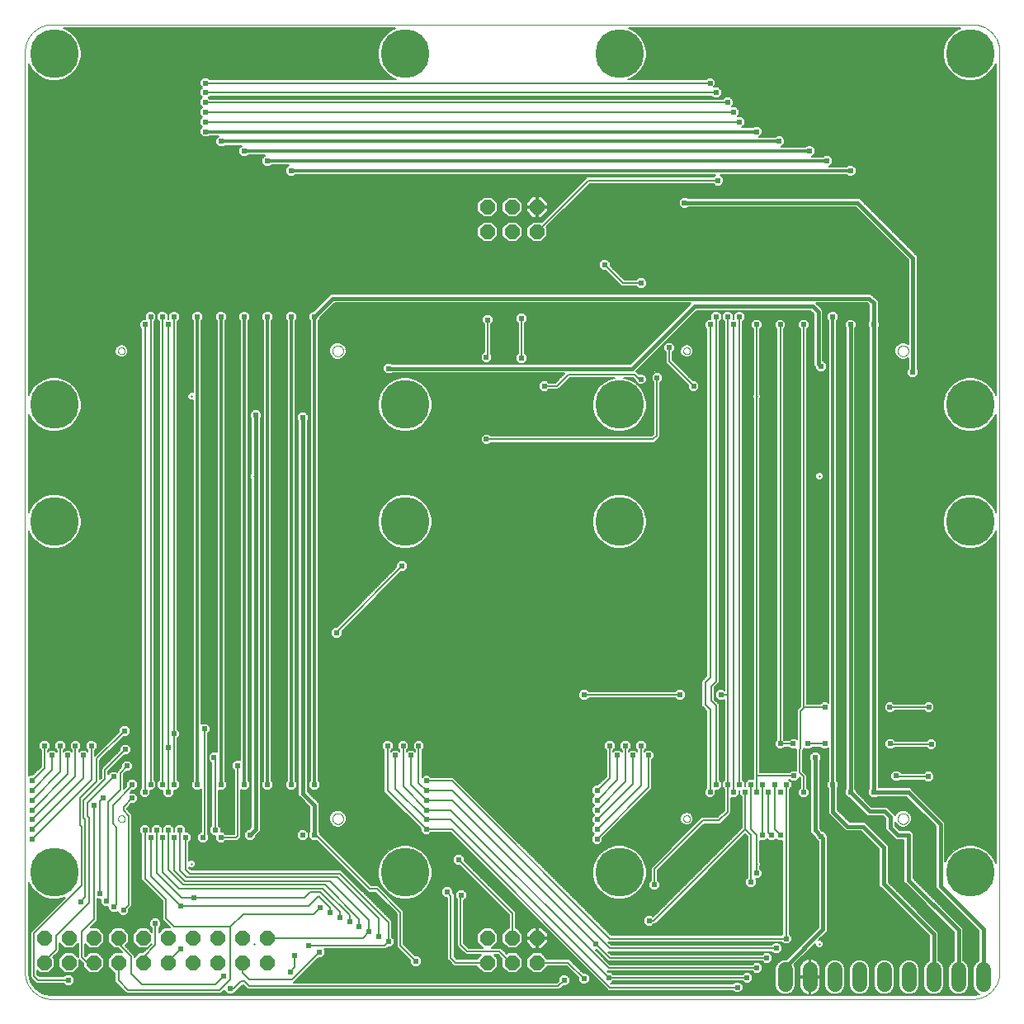
<source format=gbl>
G75*
%MOIN*%
%OFA0B0*%
%FSLAX25Y25*%
%IPPOS*%
%LPD*%
%AMOC8*
5,1,8,0,0,1.08239X$1,22.5*
%
%ADD10C,0.00394*%
%ADD11C,0.01000*%
%ADD12C,0.00000*%
%ADD13OC8,0.06000*%
%ADD14C,0.06000*%
%ADD15C,0.02381*%
%ADD16C,0.00600*%
%ADD17C,0.01575*%
%ADD18C,0.01200*%
%ADD19C,0.19685*%
D10*
X0002294Y0013211D02*
X0002294Y0383290D01*
X0002278Y0383560D01*
X0002269Y0383830D01*
X0002266Y0384100D01*
X0002270Y0384371D01*
X0002280Y0384641D01*
X0002298Y0384911D01*
X0002321Y0385181D01*
X0002352Y0385450D01*
X0002388Y0385718D01*
X0002432Y0385985D01*
X0002482Y0386250D01*
X0002538Y0386515D01*
X0002601Y0386778D01*
X0002670Y0387040D01*
X0002746Y0387299D01*
X0002828Y0387557D01*
X0002917Y0387813D01*
X0003011Y0388066D01*
X0003112Y0388317D01*
X0003219Y0388566D01*
X0003332Y0388812D01*
X0003450Y0389055D01*
X0003575Y0389295D01*
X0003706Y0389532D01*
X0003842Y0389765D01*
X0003984Y0389995D01*
X0004132Y0390222D01*
X0004285Y0390445D01*
X0004444Y0390664D01*
X0004607Y0390879D01*
X0004777Y0391091D01*
X0004951Y0391298D01*
X0005130Y0391500D01*
X0005314Y0391698D01*
X0005503Y0391892D01*
X0005697Y0392081D01*
X0005895Y0392265D01*
X0006097Y0392444D01*
X0006304Y0392618D01*
X0006516Y0392788D01*
X0006731Y0392951D01*
X0006950Y0393110D01*
X0007173Y0393263D01*
X0007400Y0393411D01*
X0007630Y0393553D01*
X0007863Y0393689D01*
X0008100Y0393820D01*
X0008340Y0393945D01*
X0008583Y0394063D01*
X0008829Y0394176D01*
X0009078Y0394283D01*
X0009329Y0394384D01*
X0009582Y0394478D01*
X0009838Y0394567D01*
X0010096Y0394649D01*
X0010355Y0394725D01*
X0010617Y0394794D01*
X0010880Y0394857D01*
X0011145Y0394913D01*
X0011410Y0394963D01*
X0011677Y0395007D01*
X0011945Y0395043D01*
X0012214Y0395074D01*
X0012484Y0395097D01*
X0012754Y0395115D01*
X0013024Y0395125D01*
X0013295Y0395129D01*
X0013565Y0395126D01*
X0013835Y0395117D01*
X0014105Y0395101D01*
X0384184Y0395101D01*
X0384454Y0395117D01*
X0384724Y0395126D01*
X0384994Y0395129D01*
X0385265Y0395125D01*
X0385535Y0395115D01*
X0385805Y0395097D01*
X0386075Y0395074D01*
X0386344Y0395043D01*
X0386612Y0395007D01*
X0386879Y0394963D01*
X0387144Y0394913D01*
X0387409Y0394857D01*
X0387672Y0394794D01*
X0387934Y0394725D01*
X0388193Y0394649D01*
X0388451Y0394567D01*
X0388707Y0394478D01*
X0388960Y0394384D01*
X0389211Y0394283D01*
X0389460Y0394176D01*
X0389706Y0394063D01*
X0389949Y0393945D01*
X0390189Y0393820D01*
X0390426Y0393689D01*
X0390659Y0393553D01*
X0390889Y0393411D01*
X0391116Y0393263D01*
X0391339Y0393110D01*
X0391558Y0392951D01*
X0391773Y0392788D01*
X0391985Y0392618D01*
X0392192Y0392444D01*
X0392394Y0392265D01*
X0392592Y0392081D01*
X0392786Y0391892D01*
X0392975Y0391698D01*
X0393159Y0391500D01*
X0393338Y0391298D01*
X0393512Y0391091D01*
X0393682Y0390879D01*
X0393845Y0390664D01*
X0394004Y0390445D01*
X0394157Y0390222D01*
X0394305Y0389995D01*
X0394447Y0389765D01*
X0394583Y0389532D01*
X0394714Y0389295D01*
X0394839Y0389055D01*
X0394957Y0388812D01*
X0395070Y0388566D01*
X0395177Y0388317D01*
X0395278Y0388066D01*
X0395372Y0387813D01*
X0395461Y0387557D01*
X0395543Y0387299D01*
X0395619Y0387040D01*
X0395688Y0386778D01*
X0395751Y0386515D01*
X0395807Y0386250D01*
X0395857Y0385985D01*
X0395901Y0385718D01*
X0395937Y0385450D01*
X0395968Y0385181D01*
X0395991Y0384911D01*
X0396009Y0384641D01*
X0396019Y0384371D01*
X0396023Y0384100D01*
X0396020Y0383830D01*
X0396011Y0383560D01*
X0395995Y0383290D01*
X0395995Y0013211D01*
X0396011Y0012941D01*
X0396020Y0012671D01*
X0396023Y0012401D01*
X0396019Y0012130D01*
X0396009Y0011860D01*
X0395991Y0011590D01*
X0395968Y0011320D01*
X0395937Y0011051D01*
X0395901Y0010783D01*
X0395857Y0010516D01*
X0395807Y0010251D01*
X0395751Y0009986D01*
X0395688Y0009723D01*
X0395619Y0009461D01*
X0395543Y0009202D01*
X0395461Y0008944D01*
X0395372Y0008688D01*
X0395278Y0008435D01*
X0395177Y0008184D01*
X0395070Y0007935D01*
X0394957Y0007689D01*
X0394839Y0007446D01*
X0394714Y0007206D01*
X0394583Y0006969D01*
X0394447Y0006736D01*
X0394305Y0006506D01*
X0394157Y0006279D01*
X0394004Y0006056D01*
X0393845Y0005837D01*
X0393682Y0005622D01*
X0393512Y0005410D01*
X0393338Y0005203D01*
X0393159Y0005001D01*
X0392975Y0004803D01*
X0392786Y0004609D01*
X0392592Y0004420D01*
X0392394Y0004236D01*
X0392192Y0004057D01*
X0391985Y0003883D01*
X0391773Y0003713D01*
X0391558Y0003550D01*
X0391339Y0003391D01*
X0391116Y0003238D01*
X0390889Y0003090D01*
X0390659Y0002948D01*
X0390426Y0002812D01*
X0390189Y0002681D01*
X0389949Y0002556D01*
X0389706Y0002438D01*
X0389460Y0002325D01*
X0389211Y0002218D01*
X0388960Y0002117D01*
X0388707Y0002023D01*
X0388451Y0001934D01*
X0388193Y0001852D01*
X0387934Y0001776D01*
X0387672Y0001707D01*
X0387409Y0001644D01*
X0387144Y0001588D01*
X0386879Y0001538D01*
X0386612Y0001494D01*
X0386344Y0001458D01*
X0386075Y0001427D01*
X0385805Y0001404D01*
X0385535Y0001386D01*
X0385265Y0001376D01*
X0384994Y0001372D01*
X0384724Y0001375D01*
X0384454Y0001384D01*
X0384184Y0001400D01*
X0014105Y0001400D01*
X0013835Y0001384D01*
X0013565Y0001375D01*
X0013295Y0001372D01*
X0013024Y0001376D01*
X0012754Y0001386D01*
X0012484Y0001404D01*
X0012214Y0001427D01*
X0011945Y0001458D01*
X0011677Y0001494D01*
X0011410Y0001538D01*
X0011145Y0001588D01*
X0010880Y0001644D01*
X0010617Y0001707D01*
X0010355Y0001776D01*
X0010096Y0001852D01*
X0009838Y0001934D01*
X0009582Y0002023D01*
X0009329Y0002117D01*
X0009078Y0002218D01*
X0008829Y0002325D01*
X0008583Y0002438D01*
X0008340Y0002556D01*
X0008100Y0002681D01*
X0007863Y0002812D01*
X0007630Y0002948D01*
X0007400Y0003090D01*
X0007173Y0003238D01*
X0006950Y0003391D01*
X0006731Y0003550D01*
X0006516Y0003713D01*
X0006304Y0003883D01*
X0006097Y0004057D01*
X0005895Y0004236D01*
X0005697Y0004420D01*
X0005503Y0004609D01*
X0005314Y0004803D01*
X0005130Y0005001D01*
X0004951Y0005203D01*
X0004777Y0005410D01*
X0004607Y0005622D01*
X0004444Y0005837D01*
X0004285Y0006056D01*
X0004132Y0006279D01*
X0003984Y0006506D01*
X0003842Y0006736D01*
X0003706Y0006969D01*
X0003575Y0007206D01*
X0003450Y0007446D01*
X0003332Y0007689D01*
X0003219Y0007935D01*
X0003112Y0008184D01*
X0003011Y0008435D01*
X0002917Y0008688D01*
X0002828Y0008944D01*
X0002746Y0009202D01*
X0002670Y0009461D01*
X0002601Y0009723D01*
X0002538Y0009986D01*
X0002482Y0010251D01*
X0002432Y0010516D01*
X0002388Y0010783D01*
X0002352Y0011051D01*
X0002321Y0011320D01*
X0002298Y0011590D01*
X0002280Y0011860D01*
X0002270Y0012130D01*
X0002266Y0012401D01*
X0002269Y0012671D01*
X0002278Y0012941D01*
X0002294Y0013211D01*
D11*
X0069607Y0055918D02*
X0069608Y0055923D01*
X0069612Y0055927D01*
X0069617Y0055928D01*
X0094814Y0023644D02*
X0094809Y0023643D01*
X0094805Y0023639D01*
X0094804Y0023634D01*
X0094804Y0212611D02*
X0094805Y0212616D01*
X0094809Y0212620D01*
X0094814Y0212621D01*
X0069607Y0244894D02*
X0069608Y0244899D01*
X0069612Y0244903D01*
X0069617Y0244904D01*
X0297953Y0244894D02*
X0297954Y0244899D01*
X0297958Y0244903D01*
X0297963Y0244904D01*
X0323160Y0212621D02*
X0323155Y0212620D01*
X0323151Y0212616D01*
X0323150Y0212611D01*
X0297963Y0055928D02*
X0297958Y0055927D01*
X0297954Y0055923D01*
X0297953Y0055918D01*
X0323160Y0023644D02*
X0323155Y0023643D01*
X0323151Y0023639D01*
X0323150Y0023634D01*
D12*
X0354854Y0074235D02*
X0354856Y0074328D01*
X0354862Y0074420D01*
X0354872Y0074512D01*
X0354886Y0074603D01*
X0354903Y0074694D01*
X0354925Y0074784D01*
X0354950Y0074873D01*
X0354979Y0074961D01*
X0355012Y0075047D01*
X0355049Y0075132D01*
X0355089Y0075216D01*
X0355133Y0075297D01*
X0355180Y0075377D01*
X0355230Y0075455D01*
X0355284Y0075530D01*
X0355341Y0075603D01*
X0355401Y0075673D01*
X0355464Y0075741D01*
X0355530Y0075806D01*
X0355598Y0075868D01*
X0355669Y0075928D01*
X0355743Y0075984D01*
X0355819Y0076037D01*
X0355897Y0076086D01*
X0355977Y0076133D01*
X0356059Y0076175D01*
X0356143Y0076215D01*
X0356228Y0076250D01*
X0356315Y0076282D01*
X0356403Y0076311D01*
X0356492Y0076335D01*
X0356582Y0076356D01*
X0356673Y0076372D01*
X0356765Y0076385D01*
X0356857Y0076394D01*
X0356950Y0076399D01*
X0357042Y0076400D01*
X0357135Y0076397D01*
X0357227Y0076390D01*
X0357319Y0076379D01*
X0357410Y0076364D01*
X0357501Y0076346D01*
X0357591Y0076323D01*
X0357679Y0076297D01*
X0357767Y0076267D01*
X0357853Y0076233D01*
X0357937Y0076196D01*
X0358020Y0076154D01*
X0358101Y0076110D01*
X0358181Y0076062D01*
X0358258Y0076011D01*
X0358332Y0075956D01*
X0358405Y0075898D01*
X0358475Y0075838D01*
X0358542Y0075774D01*
X0358606Y0075708D01*
X0358668Y0075638D01*
X0358726Y0075567D01*
X0358781Y0075493D01*
X0358833Y0075416D01*
X0358882Y0075337D01*
X0358928Y0075257D01*
X0358970Y0075174D01*
X0359008Y0075090D01*
X0359043Y0075004D01*
X0359074Y0074917D01*
X0359101Y0074829D01*
X0359124Y0074739D01*
X0359144Y0074649D01*
X0359160Y0074558D01*
X0359172Y0074466D01*
X0359180Y0074374D01*
X0359184Y0074281D01*
X0359184Y0074189D01*
X0359180Y0074096D01*
X0359172Y0074004D01*
X0359160Y0073912D01*
X0359144Y0073821D01*
X0359124Y0073731D01*
X0359101Y0073641D01*
X0359074Y0073553D01*
X0359043Y0073466D01*
X0359008Y0073380D01*
X0358970Y0073296D01*
X0358928Y0073213D01*
X0358882Y0073133D01*
X0358833Y0073054D01*
X0358781Y0072977D01*
X0358726Y0072903D01*
X0358668Y0072832D01*
X0358606Y0072762D01*
X0358542Y0072696D01*
X0358475Y0072632D01*
X0358405Y0072572D01*
X0358332Y0072514D01*
X0358258Y0072459D01*
X0358181Y0072408D01*
X0358102Y0072360D01*
X0358020Y0072316D01*
X0357937Y0072274D01*
X0357853Y0072237D01*
X0357767Y0072203D01*
X0357679Y0072173D01*
X0357591Y0072147D01*
X0357501Y0072124D01*
X0357410Y0072106D01*
X0357319Y0072091D01*
X0357227Y0072080D01*
X0357135Y0072073D01*
X0357042Y0072070D01*
X0356950Y0072071D01*
X0356857Y0072076D01*
X0356765Y0072085D01*
X0356673Y0072098D01*
X0356582Y0072114D01*
X0356492Y0072135D01*
X0356403Y0072159D01*
X0356315Y0072188D01*
X0356228Y0072220D01*
X0356143Y0072255D01*
X0356059Y0072295D01*
X0355977Y0072337D01*
X0355897Y0072384D01*
X0355819Y0072433D01*
X0355743Y0072486D01*
X0355669Y0072542D01*
X0355598Y0072602D01*
X0355530Y0072664D01*
X0355464Y0072729D01*
X0355401Y0072797D01*
X0355341Y0072867D01*
X0355284Y0072940D01*
X0355230Y0073015D01*
X0355180Y0073093D01*
X0355133Y0073173D01*
X0355089Y0073254D01*
X0355049Y0073338D01*
X0355012Y0073423D01*
X0354979Y0073509D01*
X0354950Y0073597D01*
X0354925Y0073686D01*
X0354903Y0073776D01*
X0354886Y0073867D01*
X0354872Y0073958D01*
X0354862Y0074050D01*
X0354856Y0074142D01*
X0354854Y0074235D01*
X0268239Y0074235D02*
X0268241Y0074309D01*
X0268247Y0074383D01*
X0268257Y0074456D01*
X0268271Y0074529D01*
X0268288Y0074601D01*
X0268310Y0074671D01*
X0268335Y0074741D01*
X0268364Y0074809D01*
X0268397Y0074875D01*
X0268433Y0074940D01*
X0268473Y0075002D01*
X0268515Y0075063D01*
X0268561Y0075121D01*
X0268610Y0075176D01*
X0268662Y0075229D01*
X0268717Y0075279D01*
X0268774Y0075325D01*
X0268834Y0075369D01*
X0268896Y0075409D01*
X0268960Y0075446D01*
X0269026Y0075480D01*
X0269094Y0075510D01*
X0269163Y0075536D01*
X0269234Y0075559D01*
X0269305Y0075577D01*
X0269378Y0075592D01*
X0269451Y0075603D01*
X0269525Y0075610D01*
X0269599Y0075613D01*
X0269672Y0075612D01*
X0269746Y0075607D01*
X0269820Y0075598D01*
X0269893Y0075585D01*
X0269965Y0075568D01*
X0270036Y0075548D01*
X0270106Y0075523D01*
X0270174Y0075495D01*
X0270241Y0075464D01*
X0270306Y0075428D01*
X0270369Y0075390D01*
X0270430Y0075348D01*
X0270489Y0075302D01*
X0270545Y0075254D01*
X0270598Y0075203D01*
X0270648Y0075149D01*
X0270696Y0075092D01*
X0270740Y0075033D01*
X0270782Y0074971D01*
X0270820Y0074908D01*
X0270854Y0074842D01*
X0270885Y0074775D01*
X0270912Y0074706D01*
X0270935Y0074636D01*
X0270955Y0074565D01*
X0270971Y0074492D01*
X0270983Y0074419D01*
X0270991Y0074346D01*
X0270995Y0074272D01*
X0270995Y0074198D01*
X0270991Y0074124D01*
X0270983Y0074051D01*
X0270971Y0073978D01*
X0270955Y0073905D01*
X0270935Y0073834D01*
X0270912Y0073764D01*
X0270885Y0073695D01*
X0270854Y0073628D01*
X0270820Y0073562D01*
X0270782Y0073499D01*
X0270740Y0073437D01*
X0270696Y0073378D01*
X0270648Y0073321D01*
X0270598Y0073267D01*
X0270545Y0073216D01*
X0270489Y0073168D01*
X0270430Y0073122D01*
X0270369Y0073080D01*
X0270306Y0073042D01*
X0270241Y0073006D01*
X0270174Y0072975D01*
X0270106Y0072947D01*
X0270036Y0072922D01*
X0269965Y0072902D01*
X0269893Y0072885D01*
X0269820Y0072872D01*
X0269746Y0072863D01*
X0269672Y0072858D01*
X0269599Y0072857D01*
X0269525Y0072860D01*
X0269451Y0072867D01*
X0269378Y0072878D01*
X0269305Y0072893D01*
X0269234Y0072911D01*
X0269163Y0072934D01*
X0269094Y0072960D01*
X0269026Y0072990D01*
X0268960Y0073024D01*
X0268896Y0073061D01*
X0268834Y0073101D01*
X0268774Y0073145D01*
X0268717Y0073191D01*
X0268662Y0073241D01*
X0268610Y0073294D01*
X0268561Y0073349D01*
X0268515Y0073407D01*
X0268473Y0073468D01*
X0268433Y0073530D01*
X0268397Y0073595D01*
X0268364Y0073661D01*
X0268335Y0073729D01*
X0268310Y0073799D01*
X0268288Y0073869D01*
X0268271Y0073941D01*
X0268257Y0074014D01*
X0268247Y0074087D01*
X0268241Y0074161D01*
X0268239Y0074235D01*
X0126507Y0074235D02*
X0126509Y0074328D01*
X0126515Y0074420D01*
X0126525Y0074512D01*
X0126539Y0074603D01*
X0126556Y0074694D01*
X0126578Y0074784D01*
X0126603Y0074873D01*
X0126632Y0074961D01*
X0126665Y0075047D01*
X0126702Y0075132D01*
X0126742Y0075216D01*
X0126786Y0075297D01*
X0126833Y0075377D01*
X0126883Y0075455D01*
X0126937Y0075530D01*
X0126994Y0075603D01*
X0127054Y0075673D01*
X0127117Y0075741D01*
X0127183Y0075806D01*
X0127251Y0075868D01*
X0127322Y0075928D01*
X0127396Y0075984D01*
X0127472Y0076037D01*
X0127550Y0076086D01*
X0127630Y0076133D01*
X0127712Y0076175D01*
X0127796Y0076215D01*
X0127881Y0076250D01*
X0127968Y0076282D01*
X0128056Y0076311D01*
X0128145Y0076335D01*
X0128235Y0076356D01*
X0128326Y0076372D01*
X0128418Y0076385D01*
X0128510Y0076394D01*
X0128603Y0076399D01*
X0128695Y0076400D01*
X0128788Y0076397D01*
X0128880Y0076390D01*
X0128972Y0076379D01*
X0129063Y0076364D01*
X0129154Y0076346D01*
X0129244Y0076323D01*
X0129332Y0076297D01*
X0129420Y0076267D01*
X0129506Y0076233D01*
X0129590Y0076196D01*
X0129673Y0076154D01*
X0129754Y0076110D01*
X0129834Y0076062D01*
X0129911Y0076011D01*
X0129985Y0075956D01*
X0130058Y0075898D01*
X0130128Y0075838D01*
X0130195Y0075774D01*
X0130259Y0075708D01*
X0130321Y0075638D01*
X0130379Y0075567D01*
X0130434Y0075493D01*
X0130486Y0075416D01*
X0130535Y0075337D01*
X0130581Y0075257D01*
X0130623Y0075174D01*
X0130661Y0075090D01*
X0130696Y0075004D01*
X0130727Y0074917D01*
X0130754Y0074829D01*
X0130777Y0074739D01*
X0130797Y0074649D01*
X0130813Y0074558D01*
X0130825Y0074466D01*
X0130833Y0074374D01*
X0130837Y0074281D01*
X0130837Y0074189D01*
X0130833Y0074096D01*
X0130825Y0074004D01*
X0130813Y0073912D01*
X0130797Y0073821D01*
X0130777Y0073731D01*
X0130754Y0073641D01*
X0130727Y0073553D01*
X0130696Y0073466D01*
X0130661Y0073380D01*
X0130623Y0073296D01*
X0130581Y0073213D01*
X0130535Y0073133D01*
X0130486Y0073054D01*
X0130434Y0072977D01*
X0130379Y0072903D01*
X0130321Y0072832D01*
X0130259Y0072762D01*
X0130195Y0072696D01*
X0130128Y0072632D01*
X0130058Y0072572D01*
X0129985Y0072514D01*
X0129911Y0072459D01*
X0129834Y0072408D01*
X0129755Y0072360D01*
X0129673Y0072316D01*
X0129590Y0072274D01*
X0129506Y0072237D01*
X0129420Y0072203D01*
X0129332Y0072173D01*
X0129244Y0072147D01*
X0129154Y0072124D01*
X0129063Y0072106D01*
X0128972Y0072091D01*
X0128880Y0072080D01*
X0128788Y0072073D01*
X0128695Y0072070D01*
X0128603Y0072071D01*
X0128510Y0072076D01*
X0128418Y0072085D01*
X0128326Y0072098D01*
X0128235Y0072114D01*
X0128145Y0072135D01*
X0128056Y0072159D01*
X0127968Y0072188D01*
X0127881Y0072220D01*
X0127796Y0072255D01*
X0127712Y0072295D01*
X0127630Y0072337D01*
X0127550Y0072384D01*
X0127472Y0072433D01*
X0127396Y0072486D01*
X0127322Y0072542D01*
X0127251Y0072602D01*
X0127183Y0072664D01*
X0127117Y0072729D01*
X0127054Y0072797D01*
X0126994Y0072867D01*
X0126937Y0072940D01*
X0126883Y0073015D01*
X0126833Y0073093D01*
X0126786Y0073173D01*
X0126742Y0073254D01*
X0126702Y0073338D01*
X0126665Y0073423D01*
X0126632Y0073509D01*
X0126603Y0073597D01*
X0126578Y0073686D01*
X0126556Y0073776D01*
X0126539Y0073867D01*
X0126525Y0073958D01*
X0126515Y0074050D01*
X0126509Y0074142D01*
X0126507Y0074235D01*
X0039892Y0074235D02*
X0039894Y0074309D01*
X0039900Y0074383D01*
X0039910Y0074456D01*
X0039924Y0074529D01*
X0039941Y0074601D01*
X0039963Y0074671D01*
X0039988Y0074741D01*
X0040017Y0074809D01*
X0040050Y0074875D01*
X0040086Y0074940D01*
X0040126Y0075002D01*
X0040168Y0075063D01*
X0040214Y0075121D01*
X0040263Y0075176D01*
X0040315Y0075229D01*
X0040370Y0075279D01*
X0040427Y0075325D01*
X0040487Y0075369D01*
X0040549Y0075409D01*
X0040613Y0075446D01*
X0040679Y0075480D01*
X0040747Y0075510D01*
X0040816Y0075536D01*
X0040887Y0075559D01*
X0040958Y0075577D01*
X0041031Y0075592D01*
X0041104Y0075603D01*
X0041178Y0075610D01*
X0041252Y0075613D01*
X0041325Y0075612D01*
X0041399Y0075607D01*
X0041473Y0075598D01*
X0041546Y0075585D01*
X0041618Y0075568D01*
X0041689Y0075548D01*
X0041759Y0075523D01*
X0041827Y0075495D01*
X0041894Y0075464D01*
X0041959Y0075428D01*
X0042022Y0075390D01*
X0042083Y0075348D01*
X0042142Y0075302D01*
X0042198Y0075254D01*
X0042251Y0075203D01*
X0042301Y0075149D01*
X0042349Y0075092D01*
X0042393Y0075033D01*
X0042435Y0074971D01*
X0042473Y0074908D01*
X0042507Y0074842D01*
X0042538Y0074775D01*
X0042565Y0074706D01*
X0042588Y0074636D01*
X0042608Y0074565D01*
X0042624Y0074492D01*
X0042636Y0074419D01*
X0042644Y0074346D01*
X0042648Y0074272D01*
X0042648Y0074198D01*
X0042644Y0074124D01*
X0042636Y0074051D01*
X0042624Y0073978D01*
X0042608Y0073905D01*
X0042588Y0073834D01*
X0042565Y0073764D01*
X0042538Y0073695D01*
X0042507Y0073628D01*
X0042473Y0073562D01*
X0042435Y0073499D01*
X0042393Y0073437D01*
X0042349Y0073378D01*
X0042301Y0073321D01*
X0042251Y0073267D01*
X0042198Y0073216D01*
X0042142Y0073168D01*
X0042083Y0073122D01*
X0042022Y0073080D01*
X0041959Y0073042D01*
X0041894Y0073006D01*
X0041827Y0072975D01*
X0041759Y0072947D01*
X0041689Y0072922D01*
X0041618Y0072902D01*
X0041546Y0072885D01*
X0041473Y0072872D01*
X0041399Y0072863D01*
X0041325Y0072858D01*
X0041252Y0072857D01*
X0041178Y0072860D01*
X0041104Y0072867D01*
X0041031Y0072878D01*
X0040958Y0072893D01*
X0040887Y0072911D01*
X0040816Y0072934D01*
X0040747Y0072960D01*
X0040679Y0072990D01*
X0040613Y0073024D01*
X0040549Y0073061D01*
X0040487Y0073101D01*
X0040427Y0073145D01*
X0040370Y0073191D01*
X0040315Y0073241D01*
X0040263Y0073294D01*
X0040214Y0073349D01*
X0040168Y0073407D01*
X0040126Y0073468D01*
X0040086Y0073530D01*
X0040050Y0073595D01*
X0040017Y0073661D01*
X0039988Y0073729D01*
X0039963Y0073799D01*
X0039941Y0073869D01*
X0039924Y0073941D01*
X0039910Y0074014D01*
X0039900Y0074087D01*
X0039894Y0074161D01*
X0039892Y0074235D01*
X0039892Y0263211D02*
X0039894Y0263285D01*
X0039900Y0263359D01*
X0039910Y0263432D01*
X0039924Y0263505D01*
X0039941Y0263577D01*
X0039963Y0263647D01*
X0039988Y0263717D01*
X0040017Y0263785D01*
X0040050Y0263851D01*
X0040086Y0263916D01*
X0040126Y0263978D01*
X0040168Y0264039D01*
X0040214Y0264097D01*
X0040263Y0264152D01*
X0040315Y0264205D01*
X0040370Y0264255D01*
X0040427Y0264301D01*
X0040487Y0264345D01*
X0040549Y0264385D01*
X0040613Y0264422D01*
X0040679Y0264456D01*
X0040747Y0264486D01*
X0040816Y0264512D01*
X0040887Y0264535D01*
X0040958Y0264553D01*
X0041031Y0264568D01*
X0041104Y0264579D01*
X0041178Y0264586D01*
X0041252Y0264589D01*
X0041325Y0264588D01*
X0041399Y0264583D01*
X0041473Y0264574D01*
X0041546Y0264561D01*
X0041618Y0264544D01*
X0041689Y0264524D01*
X0041759Y0264499D01*
X0041827Y0264471D01*
X0041894Y0264440D01*
X0041959Y0264404D01*
X0042022Y0264366D01*
X0042083Y0264324D01*
X0042142Y0264278D01*
X0042198Y0264230D01*
X0042251Y0264179D01*
X0042301Y0264125D01*
X0042349Y0264068D01*
X0042393Y0264009D01*
X0042435Y0263947D01*
X0042473Y0263884D01*
X0042507Y0263818D01*
X0042538Y0263751D01*
X0042565Y0263682D01*
X0042588Y0263612D01*
X0042608Y0263541D01*
X0042624Y0263468D01*
X0042636Y0263395D01*
X0042644Y0263322D01*
X0042648Y0263248D01*
X0042648Y0263174D01*
X0042644Y0263100D01*
X0042636Y0263027D01*
X0042624Y0262954D01*
X0042608Y0262881D01*
X0042588Y0262810D01*
X0042565Y0262740D01*
X0042538Y0262671D01*
X0042507Y0262604D01*
X0042473Y0262538D01*
X0042435Y0262475D01*
X0042393Y0262413D01*
X0042349Y0262354D01*
X0042301Y0262297D01*
X0042251Y0262243D01*
X0042198Y0262192D01*
X0042142Y0262144D01*
X0042083Y0262098D01*
X0042022Y0262056D01*
X0041959Y0262018D01*
X0041894Y0261982D01*
X0041827Y0261951D01*
X0041759Y0261923D01*
X0041689Y0261898D01*
X0041618Y0261878D01*
X0041546Y0261861D01*
X0041473Y0261848D01*
X0041399Y0261839D01*
X0041325Y0261834D01*
X0041252Y0261833D01*
X0041178Y0261836D01*
X0041104Y0261843D01*
X0041031Y0261854D01*
X0040958Y0261869D01*
X0040887Y0261887D01*
X0040816Y0261910D01*
X0040747Y0261936D01*
X0040679Y0261966D01*
X0040613Y0262000D01*
X0040549Y0262037D01*
X0040487Y0262077D01*
X0040427Y0262121D01*
X0040370Y0262167D01*
X0040315Y0262217D01*
X0040263Y0262270D01*
X0040214Y0262325D01*
X0040168Y0262383D01*
X0040126Y0262444D01*
X0040086Y0262506D01*
X0040050Y0262571D01*
X0040017Y0262637D01*
X0039988Y0262705D01*
X0039963Y0262775D01*
X0039941Y0262845D01*
X0039924Y0262917D01*
X0039910Y0262990D01*
X0039900Y0263063D01*
X0039894Y0263137D01*
X0039892Y0263211D01*
X0126507Y0263211D02*
X0126509Y0263304D01*
X0126515Y0263396D01*
X0126525Y0263488D01*
X0126539Y0263579D01*
X0126556Y0263670D01*
X0126578Y0263760D01*
X0126603Y0263849D01*
X0126632Y0263937D01*
X0126665Y0264023D01*
X0126702Y0264108D01*
X0126742Y0264192D01*
X0126786Y0264273D01*
X0126833Y0264353D01*
X0126883Y0264431D01*
X0126937Y0264506D01*
X0126994Y0264579D01*
X0127054Y0264649D01*
X0127117Y0264717D01*
X0127183Y0264782D01*
X0127251Y0264844D01*
X0127322Y0264904D01*
X0127396Y0264960D01*
X0127472Y0265013D01*
X0127550Y0265062D01*
X0127630Y0265109D01*
X0127712Y0265151D01*
X0127796Y0265191D01*
X0127881Y0265226D01*
X0127968Y0265258D01*
X0128056Y0265287D01*
X0128145Y0265311D01*
X0128235Y0265332D01*
X0128326Y0265348D01*
X0128418Y0265361D01*
X0128510Y0265370D01*
X0128603Y0265375D01*
X0128695Y0265376D01*
X0128788Y0265373D01*
X0128880Y0265366D01*
X0128972Y0265355D01*
X0129063Y0265340D01*
X0129154Y0265322D01*
X0129244Y0265299D01*
X0129332Y0265273D01*
X0129420Y0265243D01*
X0129506Y0265209D01*
X0129590Y0265172D01*
X0129673Y0265130D01*
X0129754Y0265086D01*
X0129834Y0265038D01*
X0129911Y0264987D01*
X0129985Y0264932D01*
X0130058Y0264874D01*
X0130128Y0264814D01*
X0130195Y0264750D01*
X0130259Y0264684D01*
X0130321Y0264614D01*
X0130379Y0264543D01*
X0130434Y0264469D01*
X0130486Y0264392D01*
X0130535Y0264313D01*
X0130581Y0264233D01*
X0130623Y0264150D01*
X0130661Y0264066D01*
X0130696Y0263980D01*
X0130727Y0263893D01*
X0130754Y0263805D01*
X0130777Y0263715D01*
X0130797Y0263625D01*
X0130813Y0263534D01*
X0130825Y0263442D01*
X0130833Y0263350D01*
X0130837Y0263257D01*
X0130837Y0263165D01*
X0130833Y0263072D01*
X0130825Y0262980D01*
X0130813Y0262888D01*
X0130797Y0262797D01*
X0130777Y0262707D01*
X0130754Y0262617D01*
X0130727Y0262529D01*
X0130696Y0262442D01*
X0130661Y0262356D01*
X0130623Y0262272D01*
X0130581Y0262189D01*
X0130535Y0262109D01*
X0130486Y0262030D01*
X0130434Y0261953D01*
X0130379Y0261879D01*
X0130321Y0261808D01*
X0130259Y0261738D01*
X0130195Y0261672D01*
X0130128Y0261608D01*
X0130058Y0261548D01*
X0129985Y0261490D01*
X0129911Y0261435D01*
X0129834Y0261384D01*
X0129755Y0261336D01*
X0129673Y0261292D01*
X0129590Y0261250D01*
X0129506Y0261213D01*
X0129420Y0261179D01*
X0129332Y0261149D01*
X0129244Y0261123D01*
X0129154Y0261100D01*
X0129063Y0261082D01*
X0128972Y0261067D01*
X0128880Y0261056D01*
X0128788Y0261049D01*
X0128695Y0261046D01*
X0128603Y0261047D01*
X0128510Y0261052D01*
X0128418Y0261061D01*
X0128326Y0261074D01*
X0128235Y0261090D01*
X0128145Y0261111D01*
X0128056Y0261135D01*
X0127968Y0261164D01*
X0127881Y0261196D01*
X0127796Y0261231D01*
X0127712Y0261271D01*
X0127630Y0261313D01*
X0127550Y0261360D01*
X0127472Y0261409D01*
X0127396Y0261462D01*
X0127322Y0261518D01*
X0127251Y0261578D01*
X0127183Y0261640D01*
X0127117Y0261705D01*
X0127054Y0261773D01*
X0126994Y0261843D01*
X0126937Y0261916D01*
X0126883Y0261991D01*
X0126833Y0262069D01*
X0126786Y0262149D01*
X0126742Y0262230D01*
X0126702Y0262314D01*
X0126665Y0262399D01*
X0126632Y0262485D01*
X0126603Y0262573D01*
X0126578Y0262662D01*
X0126556Y0262752D01*
X0126539Y0262843D01*
X0126525Y0262934D01*
X0126515Y0263026D01*
X0126509Y0263118D01*
X0126507Y0263211D01*
X0268239Y0263211D02*
X0268241Y0263285D01*
X0268247Y0263359D01*
X0268257Y0263432D01*
X0268271Y0263505D01*
X0268288Y0263577D01*
X0268310Y0263647D01*
X0268335Y0263717D01*
X0268364Y0263785D01*
X0268397Y0263851D01*
X0268433Y0263916D01*
X0268473Y0263978D01*
X0268515Y0264039D01*
X0268561Y0264097D01*
X0268610Y0264152D01*
X0268662Y0264205D01*
X0268717Y0264255D01*
X0268774Y0264301D01*
X0268834Y0264345D01*
X0268896Y0264385D01*
X0268960Y0264422D01*
X0269026Y0264456D01*
X0269094Y0264486D01*
X0269163Y0264512D01*
X0269234Y0264535D01*
X0269305Y0264553D01*
X0269378Y0264568D01*
X0269451Y0264579D01*
X0269525Y0264586D01*
X0269599Y0264589D01*
X0269672Y0264588D01*
X0269746Y0264583D01*
X0269820Y0264574D01*
X0269893Y0264561D01*
X0269965Y0264544D01*
X0270036Y0264524D01*
X0270106Y0264499D01*
X0270174Y0264471D01*
X0270241Y0264440D01*
X0270306Y0264404D01*
X0270369Y0264366D01*
X0270430Y0264324D01*
X0270489Y0264278D01*
X0270545Y0264230D01*
X0270598Y0264179D01*
X0270648Y0264125D01*
X0270696Y0264068D01*
X0270740Y0264009D01*
X0270782Y0263947D01*
X0270820Y0263884D01*
X0270854Y0263818D01*
X0270885Y0263751D01*
X0270912Y0263682D01*
X0270935Y0263612D01*
X0270955Y0263541D01*
X0270971Y0263468D01*
X0270983Y0263395D01*
X0270991Y0263322D01*
X0270995Y0263248D01*
X0270995Y0263174D01*
X0270991Y0263100D01*
X0270983Y0263027D01*
X0270971Y0262954D01*
X0270955Y0262881D01*
X0270935Y0262810D01*
X0270912Y0262740D01*
X0270885Y0262671D01*
X0270854Y0262604D01*
X0270820Y0262538D01*
X0270782Y0262475D01*
X0270740Y0262413D01*
X0270696Y0262354D01*
X0270648Y0262297D01*
X0270598Y0262243D01*
X0270545Y0262192D01*
X0270489Y0262144D01*
X0270430Y0262098D01*
X0270369Y0262056D01*
X0270306Y0262018D01*
X0270241Y0261982D01*
X0270174Y0261951D01*
X0270106Y0261923D01*
X0270036Y0261898D01*
X0269965Y0261878D01*
X0269893Y0261861D01*
X0269820Y0261848D01*
X0269746Y0261839D01*
X0269672Y0261834D01*
X0269599Y0261833D01*
X0269525Y0261836D01*
X0269451Y0261843D01*
X0269378Y0261854D01*
X0269305Y0261869D01*
X0269234Y0261887D01*
X0269163Y0261910D01*
X0269094Y0261936D01*
X0269026Y0261966D01*
X0268960Y0262000D01*
X0268896Y0262037D01*
X0268834Y0262077D01*
X0268774Y0262121D01*
X0268717Y0262167D01*
X0268662Y0262217D01*
X0268610Y0262270D01*
X0268561Y0262325D01*
X0268515Y0262383D01*
X0268473Y0262444D01*
X0268433Y0262506D01*
X0268397Y0262571D01*
X0268364Y0262637D01*
X0268335Y0262705D01*
X0268310Y0262775D01*
X0268288Y0262845D01*
X0268271Y0262917D01*
X0268257Y0262990D01*
X0268247Y0263063D01*
X0268241Y0263137D01*
X0268239Y0263211D01*
X0354854Y0263211D02*
X0354856Y0263304D01*
X0354862Y0263396D01*
X0354872Y0263488D01*
X0354886Y0263579D01*
X0354903Y0263670D01*
X0354925Y0263760D01*
X0354950Y0263849D01*
X0354979Y0263937D01*
X0355012Y0264023D01*
X0355049Y0264108D01*
X0355089Y0264192D01*
X0355133Y0264273D01*
X0355180Y0264353D01*
X0355230Y0264431D01*
X0355284Y0264506D01*
X0355341Y0264579D01*
X0355401Y0264649D01*
X0355464Y0264717D01*
X0355530Y0264782D01*
X0355598Y0264844D01*
X0355669Y0264904D01*
X0355743Y0264960D01*
X0355819Y0265013D01*
X0355897Y0265062D01*
X0355977Y0265109D01*
X0356059Y0265151D01*
X0356143Y0265191D01*
X0356228Y0265226D01*
X0356315Y0265258D01*
X0356403Y0265287D01*
X0356492Y0265311D01*
X0356582Y0265332D01*
X0356673Y0265348D01*
X0356765Y0265361D01*
X0356857Y0265370D01*
X0356950Y0265375D01*
X0357042Y0265376D01*
X0357135Y0265373D01*
X0357227Y0265366D01*
X0357319Y0265355D01*
X0357410Y0265340D01*
X0357501Y0265322D01*
X0357591Y0265299D01*
X0357679Y0265273D01*
X0357767Y0265243D01*
X0357853Y0265209D01*
X0357937Y0265172D01*
X0358020Y0265130D01*
X0358101Y0265086D01*
X0358181Y0265038D01*
X0358258Y0264987D01*
X0358332Y0264932D01*
X0358405Y0264874D01*
X0358475Y0264814D01*
X0358542Y0264750D01*
X0358606Y0264684D01*
X0358668Y0264614D01*
X0358726Y0264543D01*
X0358781Y0264469D01*
X0358833Y0264392D01*
X0358882Y0264313D01*
X0358928Y0264233D01*
X0358970Y0264150D01*
X0359008Y0264066D01*
X0359043Y0263980D01*
X0359074Y0263893D01*
X0359101Y0263805D01*
X0359124Y0263715D01*
X0359144Y0263625D01*
X0359160Y0263534D01*
X0359172Y0263442D01*
X0359180Y0263350D01*
X0359184Y0263257D01*
X0359184Y0263165D01*
X0359180Y0263072D01*
X0359172Y0262980D01*
X0359160Y0262888D01*
X0359144Y0262797D01*
X0359124Y0262707D01*
X0359101Y0262617D01*
X0359074Y0262529D01*
X0359043Y0262442D01*
X0359008Y0262356D01*
X0358970Y0262272D01*
X0358928Y0262189D01*
X0358882Y0262109D01*
X0358833Y0262030D01*
X0358781Y0261953D01*
X0358726Y0261879D01*
X0358668Y0261808D01*
X0358606Y0261738D01*
X0358542Y0261672D01*
X0358475Y0261608D01*
X0358405Y0261548D01*
X0358332Y0261490D01*
X0358258Y0261435D01*
X0358181Y0261384D01*
X0358102Y0261336D01*
X0358020Y0261292D01*
X0357937Y0261250D01*
X0357853Y0261213D01*
X0357767Y0261179D01*
X0357679Y0261149D01*
X0357591Y0261123D01*
X0357501Y0261100D01*
X0357410Y0261082D01*
X0357319Y0261067D01*
X0357227Y0261056D01*
X0357135Y0261049D01*
X0357042Y0261046D01*
X0356950Y0261047D01*
X0356857Y0261052D01*
X0356765Y0261061D01*
X0356673Y0261074D01*
X0356582Y0261090D01*
X0356492Y0261111D01*
X0356403Y0261135D01*
X0356315Y0261164D01*
X0356228Y0261196D01*
X0356143Y0261231D01*
X0356059Y0261271D01*
X0355977Y0261313D01*
X0355897Y0261360D01*
X0355819Y0261409D01*
X0355743Y0261462D01*
X0355669Y0261518D01*
X0355598Y0261578D01*
X0355530Y0261640D01*
X0355464Y0261705D01*
X0355401Y0261773D01*
X0355341Y0261843D01*
X0355284Y0261916D01*
X0355230Y0261991D01*
X0355180Y0262069D01*
X0355133Y0262149D01*
X0355089Y0262230D01*
X0355049Y0262314D01*
X0355012Y0262399D01*
X0354979Y0262485D01*
X0354950Y0262573D01*
X0354925Y0262662D01*
X0354903Y0262752D01*
X0354886Y0262843D01*
X0354872Y0262934D01*
X0354862Y0263026D01*
X0354856Y0263118D01*
X0354854Y0263211D01*
D13*
X0209144Y0311361D03*
X0209144Y0321361D03*
X0199144Y0321361D03*
X0189144Y0321361D03*
X0189144Y0311361D03*
X0199144Y0311361D03*
X0199144Y0026085D03*
X0189144Y0026085D03*
X0189144Y0016085D03*
X0199144Y0016085D03*
X0209144Y0016085D03*
X0209144Y0026085D03*
X0100050Y0026085D03*
X0100050Y0016085D03*
X0090050Y0016085D03*
X0090050Y0026085D03*
X0080050Y0026085D03*
X0080050Y0016085D03*
X0070050Y0016085D03*
X0070050Y0026085D03*
X0060050Y0026085D03*
X0060050Y0016085D03*
X0050050Y0016085D03*
X0050050Y0026085D03*
X0040050Y0026085D03*
X0040050Y0016085D03*
X0030050Y0016085D03*
X0030050Y0026085D03*
X0020050Y0026085D03*
X0020050Y0016085D03*
X0010050Y0016085D03*
X0010050Y0026085D03*
D14*
X0309394Y0013300D02*
X0309394Y0007300D01*
X0319394Y0007300D02*
X0319394Y0013300D01*
X0329394Y0013300D02*
X0329394Y0007300D01*
X0339394Y0007300D02*
X0339394Y0013300D01*
X0349394Y0013300D02*
X0349394Y0007300D01*
X0359394Y0007300D02*
X0359394Y0013300D01*
X0369394Y0013300D02*
X0369394Y0007300D01*
X0379394Y0007300D02*
X0379394Y0013300D01*
X0389394Y0013300D02*
X0389394Y0007300D01*
D15*
X0323948Y0067148D03*
X0307412Y0067542D03*
X0303869Y0067542D03*
X0300326Y0067542D03*
X0297963Y0052187D03*
X0295601Y0048644D03*
X0309774Y0025809D03*
X0305837Y0021872D03*
X0301900Y0017935D03*
X0297963Y0013998D03*
X0294026Y0010061D03*
X0290089Y0006124D03*
X0254494Y0033000D03*
X0256494Y0047500D03*
X0233396Y0065967D03*
X0233396Y0069904D03*
X0233396Y0073841D03*
X0233396Y0077778D03*
X0233396Y0081715D03*
X0233396Y0085652D03*
X0241664Y0099825D03*
X0238515Y0103762D03*
X0244814Y0103762D03*
X0247963Y0099825D03*
X0251113Y0103762D03*
X0254263Y0099825D03*
X0266861Y0124235D03*
X0283396Y0124235D03*
X0307412Y0104500D03*
X0312694Y0104500D03*
X0318494Y0104500D03*
X0325394Y0104500D03*
X0321594Y0099000D03*
X0328672Y0088014D03*
X0335759Y0084865D03*
X0345207Y0084865D03*
X0354294Y0091500D03*
X0367294Y0091200D03*
X0368394Y0104400D03*
X0367394Y0119400D03*
X0351694Y0119200D03*
X0351794Y0104500D03*
X0325394Y0119200D03*
X0312894Y0091500D03*
X0309774Y0088014D03*
X0307412Y0084865D03*
X0305050Y0088014D03*
X0302688Y0084865D03*
X0300326Y0088014D03*
X0297963Y0084865D03*
X0295601Y0088014D03*
X0293239Y0084865D03*
X0290877Y0088014D03*
X0288515Y0084865D03*
X0286152Y0088014D03*
X0281428Y0088014D03*
X0279066Y0084865D03*
X0316861Y0084865D03*
X0238121Y0010061D03*
X0228094Y0009700D03*
X0220094Y0009000D03*
X0232822Y0023628D03*
X0178475Y0043329D03*
X0172767Y0044707D03*
X0177491Y0057699D03*
X0164499Y0069904D03*
X0164499Y0073841D03*
X0164499Y0077778D03*
X0164499Y0081715D03*
X0164499Y0085652D03*
X0164499Y0089589D03*
X0158200Y0099825D03*
X0161349Y0103762D03*
X0155050Y0103762D03*
X0151900Y0099825D03*
X0148751Y0103762D03*
X0119223Y0088014D03*
X0109774Y0088014D03*
X0105050Y0094707D03*
X0100326Y0088014D03*
X0090877Y0088014D03*
X0088194Y0095600D03*
X0078694Y0099000D03*
X0081428Y0088014D03*
X0071979Y0088014D03*
X0064894Y0085000D03*
X0062530Y0088014D03*
X0060168Y0084865D03*
X0057806Y0088014D03*
X0055394Y0084800D03*
X0053081Y0088014D03*
X0050719Y0084865D03*
X0045601Y0082502D03*
X0045601Y0088014D03*
X0043633Y0095494D03*
X0042845Y0102187D03*
X0042494Y0109700D03*
X0029094Y0103762D03*
X0025894Y0099825D03*
X0022694Y0103762D03*
X0019694Y0099825D03*
X0016494Y0103762D03*
X0013294Y0099825D03*
X0010194Y0103762D03*
X0005050Y0089589D03*
X0005050Y0085652D03*
X0005050Y0081715D03*
X0005050Y0077778D03*
X0005050Y0073841D03*
X0005050Y0069904D03*
X0005050Y0065967D03*
X0030147Y0079591D03*
X0033790Y0082502D03*
X0038121Y0091164D03*
X0050719Y0069700D03*
X0053081Y0066600D03*
X0055444Y0069700D03*
X0057806Y0066600D03*
X0060168Y0069700D03*
X0062530Y0066600D03*
X0064893Y0069700D03*
X0067255Y0066600D03*
X0074294Y0066700D03*
X0079094Y0069600D03*
X0081428Y0066754D03*
X0093194Y0067542D03*
X0105050Y0067542D03*
X0114499Y0067542D03*
X0119223Y0067542D03*
X0121585Y0038408D03*
X0125522Y0036439D03*
X0129459Y0034471D03*
X0133396Y0032502D03*
X0137333Y0030534D03*
X0141270Y0028565D03*
X0145207Y0026597D03*
X0149144Y0024628D03*
X0160168Y0016754D03*
X0121192Y0020298D03*
X0116861Y0023054D03*
X0111349Y0019117D03*
X0109381Y0012424D03*
X0085294Y0005500D03*
X0082594Y0010800D03*
X0065094Y0021600D03*
X0054994Y0031900D03*
X0065088Y0039000D03*
X0070394Y0042200D03*
X0042058Y0037189D03*
X0038315Y0038570D03*
X0035065Y0041026D03*
X0032709Y0044076D03*
X0024722Y0040769D03*
X0019794Y0009100D03*
X0060168Y0102975D03*
X0062530Y0108487D03*
X0074794Y0110500D03*
X0128278Y0149431D03*
X0154656Y0176203D03*
X0188694Y0227500D03*
X0212194Y0249000D03*
X0202894Y0260400D03*
X0188694Y0260700D03*
X0189194Y0275800D03*
X0202894Y0276300D03*
X0236494Y0298000D03*
X0251194Y0290600D03*
X0262494Y0264500D03*
X0257694Y0252400D03*
X0251094Y0251800D03*
X0272394Y0249100D03*
X0279066Y0273841D03*
X0281428Y0276991D03*
X0286152Y0276991D03*
X0288515Y0273841D03*
X0290877Y0276991D03*
X0297963Y0273841D03*
X0307412Y0273841D03*
X0316861Y0273841D03*
X0328672Y0276991D03*
X0335759Y0273841D03*
X0345207Y0273841D03*
X0360994Y0254700D03*
X0323948Y0256912D03*
X0268694Y0323100D03*
X0282290Y0332109D03*
X0297963Y0351794D03*
X0290877Y0355731D03*
X0288515Y0359668D03*
X0286152Y0363605D03*
X0281428Y0367542D03*
X0279066Y0371479D03*
X0307019Y0347857D03*
X0319223Y0343920D03*
X0326310Y0339983D03*
X0335759Y0336046D03*
X0149144Y0256124D03*
X0119223Y0276991D03*
X0109774Y0276991D03*
X0100326Y0276991D03*
X0090877Y0276991D03*
X0081428Y0276991D03*
X0071979Y0276991D03*
X0062530Y0276991D03*
X0060168Y0273841D03*
X0057806Y0276991D03*
X0053081Y0276991D03*
X0050719Y0273841D03*
X0095601Y0237227D03*
X0105194Y0237600D03*
X0114499Y0236439D03*
X0109774Y0336046D03*
X0100326Y0339983D03*
X0090877Y0343920D03*
X0081428Y0347857D03*
X0075129Y0351794D03*
X0075129Y0355731D03*
X0075129Y0359668D03*
X0075129Y0363605D03*
X0075129Y0367542D03*
X0075129Y0371479D03*
X0228278Y0124235D03*
D16*
X0006561Y0005667D02*
X0004684Y0008330D01*
X0003811Y0011469D01*
X0003791Y0012840D01*
X0003791Y0013158D01*
X0003831Y0013723D01*
X0003791Y0013769D01*
X0003791Y0048768D01*
X0003902Y0048355D01*
X0005343Y0045858D01*
X0007382Y0043819D01*
X0009879Y0042378D01*
X0012664Y0041631D01*
X0015547Y0041631D01*
X0018332Y0042378D01*
X0018451Y0042447D01*
X0004487Y0028483D01*
X0004487Y0010217D01*
X0005311Y0009393D01*
X0007011Y0007693D01*
X0017952Y0007693D01*
X0018842Y0006802D01*
X0020746Y0006802D01*
X0022092Y0008148D01*
X0022092Y0010052D01*
X0020746Y0011398D01*
X0018842Y0011398D01*
X0017952Y0010507D01*
X0008177Y0010507D01*
X0007301Y0011383D01*
X0007301Y0013026D01*
X0008349Y0011978D01*
X0011751Y0011978D01*
X0014157Y0014384D01*
X0014157Y0017786D01*
X0013673Y0018270D01*
X0015475Y0020072D01*
X0016300Y0020896D01*
X0016300Y0024027D01*
X0018349Y0021978D01*
X0021751Y0021978D01*
X0023722Y0023948D01*
X0023722Y0018222D01*
X0021751Y0020192D01*
X0018349Y0020192D01*
X0015943Y0017786D01*
X0015943Y0014384D01*
X0018349Y0011978D01*
X0021751Y0011978D01*
X0024157Y0014384D01*
X0024157Y0017311D01*
X0025943Y0015525D01*
X0025943Y0014384D01*
X0028349Y0011978D01*
X0031751Y0011978D01*
X0034157Y0014384D01*
X0034157Y0017786D01*
X0031751Y0020192D01*
X0028349Y0020192D01*
X0026802Y0018646D01*
X0026536Y0018912D01*
X0026536Y0023791D01*
X0028349Y0021978D01*
X0031751Y0021978D01*
X0034157Y0024384D01*
X0034157Y0027786D01*
X0031751Y0030192D01*
X0028745Y0030192D01*
X0030831Y0032278D01*
X0030833Y0032278D01*
X0031244Y0032691D01*
X0031654Y0033101D01*
X0031654Y0033102D01*
X0031655Y0033104D01*
X0031654Y0033685D01*
X0031654Y0034266D01*
X0031653Y0034268D01*
X0031636Y0041899D01*
X0031757Y0041778D01*
X0032767Y0041778D01*
X0032767Y0040074D01*
X0034113Y0038728D01*
X0036017Y0038728D01*
X0036017Y0038729D01*
X0036017Y0037618D01*
X0037363Y0036272D01*
X0039266Y0036272D01*
X0039760Y0036766D01*
X0039760Y0036237D01*
X0041106Y0034891D01*
X0043010Y0034891D01*
X0044355Y0036237D01*
X0044355Y0037497D01*
X0045701Y0038842D01*
X0045701Y0075983D01*
X0044877Y0076807D01*
X0043465Y0078219D01*
X0043465Y0078376D01*
X0045293Y0080205D01*
X0046553Y0080205D01*
X0047899Y0081551D01*
X0047899Y0083454D01*
X0046553Y0084800D01*
X0044771Y0084800D01*
X0045687Y0085717D01*
X0046553Y0085717D01*
X0047899Y0087062D01*
X0047899Y0088966D01*
X0046553Y0090312D01*
X0044649Y0090312D01*
X0043304Y0088966D01*
X0043304Y0087313D01*
X0042284Y0086293D01*
X0042284Y0092156D01*
X0043325Y0093197D01*
X0044584Y0093197D01*
X0045930Y0094543D01*
X0045930Y0096446D01*
X0044584Y0097792D01*
X0042681Y0097792D01*
X0041335Y0096446D01*
X0041335Y0095187D01*
X0039470Y0093321D01*
X0039470Y0093064D01*
X0039073Y0093461D01*
X0037169Y0093461D01*
X0035901Y0092193D01*
X0035901Y0093253D01*
X0042538Y0099890D01*
X0043797Y0099890D01*
X0045143Y0101236D01*
X0045143Y0103139D01*
X0043797Y0104485D01*
X0041894Y0104485D01*
X0040548Y0103139D01*
X0040548Y0101880D01*
X0033911Y0095243D01*
X0033087Y0094419D01*
X0033087Y0090783D01*
X0032701Y0090397D01*
X0032701Y0097917D01*
X0042186Y0107402D01*
X0043446Y0107402D01*
X0044792Y0108748D01*
X0044792Y0110652D01*
X0043446Y0111998D01*
X0041542Y0111998D01*
X0040196Y0110652D01*
X0040196Y0109392D01*
X0030501Y0099697D01*
X0030501Y0101920D01*
X0031392Y0102810D01*
X0031392Y0104714D01*
X0030046Y0106060D01*
X0028142Y0106060D01*
X0026796Y0104714D01*
X0026796Y0102810D01*
X0027687Y0101920D01*
X0027687Y0101282D01*
X0026846Y0102123D01*
X0024942Y0102123D01*
X0024101Y0101282D01*
X0024101Y0101920D01*
X0024992Y0102810D01*
X0024992Y0104714D01*
X0023646Y0106060D01*
X0021742Y0106060D01*
X0020396Y0104714D01*
X0020396Y0102810D01*
X0021287Y0101920D01*
X0021287Y0101482D01*
X0020646Y0102123D01*
X0018742Y0102123D01*
X0017901Y0101282D01*
X0017901Y0101920D01*
X0018792Y0102810D01*
X0018792Y0104714D01*
X0017446Y0106060D01*
X0015542Y0106060D01*
X0014196Y0104714D01*
X0014196Y0102810D01*
X0015087Y0101920D01*
X0015087Y0101282D01*
X0014246Y0102123D01*
X0012342Y0102123D01*
X0011601Y0101382D01*
X0011601Y0101920D01*
X0012492Y0102810D01*
X0012492Y0104714D01*
X0011146Y0106060D01*
X0009242Y0106060D01*
X0007896Y0104714D01*
X0007896Y0102810D01*
X0008787Y0101920D01*
X0008787Y0095316D01*
X0005358Y0091887D01*
X0004098Y0091887D01*
X0003791Y0091579D01*
X0003791Y0190500D01*
X0003902Y0190087D01*
X0005343Y0187590D01*
X0007382Y0185552D01*
X0009879Y0184110D01*
X0012664Y0183364D01*
X0015547Y0183364D01*
X0018332Y0184110D01*
X0020828Y0185552D01*
X0022867Y0187590D01*
X0024309Y0190087D01*
X0025055Y0192872D01*
X0025055Y0195755D01*
X0024309Y0198540D01*
X0022867Y0201037D01*
X0020828Y0203075D01*
X0018332Y0204517D01*
X0015547Y0205263D01*
X0012664Y0205263D01*
X0009879Y0204517D01*
X0007382Y0203075D01*
X0005343Y0201037D01*
X0003902Y0198540D01*
X0003791Y0198126D01*
X0003791Y0237745D01*
X0003902Y0237331D01*
X0005343Y0234834D01*
X0007382Y0232796D01*
X0009879Y0231354D01*
X0012664Y0230608D01*
X0015547Y0230608D01*
X0018332Y0231354D01*
X0020828Y0232796D01*
X0022867Y0234834D01*
X0024309Y0237331D01*
X0025055Y0240116D01*
X0025055Y0242999D01*
X0024309Y0245784D01*
X0022867Y0248281D01*
X0020828Y0250319D01*
X0018332Y0251761D01*
X0015547Y0252507D01*
X0012664Y0252507D01*
X0009879Y0251761D01*
X0007382Y0250319D01*
X0005343Y0248281D01*
X0003902Y0245784D01*
X0003791Y0245370D01*
X0003791Y0379477D01*
X0003902Y0379063D01*
X0005343Y0376567D01*
X0007382Y0374528D01*
X0009879Y0373086D01*
X0012664Y0372340D01*
X0015547Y0372340D01*
X0018332Y0373086D01*
X0020828Y0374528D01*
X0022867Y0376567D01*
X0024309Y0379063D01*
X0025055Y0381848D01*
X0025055Y0384731D01*
X0024309Y0387516D01*
X0022867Y0390013D01*
X0020828Y0392052D01*
X0018332Y0393493D01*
X0017918Y0393604D01*
X0152024Y0393604D01*
X0151611Y0393493D01*
X0149114Y0392052D01*
X0147076Y0390013D01*
X0145634Y0387516D01*
X0144888Y0384731D01*
X0144888Y0381848D01*
X0145634Y0379063D01*
X0147076Y0376567D01*
X0149114Y0374528D01*
X0151611Y0373086D01*
X0152359Y0372886D01*
X0076971Y0372886D01*
X0076080Y0373776D01*
X0074177Y0373776D01*
X0072831Y0372430D01*
X0072831Y0370527D01*
X0073848Y0369510D01*
X0072831Y0368493D01*
X0072831Y0366590D01*
X0073848Y0365573D01*
X0072831Y0364556D01*
X0072831Y0362653D01*
X0073848Y0361636D01*
X0072831Y0360619D01*
X0072831Y0358716D01*
X0073848Y0357699D01*
X0072831Y0356682D01*
X0072831Y0354779D01*
X0073848Y0353762D01*
X0072831Y0352745D01*
X0072831Y0350842D01*
X0074177Y0349496D01*
X0076080Y0349496D01*
X0076671Y0350087D01*
X0080409Y0350087D01*
X0079130Y0348808D01*
X0079130Y0346905D01*
X0080476Y0345559D01*
X0082380Y0345559D01*
X0082970Y0346150D01*
X0089857Y0346150D01*
X0088579Y0344871D01*
X0088579Y0342968D01*
X0089925Y0341622D01*
X0091828Y0341622D01*
X0092419Y0342213D01*
X0099306Y0342213D01*
X0098028Y0340934D01*
X0098028Y0339031D01*
X0099374Y0337685D01*
X0101277Y0337685D01*
X0101868Y0338276D01*
X0108755Y0338276D01*
X0107477Y0336997D01*
X0107477Y0335094D01*
X0108823Y0333748D01*
X0110726Y0333748D01*
X0111317Y0334339D01*
X0281271Y0334339D01*
X0280448Y0333516D01*
X0229310Y0333516D01*
X0228485Y0332691D01*
X0211054Y0315260D01*
X0210846Y0315468D01*
X0207443Y0315468D01*
X0205037Y0313062D01*
X0205037Y0309659D01*
X0207443Y0307254D01*
X0210846Y0307254D01*
X0213252Y0309659D01*
X0213252Y0313062D01*
X0213044Y0313270D01*
X0230475Y0330702D01*
X0280448Y0330702D01*
X0281338Y0329811D01*
X0283242Y0329811D01*
X0284588Y0331157D01*
X0284588Y0333060D01*
X0283310Y0334339D01*
X0334216Y0334339D01*
X0334807Y0333748D01*
X0336710Y0333748D01*
X0338056Y0335094D01*
X0338056Y0336997D01*
X0336710Y0338343D01*
X0334807Y0338343D01*
X0334216Y0337753D01*
X0327329Y0337753D01*
X0328607Y0339031D01*
X0328607Y0340934D01*
X0327262Y0342280D01*
X0325358Y0342280D01*
X0324768Y0341690D01*
X0320243Y0341690D01*
X0321521Y0342968D01*
X0321521Y0344871D01*
X0320175Y0346217D01*
X0318272Y0346217D01*
X0317681Y0345627D01*
X0308038Y0345627D01*
X0309316Y0346905D01*
X0309316Y0348808D01*
X0307970Y0350154D01*
X0306067Y0350154D01*
X0305476Y0349564D01*
X0298983Y0349564D01*
X0300261Y0350842D01*
X0300261Y0352745D01*
X0298915Y0354091D01*
X0297012Y0354091D01*
X0296421Y0353501D01*
X0291896Y0353501D01*
X0293174Y0354779D01*
X0293174Y0356682D01*
X0291828Y0358028D01*
X0290125Y0358028D01*
X0290812Y0358716D01*
X0290812Y0360619D01*
X0289466Y0361965D01*
X0287762Y0361965D01*
X0288450Y0362653D01*
X0288450Y0364556D01*
X0287104Y0365902D01*
X0285201Y0365902D01*
X0284310Y0365012D01*
X0076971Y0365012D01*
X0076410Y0365573D01*
X0076971Y0366135D01*
X0279586Y0366135D01*
X0280476Y0365244D01*
X0282380Y0365244D01*
X0283726Y0366590D01*
X0283726Y0368493D01*
X0282380Y0369839D01*
X0280676Y0369839D01*
X0281363Y0370527D01*
X0281363Y0372430D01*
X0280017Y0373776D01*
X0278114Y0373776D01*
X0277223Y0372886D01*
X0245930Y0372886D01*
X0246678Y0373086D01*
X0249175Y0374528D01*
X0251213Y0376567D01*
X0252655Y0379063D01*
X0253401Y0381848D01*
X0253401Y0384731D01*
X0252655Y0387516D01*
X0251213Y0390013D01*
X0249175Y0392052D01*
X0246678Y0393493D01*
X0246264Y0393604D01*
X0380371Y0393604D01*
X0379957Y0393493D01*
X0377461Y0392052D01*
X0375422Y0390013D01*
X0373980Y0387516D01*
X0373234Y0384731D01*
X0373234Y0381848D01*
X0373980Y0379063D01*
X0375422Y0376567D01*
X0377461Y0374528D01*
X0379957Y0373086D01*
X0382742Y0372340D01*
X0385625Y0372340D01*
X0388410Y0373086D01*
X0390907Y0374528D01*
X0392946Y0376567D01*
X0394387Y0379063D01*
X0394498Y0379477D01*
X0394498Y0245370D01*
X0394387Y0245784D01*
X0392946Y0248281D01*
X0390907Y0250319D01*
X0388410Y0251761D01*
X0385625Y0252507D01*
X0382742Y0252507D01*
X0379957Y0251761D01*
X0377461Y0250319D01*
X0375422Y0248281D01*
X0373980Y0245784D01*
X0373234Y0242999D01*
X0373234Y0240116D01*
X0373980Y0237331D01*
X0375422Y0234834D01*
X0377461Y0232796D01*
X0379957Y0231354D01*
X0382742Y0230608D01*
X0385625Y0230608D01*
X0388410Y0231354D01*
X0390907Y0232796D01*
X0392946Y0234834D01*
X0394387Y0237331D01*
X0394498Y0237745D01*
X0394498Y0198126D01*
X0394387Y0198540D01*
X0392946Y0201037D01*
X0390907Y0203075D01*
X0388410Y0204517D01*
X0385625Y0205263D01*
X0382742Y0205263D01*
X0379957Y0204517D01*
X0377461Y0203075D01*
X0375422Y0201037D01*
X0373980Y0198540D01*
X0373234Y0195755D01*
X0373234Y0192872D01*
X0373980Y0190087D01*
X0375422Y0187590D01*
X0377461Y0185552D01*
X0379957Y0184110D01*
X0382742Y0183364D01*
X0385625Y0183364D01*
X0388410Y0184110D01*
X0390907Y0185552D01*
X0392946Y0187590D01*
X0394387Y0190087D01*
X0394498Y0190500D01*
X0394498Y0056394D01*
X0394387Y0056807D01*
X0392946Y0059304D01*
X0390907Y0061343D01*
X0388410Y0062784D01*
X0385625Y0063531D01*
X0382742Y0063531D01*
X0379957Y0062784D01*
X0377461Y0061343D01*
X0375422Y0059304D01*
X0373989Y0056822D01*
X0373989Y0072785D01*
X0360989Y0085785D01*
X0359879Y0086894D01*
X0347102Y0086894D01*
X0347102Y0272486D01*
X0347505Y0272889D01*
X0347505Y0274793D01*
X0347102Y0275196D01*
X0347102Y0283287D01*
X0345133Y0285256D01*
X0344024Y0286365D01*
X0125919Y0286365D01*
X0118842Y0279288D01*
X0118272Y0279288D01*
X0116926Y0277942D01*
X0116926Y0276039D01*
X0117516Y0275448D01*
X0117516Y0089556D01*
X0116926Y0088966D01*
X0116926Y0087062D01*
X0118272Y0085717D01*
X0120175Y0085717D01*
X0121521Y0087062D01*
X0121521Y0088966D01*
X0120930Y0089556D01*
X0120930Y0275448D01*
X0121521Y0276039D01*
X0121521Y0276609D01*
X0127488Y0282576D01*
X0271342Y0282576D01*
X0270872Y0282106D01*
X0246785Y0258019D01*
X0150499Y0258019D01*
X0150096Y0258422D01*
X0148193Y0258422D01*
X0146847Y0257076D01*
X0146847Y0255173D01*
X0148193Y0253827D01*
X0150096Y0253827D01*
X0150499Y0254230D01*
X0220334Y0254230D01*
X0216511Y0250407D01*
X0214036Y0250407D01*
X0213146Y0251298D01*
X0211242Y0251298D01*
X0209896Y0249952D01*
X0209896Y0248048D01*
X0211242Y0246702D01*
X0213146Y0246702D01*
X0214036Y0247593D01*
X0217677Y0247593D01*
X0218501Y0248417D01*
X0222477Y0252393D01*
X0240584Y0252393D01*
X0238225Y0251761D01*
X0235728Y0250319D01*
X0233690Y0248281D01*
X0232248Y0245784D01*
X0231502Y0242999D01*
X0231502Y0240116D01*
X0232248Y0237331D01*
X0233690Y0234834D01*
X0235728Y0232796D01*
X0238225Y0231354D01*
X0241010Y0230608D01*
X0243893Y0230608D01*
X0246678Y0231354D01*
X0249175Y0232796D01*
X0251213Y0234834D01*
X0252655Y0237331D01*
X0253401Y0240116D01*
X0253401Y0242999D01*
X0252655Y0245784D01*
X0251213Y0248281D01*
X0249175Y0250319D01*
X0246678Y0251761D01*
X0244319Y0252393D01*
X0247811Y0252393D01*
X0248796Y0251408D01*
X0248796Y0250848D01*
X0250142Y0249502D01*
X0252046Y0249502D01*
X0253392Y0250848D01*
X0253392Y0252752D01*
X0252046Y0254098D01*
X0250142Y0254098D01*
X0250114Y0254070D01*
X0249154Y0255030D01*
X0273551Y0279427D01*
X0319620Y0279427D01*
X0320872Y0278174D01*
X0320872Y0257308D01*
X0321650Y0256530D01*
X0321650Y0255960D01*
X0322996Y0254614D01*
X0324899Y0254614D01*
X0326245Y0255960D01*
X0326245Y0257864D01*
X0324899Y0259209D01*
X0324661Y0259209D01*
X0324661Y0279744D01*
X0323551Y0280854D01*
X0321828Y0282576D01*
X0342454Y0282576D01*
X0343313Y0281718D01*
X0343313Y0275196D01*
X0342910Y0274793D01*
X0342910Y0272889D01*
X0343313Y0272486D01*
X0343313Y0086219D01*
X0342910Y0085816D01*
X0342910Y0083913D01*
X0344256Y0082567D01*
X0346159Y0082567D01*
X0346698Y0083106D01*
X0358309Y0083106D01*
X0370200Y0071215D01*
X0370200Y0046315D01*
X0371309Y0045206D01*
X0387500Y0029015D01*
X0387500Y0016961D01*
X0387068Y0016782D01*
X0385912Y0015626D01*
X0385287Y0014117D01*
X0385287Y0006483D01*
X0385912Y0004974D01*
X0387068Y0003818D01*
X0387911Y0003469D01*
X0385925Y0002917D01*
X0384555Y0002897D01*
X0384237Y0002897D01*
X0383672Y0002937D01*
X0383625Y0002897D01*
X0014663Y0002897D01*
X0014617Y0002937D01*
X0014052Y0002897D01*
X0013734Y0002897D01*
X0012363Y0002917D01*
X0009224Y0003790D01*
X0006561Y0005667D01*
X0006672Y0005590D02*
X0041390Y0005590D01*
X0040792Y0006188D02*
X0006194Y0006188D01*
X0005772Y0006787D02*
X0040193Y0006787D01*
X0039595Y0007385D02*
X0021329Y0007385D01*
X0021927Y0007984D02*
X0038996Y0007984D01*
X0038643Y0008337D02*
X0042619Y0004360D01*
X0043444Y0003536D01*
X0081617Y0003536D01*
X0082996Y0004916D01*
X0082996Y0004548D01*
X0084342Y0003202D01*
X0086246Y0003202D01*
X0087136Y0004093D01*
X0087177Y0004093D01*
X0090177Y0007093D01*
X0090411Y0007093D01*
X0091487Y0006017D01*
X0092311Y0005193D01*
X0218277Y0005193D01*
X0219786Y0006702D01*
X0221046Y0006702D01*
X0222392Y0008048D01*
X0222392Y0009952D01*
X0221046Y0011298D01*
X0219142Y0011298D01*
X0217796Y0009952D01*
X0217796Y0008692D01*
X0217111Y0008007D01*
X0110891Y0008007D01*
X0111575Y0008691D01*
X0120884Y0018000D01*
X0122143Y0018000D01*
X0123489Y0019346D01*
X0123489Y0021249D01*
X0123092Y0021646D01*
X0148153Y0021646D01*
X0148837Y0022331D01*
X0150096Y0022331D01*
X0151442Y0023677D01*
X0151442Y0025580D01*
X0150552Y0026471D01*
X0150552Y0032998D01*
X0149727Y0033822D01*
X0130867Y0052683D01*
X0130042Y0053507D01*
X0069500Y0053507D01*
X0068662Y0054345D01*
X0068662Y0054590D01*
X0068941Y0054311D01*
X0070273Y0054311D01*
X0071214Y0055252D01*
X0071224Y0055262D01*
X0071224Y0056593D01*
X0070283Y0057535D01*
X0069184Y0057535D01*
X0068662Y0057233D01*
X0068662Y0064758D01*
X0069552Y0065648D01*
X0069552Y0067552D01*
X0068206Y0068898D01*
X0067190Y0068898D01*
X0067190Y0070652D01*
X0065844Y0071998D01*
X0063941Y0071998D01*
X0062595Y0070652D01*
X0062595Y0068898D01*
X0062466Y0068898D01*
X0062466Y0070652D01*
X0061120Y0071998D01*
X0059216Y0071998D01*
X0057870Y0070652D01*
X0057870Y0068898D01*
X0057741Y0068898D01*
X0057741Y0070652D01*
X0056395Y0071998D01*
X0054492Y0071998D01*
X0053146Y0070652D01*
X0053146Y0068898D01*
X0053017Y0068898D01*
X0053017Y0070652D01*
X0051671Y0071998D01*
X0049768Y0071998D01*
X0048422Y0070652D01*
X0048422Y0068748D01*
X0049312Y0067858D01*
X0049312Y0049523D01*
X0057787Y0041049D01*
X0057787Y0033417D01*
X0061012Y0030192D01*
X0058349Y0030192D01*
X0056401Y0028244D01*
X0056401Y0030058D01*
X0057292Y0030948D01*
X0057292Y0032852D01*
X0055946Y0034198D01*
X0054042Y0034198D01*
X0052696Y0032852D01*
X0052696Y0030948D01*
X0053587Y0030058D01*
X0053587Y0028356D01*
X0051751Y0030192D01*
X0048349Y0030192D01*
X0045943Y0027786D01*
X0045943Y0024384D01*
X0048349Y0021978D01*
X0051751Y0021978D01*
X0053587Y0023814D01*
X0053587Y0023783D01*
X0049996Y0020192D01*
X0048349Y0020192D01*
X0046501Y0018344D01*
X0046501Y0019183D01*
X0045677Y0020007D01*
X0042729Y0022955D01*
X0044157Y0024384D01*
X0044157Y0027786D01*
X0041751Y0030192D01*
X0038349Y0030192D01*
X0035943Y0027786D01*
X0035943Y0024384D01*
X0038349Y0021978D01*
X0039726Y0021978D01*
X0041512Y0020192D01*
X0038349Y0020192D01*
X0035943Y0017786D01*
X0035943Y0014384D01*
X0038349Y0011978D01*
X0038643Y0011978D01*
X0038643Y0008337D01*
X0038643Y0008582D02*
X0022092Y0008582D01*
X0022092Y0009181D02*
X0038643Y0009181D01*
X0038643Y0009779D02*
X0022092Y0009779D01*
X0021766Y0010378D02*
X0038643Y0010378D01*
X0038643Y0010976D02*
X0021167Y0010976D01*
X0021946Y0012173D02*
X0028154Y0012173D01*
X0027555Y0012772D02*
X0022545Y0012772D01*
X0023143Y0013370D02*
X0026957Y0013370D01*
X0026358Y0013969D02*
X0023742Y0013969D01*
X0024157Y0014567D02*
X0025943Y0014567D01*
X0025943Y0015166D02*
X0024157Y0015166D01*
X0024157Y0015764D02*
X0025704Y0015764D01*
X0025105Y0016363D02*
X0024157Y0016363D01*
X0024157Y0016961D02*
X0024507Y0016961D01*
X0025129Y0018329D02*
X0027491Y0015967D01*
X0029932Y0015967D01*
X0030050Y0016085D01*
X0033143Y0013370D02*
X0036957Y0013370D01*
X0037555Y0012772D02*
X0032545Y0012772D01*
X0031946Y0012173D02*
X0038154Y0012173D01*
X0038643Y0011575D02*
X0007301Y0011575D01*
X0007301Y0012173D02*
X0008154Y0012173D01*
X0007555Y0012772D02*
X0007301Y0012772D01*
X0007708Y0010976D02*
X0018421Y0010976D01*
X0018154Y0012173D02*
X0011946Y0012173D01*
X0012545Y0012772D02*
X0017555Y0012772D01*
X0016957Y0013370D02*
X0013143Y0013370D01*
X0013742Y0013969D02*
X0016358Y0013969D01*
X0015943Y0014567D02*
X0014157Y0014567D01*
X0014157Y0015166D02*
X0015943Y0015166D01*
X0015943Y0015764D02*
X0014157Y0015764D01*
X0014157Y0016363D02*
X0015943Y0016363D01*
X0015943Y0016961D02*
X0014157Y0016961D01*
X0014157Y0017560D02*
X0015943Y0017560D01*
X0016315Y0018158D02*
X0013785Y0018158D01*
X0014161Y0018757D02*
X0016913Y0018757D01*
X0017512Y0019355D02*
X0014759Y0019355D01*
X0015358Y0019954D02*
X0018111Y0019954D01*
X0016300Y0021151D02*
X0023722Y0021151D01*
X0023722Y0021749D02*
X0016300Y0021749D01*
X0016300Y0022348D02*
X0017979Y0022348D01*
X0017380Y0022946D02*
X0016300Y0022946D01*
X0016300Y0023545D02*
X0016782Y0023545D01*
X0014893Y0021479D02*
X0014893Y0026991D01*
X0028278Y0040376D01*
X0028278Y0074628D01*
X0027491Y0075416D01*
X0027491Y0080534D01*
X0038121Y0091164D01*
X0036680Y0092972D02*
X0035901Y0092972D01*
X0035901Y0092374D02*
X0036081Y0092374D01*
X0036219Y0093571D02*
X0039719Y0093571D01*
X0040318Y0094169D02*
X0036817Y0094169D01*
X0037416Y0094768D02*
X0040916Y0094768D01*
X0041335Y0095366D02*
X0038014Y0095366D01*
X0038613Y0095965D02*
X0041335Y0095965D01*
X0041452Y0096563D02*
X0039211Y0096563D01*
X0039810Y0097162D02*
X0042051Y0097162D01*
X0042649Y0097760D02*
X0040408Y0097760D01*
X0041007Y0098359D02*
X0049312Y0098359D01*
X0049312Y0098957D02*
X0041605Y0098957D01*
X0042204Y0099556D02*
X0049312Y0099556D01*
X0049312Y0100154D02*
X0044062Y0100154D01*
X0044660Y0100753D02*
X0049312Y0100753D01*
X0049312Y0101351D02*
X0045143Y0101351D01*
X0045143Y0101950D02*
X0049312Y0101950D01*
X0049312Y0102548D02*
X0045143Y0102548D01*
X0045135Y0103147D02*
X0049312Y0103147D01*
X0049312Y0103745D02*
X0044537Y0103745D01*
X0043938Y0104344D02*
X0049312Y0104344D01*
X0049312Y0104942D02*
X0039726Y0104942D01*
X0039128Y0104344D02*
X0041752Y0104344D01*
X0041154Y0103745D02*
X0038529Y0103745D01*
X0037931Y0103147D02*
X0040555Y0103147D01*
X0040548Y0102548D02*
X0037332Y0102548D01*
X0036734Y0101950D02*
X0040548Y0101950D01*
X0040019Y0101351D02*
X0036135Y0101351D01*
X0035537Y0100753D02*
X0039421Y0100753D01*
X0038822Y0100154D02*
X0034938Y0100154D01*
X0034340Y0099556D02*
X0038224Y0099556D01*
X0037625Y0098957D02*
X0033741Y0098957D01*
X0033143Y0098359D02*
X0037027Y0098359D01*
X0036428Y0097760D02*
X0032701Y0097760D01*
X0032701Y0097162D02*
X0035830Y0097162D01*
X0035231Y0096563D02*
X0032701Y0096563D01*
X0032701Y0095965D02*
X0034633Y0095965D01*
X0034034Y0095366D02*
X0032701Y0095366D01*
X0032701Y0094768D02*
X0033436Y0094768D01*
X0033911Y0095243D02*
X0033911Y0095243D01*
X0033087Y0094169D02*
X0032701Y0094169D01*
X0032701Y0093571D02*
X0033087Y0093571D01*
X0033087Y0092972D02*
X0032701Y0092972D01*
X0032701Y0092374D02*
X0033087Y0092374D01*
X0033087Y0091775D02*
X0032701Y0091775D01*
X0032701Y0091177D02*
X0033087Y0091177D01*
X0032882Y0090578D02*
X0032701Y0090578D01*
X0034494Y0090200D02*
X0034494Y0093836D01*
X0042845Y0102187D01*
X0040325Y0105541D02*
X0049312Y0105541D01*
X0049312Y0106139D02*
X0040923Y0106139D01*
X0041522Y0106738D02*
X0049312Y0106738D01*
X0049312Y0107337D02*
X0042121Y0107337D01*
X0043978Y0107935D02*
X0049312Y0107935D01*
X0049312Y0108534D02*
X0044577Y0108534D01*
X0044792Y0109132D02*
X0049312Y0109132D01*
X0049312Y0109731D02*
X0044792Y0109731D01*
X0044792Y0110329D02*
X0049312Y0110329D01*
X0049312Y0110928D02*
X0044516Y0110928D01*
X0043917Y0111526D02*
X0049312Y0111526D01*
X0049312Y0112125D02*
X0003791Y0112125D01*
X0003791Y0112723D02*
X0049312Y0112723D01*
X0049312Y0113322D02*
X0003791Y0113322D01*
X0003791Y0113920D02*
X0049312Y0113920D01*
X0049312Y0114519D02*
X0003791Y0114519D01*
X0003791Y0115117D02*
X0049312Y0115117D01*
X0049312Y0115716D02*
X0003791Y0115716D01*
X0003791Y0116314D02*
X0049312Y0116314D01*
X0049312Y0116913D02*
X0003791Y0116913D01*
X0003791Y0117511D02*
X0049312Y0117511D01*
X0049312Y0118110D02*
X0003791Y0118110D01*
X0003791Y0118708D02*
X0049312Y0118708D01*
X0049312Y0119307D02*
X0003791Y0119307D01*
X0003791Y0119905D02*
X0049312Y0119905D01*
X0049312Y0120504D02*
X0003791Y0120504D01*
X0003791Y0121102D02*
X0049312Y0121102D01*
X0049312Y0121701D02*
X0003791Y0121701D01*
X0003791Y0122299D02*
X0049312Y0122299D01*
X0049312Y0122898D02*
X0003791Y0122898D01*
X0003791Y0123496D02*
X0049312Y0123496D01*
X0049312Y0124095D02*
X0003791Y0124095D01*
X0003791Y0124693D02*
X0049312Y0124693D01*
X0049312Y0125292D02*
X0003791Y0125292D01*
X0003791Y0125890D02*
X0049312Y0125890D01*
X0049312Y0126489D02*
X0003791Y0126489D01*
X0003791Y0127087D02*
X0049312Y0127087D01*
X0049312Y0127686D02*
X0003791Y0127686D01*
X0003791Y0128284D02*
X0049312Y0128284D01*
X0049312Y0128883D02*
X0003791Y0128883D01*
X0003791Y0129481D02*
X0049312Y0129481D01*
X0049312Y0130080D02*
X0003791Y0130080D01*
X0003791Y0130678D02*
X0049312Y0130678D01*
X0049312Y0131277D02*
X0003791Y0131277D01*
X0003791Y0131875D02*
X0049312Y0131875D01*
X0049312Y0132474D02*
X0003791Y0132474D01*
X0003791Y0133072D02*
X0049312Y0133072D01*
X0049312Y0133671D02*
X0003791Y0133671D01*
X0003791Y0134270D02*
X0049312Y0134270D01*
X0049312Y0134868D02*
X0003791Y0134868D01*
X0003791Y0135467D02*
X0049312Y0135467D01*
X0049312Y0136065D02*
X0003791Y0136065D01*
X0003791Y0136664D02*
X0049312Y0136664D01*
X0049312Y0137262D02*
X0003791Y0137262D01*
X0003791Y0137861D02*
X0049312Y0137861D01*
X0049312Y0138459D02*
X0003791Y0138459D01*
X0003791Y0139058D02*
X0049312Y0139058D01*
X0049312Y0139656D02*
X0003791Y0139656D01*
X0003791Y0140255D02*
X0049312Y0140255D01*
X0049312Y0140853D02*
X0003791Y0140853D01*
X0003791Y0141452D02*
X0049312Y0141452D01*
X0049312Y0142050D02*
X0003791Y0142050D01*
X0003791Y0142649D02*
X0049312Y0142649D01*
X0049312Y0143247D02*
X0003791Y0143247D01*
X0003791Y0143846D02*
X0049312Y0143846D01*
X0049312Y0144444D02*
X0003791Y0144444D01*
X0003791Y0145043D02*
X0049312Y0145043D01*
X0049312Y0145641D02*
X0003791Y0145641D01*
X0003791Y0146240D02*
X0049312Y0146240D01*
X0049312Y0146838D02*
X0003791Y0146838D01*
X0003791Y0147437D02*
X0049312Y0147437D01*
X0049312Y0148035D02*
X0003791Y0148035D01*
X0003791Y0148634D02*
X0049312Y0148634D01*
X0049312Y0149232D02*
X0003791Y0149232D01*
X0003791Y0149831D02*
X0049312Y0149831D01*
X0049312Y0150429D02*
X0003791Y0150429D01*
X0003791Y0151028D02*
X0049312Y0151028D01*
X0049312Y0151626D02*
X0003791Y0151626D01*
X0003791Y0152225D02*
X0049312Y0152225D01*
X0049312Y0152823D02*
X0003791Y0152823D01*
X0003791Y0153422D02*
X0049312Y0153422D01*
X0049312Y0154020D02*
X0003791Y0154020D01*
X0003791Y0154619D02*
X0049312Y0154619D01*
X0049312Y0155217D02*
X0003791Y0155217D01*
X0003791Y0155816D02*
X0049312Y0155816D01*
X0049312Y0156414D02*
X0003791Y0156414D01*
X0003791Y0157013D02*
X0049312Y0157013D01*
X0049312Y0157611D02*
X0003791Y0157611D01*
X0003791Y0158210D02*
X0049312Y0158210D01*
X0049312Y0158808D02*
X0003791Y0158808D01*
X0003791Y0159407D02*
X0049312Y0159407D01*
X0049312Y0160005D02*
X0003791Y0160005D01*
X0003791Y0160604D02*
X0049312Y0160604D01*
X0049312Y0161203D02*
X0003791Y0161203D01*
X0003791Y0161801D02*
X0049312Y0161801D01*
X0049312Y0162400D02*
X0003791Y0162400D01*
X0003791Y0162998D02*
X0049312Y0162998D01*
X0049312Y0163597D02*
X0003791Y0163597D01*
X0003791Y0164195D02*
X0049312Y0164195D01*
X0049312Y0164794D02*
X0003791Y0164794D01*
X0003791Y0165392D02*
X0049312Y0165392D01*
X0049312Y0165991D02*
X0003791Y0165991D01*
X0003791Y0166589D02*
X0049312Y0166589D01*
X0049312Y0167188D02*
X0003791Y0167188D01*
X0003791Y0167786D02*
X0049312Y0167786D01*
X0049312Y0168385D02*
X0003791Y0168385D01*
X0003791Y0168983D02*
X0049312Y0168983D01*
X0049312Y0169582D02*
X0003791Y0169582D01*
X0003791Y0170180D02*
X0049312Y0170180D01*
X0049312Y0170779D02*
X0003791Y0170779D01*
X0003791Y0171377D02*
X0049312Y0171377D01*
X0049312Y0171976D02*
X0003791Y0171976D01*
X0003791Y0172574D02*
X0049312Y0172574D01*
X0049312Y0173173D02*
X0003791Y0173173D01*
X0003791Y0173771D02*
X0049312Y0173771D01*
X0049312Y0174370D02*
X0003791Y0174370D01*
X0003791Y0174968D02*
X0049312Y0174968D01*
X0049312Y0175567D02*
X0003791Y0175567D01*
X0003791Y0176165D02*
X0049312Y0176165D01*
X0049312Y0176764D02*
X0003791Y0176764D01*
X0003791Y0177362D02*
X0049312Y0177362D01*
X0049312Y0177961D02*
X0003791Y0177961D01*
X0003791Y0178559D02*
X0049312Y0178559D01*
X0049312Y0179158D02*
X0003791Y0179158D01*
X0003791Y0179756D02*
X0049312Y0179756D01*
X0049312Y0180355D02*
X0003791Y0180355D01*
X0003791Y0180953D02*
X0049312Y0180953D01*
X0049312Y0181552D02*
X0003791Y0181552D01*
X0003791Y0182150D02*
X0049312Y0182150D01*
X0049312Y0182749D02*
X0003791Y0182749D01*
X0003791Y0183347D02*
X0049312Y0183347D01*
X0049312Y0183946D02*
X0017719Y0183946D01*
X0019084Y0184544D02*
X0049312Y0184544D01*
X0049312Y0185143D02*
X0020121Y0185143D01*
X0021018Y0185741D02*
X0049312Y0185741D01*
X0049312Y0186340D02*
X0021617Y0186340D01*
X0022215Y0186939D02*
X0049312Y0186939D01*
X0049312Y0187537D02*
X0022814Y0187537D01*
X0023182Y0188136D02*
X0049312Y0188136D01*
X0049312Y0188734D02*
X0023527Y0188734D01*
X0023873Y0189333D02*
X0049312Y0189333D01*
X0049312Y0189931D02*
X0024218Y0189931D01*
X0024427Y0190530D02*
X0049312Y0190530D01*
X0049312Y0191128D02*
X0024587Y0191128D01*
X0024748Y0191727D02*
X0049312Y0191727D01*
X0049312Y0192325D02*
X0024908Y0192325D01*
X0025055Y0192924D02*
X0049312Y0192924D01*
X0049312Y0193522D02*
X0025055Y0193522D01*
X0025055Y0194121D02*
X0049312Y0194121D01*
X0049312Y0194719D02*
X0025055Y0194719D01*
X0025055Y0195318D02*
X0049312Y0195318D01*
X0049312Y0195916D02*
X0025012Y0195916D01*
X0024851Y0196515D02*
X0049312Y0196515D01*
X0049312Y0197113D02*
X0024691Y0197113D01*
X0024530Y0197712D02*
X0049312Y0197712D01*
X0049312Y0198310D02*
X0024370Y0198310D01*
X0024095Y0198909D02*
X0049312Y0198909D01*
X0049312Y0199507D02*
X0023750Y0199507D01*
X0023404Y0200106D02*
X0049312Y0200106D01*
X0049312Y0200704D02*
X0023059Y0200704D01*
X0022601Y0201303D02*
X0049312Y0201303D01*
X0049312Y0201901D02*
X0022002Y0201901D01*
X0021404Y0202500D02*
X0049312Y0202500D01*
X0049312Y0203098D02*
X0020788Y0203098D01*
X0019752Y0203697D02*
X0049312Y0203697D01*
X0049312Y0204295D02*
X0018715Y0204295D01*
X0016924Y0204894D02*
X0049312Y0204894D01*
X0049312Y0205492D02*
X0003791Y0205492D01*
X0003791Y0204894D02*
X0011286Y0204894D01*
X0009495Y0204295D02*
X0003791Y0204295D01*
X0003791Y0203697D02*
X0008459Y0203697D01*
X0007422Y0203098D02*
X0003791Y0203098D01*
X0003791Y0202500D02*
X0006806Y0202500D01*
X0006208Y0201901D02*
X0003791Y0201901D01*
X0003791Y0201303D02*
X0005609Y0201303D01*
X0005151Y0200704D02*
X0003791Y0200704D01*
X0003791Y0200106D02*
X0004806Y0200106D01*
X0004460Y0199507D02*
X0003791Y0199507D01*
X0003791Y0198909D02*
X0004115Y0198909D01*
X0003840Y0198310D02*
X0003791Y0198310D01*
X0003791Y0206091D02*
X0049312Y0206091D01*
X0049312Y0206689D02*
X0003791Y0206689D01*
X0003791Y0207288D02*
X0049312Y0207288D01*
X0049312Y0207886D02*
X0003791Y0207886D01*
X0003791Y0208485D02*
X0049312Y0208485D01*
X0049312Y0209083D02*
X0003791Y0209083D01*
X0003791Y0209682D02*
X0049312Y0209682D01*
X0049312Y0210280D02*
X0003791Y0210280D01*
X0003791Y0210879D02*
X0049312Y0210879D01*
X0049312Y0211477D02*
X0003791Y0211477D01*
X0003791Y0212076D02*
X0049312Y0212076D01*
X0049312Y0212674D02*
X0003791Y0212674D01*
X0003791Y0213273D02*
X0049312Y0213273D01*
X0049312Y0213872D02*
X0003791Y0213872D01*
X0003791Y0214470D02*
X0049312Y0214470D01*
X0049312Y0215069D02*
X0003791Y0215069D01*
X0003791Y0215667D02*
X0049312Y0215667D01*
X0049312Y0216266D02*
X0003791Y0216266D01*
X0003791Y0216864D02*
X0049312Y0216864D01*
X0049312Y0217463D02*
X0003791Y0217463D01*
X0003791Y0218061D02*
X0049312Y0218061D01*
X0049312Y0218660D02*
X0003791Y0218660D01*
X0003791Y0219258D02*
X0049312Y0219258D01*
X0049312Y0219857D02*
X0003791Y0219857D01*
X0003791Y0220455D02*
X0049312Y0220455D01*
X0049312Y0221054D02*
X0003791Y0221054D01*
X0003791Y0221652D02*
X0049312Y0221652D01*
X0049312Y0222251D02*
X0003791Y0222251D01*
X0003791Y0222849D02*
X0049312Y0222849D01*
X0049312Y0223448D02*
X0003791Y0223448D01*
X0003791Y0224046D02*
X0049312Y0224046D01*
X0049312Y0224645D02*
X0003791Y0224645D01*
X0003791Y0225243D02*
X0049312Y0225243D01*
X0049312Y0225842D02*
X0003791Y0225842D01*
X0003791Y0226440D02*
X0049312Y0226440D01*
X0049312Y0227039D02*
X0003791Y0227039D01*
X0003791Y0227637D02*
X0049312Y0227637D01*
X0049312Y0228236D02*
X0003791Y0228236D01*
X0003791Y0228834D02*
X0049312Y0228834D01*
X0049312Y0229433D02*
X0003791Y0229433D01*
X0003791Y0230031D02*
X0049312Y0230031D01*
X0049312Y0230630D02*
X0015629Y0230630D01*
X0017862Y0231228D02*
X0049312Y0231228D01*
X0049312Y0231827D02*
X0019150Y0231827D01*
X0020187Y0232425D02*
X0049312Y0232425D01*
X0049312Y0233024D02*
X0021057Y0233024D01*
X0021655Y0233622D02*
X0049312Y0233622D01*
X0049312Y0234221D02*
X0022254Y0234221D01*
X0022852Y0234819D02*
X0049312Y0234819D01*
X0049312Y0235418D02*
X0023204Y0235418D01*
X0023549Y0236016D02*
X0049312Y0236016D01*
X0049312Y0236615D02*
X0023895Y0236615D01*
X0024241Y0237213D02*
X0049312Y0237213D01*
X0049312Y0237812D02*
X0024437Y0237812D01*
X0024598Y0238410D02*
X0049312Y0238410D01*
X0049312Y0239009D02*
X0024758Y0239009D01*
X0024918Y0239608D02*
X0049312Y0239608D01*
X0049312Y0240206D02*
X0025055Y0240206D01*
X0025055Y0240805D02*
X0049312Y0240805D01*
X0049312Y0241403D02*
X0025055Y0241403D01*
X0025055Y0242002D02*
X0049312Y0242002D01*
X0049312Y0242600D02*
X0025055Y0242600D01*
X0025001Y0243199D02*
X0049312Y0243199D01*
X0049312Y0243797D02*
X0024841Y0243797D01*
X0024681Y0244396D02*
X0049312Y0244396D01*
X0049312Y0244994D02*
X0024520Y0244994D01*
X0024360Y0245593D02*
X0049312Y0245593D01*
X0049312Y0246191D02*
X0024073Y0246191D01*
X0023728Y0246790D02*
X0049312Y0246790D01*
X0049312Y0247388D02*
X0023382Y0247388D01*
X0023037Y0247987D02*
X0049312Y0247987D01*
X0049312Y0248585D02*
X0022562Y0248585D01*
X0021964Y0249184D02*
X0049312Y0249184D01*
X0049312Y0249782D02*
X0021365Y0249782D01*
X0020722Y0250381D02*
X0049312Y0250381D01*
X0049312Y0250979D02*
X0019685Y0250979D01*
X0018649Y0251578D02*
X0049312Y0251578D01*
X0049312Y0252176D02*
X0016781Y0252176D01*
X0011429Y0252176D02*
X0003791Y0252176D01*
X0003791Y0251578D02*
X0009562Y0251578D01*
X0008525Y0250979D02*
X0003791Y0250979D01*
X0003791Y0250381D02*
X0007488Y0250381D01*
X0006845Y0249782D02*
X0003791Y0249782D01*
X0003791Y0249184D02*
X0006246Y0249184D01*
X0005648Y0248585D02*
X0003791Y0248585D01*
X0003791Y0247987D02*
X0005173Y0247987D01*
X0004828Y0247388D02*
X0003791Y0247388D01*
X0003791Y0246790D02*
X0004482Y0246790D01*
X0004137Y0246191D02*
X0003791Y0246191D01*
X0003791Y0245593D02*
X0003850Y0245593D01*
X0003791Y0252775D02*
X0049312Y0252775D01*
X0049312Y0253373D02*
X0003791Y0253373D01*
X0003791Y0253972D02*
X0049312Y0253972D01*
X0049312Y0254570D02*
X0003791Y0254570D01*
X0003791Y0255169D02*
X0049312Y0255169D01*
X0049312Y0255767D02*
X0003791Y0255767D01*
X0003791Y0256366D02*
X0049312Y0256366D01*
X0049312Y0256964D02*
X0003791Y0256964D01*
X0003791Y0257563D02*
X0049312Y0257563D01*
X0049312Y0258161D02*
X0003791Y0258161D01*
X0003791Y0258760D02*
X0049312Y0258760D01*
X0049312Y0259358D02*
X0003791Y0259358D01*
X0003791Y0259957D02*
X0049312Y0259957D01*
X0049312Y0260555D02*
X0041857Y0260555D01*
X0041803Y0260533D02*
X0042787Y0260941D01*
X0043541Y0261694D01*
X0043948Y0262678D01*
X0043948Y0263744D01*
X0043541Y0264728D01*
X0042787Y0265481D01*
X0041803Y0265889D01*
X0040738Y0265889D01*
X0039754Y0265481D01*
X0039000Y0264728D01*
X0038593Y0263744D01*
X0038593Y0262678D01*
X0039000Y0261694D01*
X0039754Y0260941D01*
X0040738Y0260533D01*
X0041803Y0260533D01*
X0040684Y0260555D02*
X0003791Y0260555D01*
X0003791Y0261154D02*
X0039540Y0261154D01*
X0038976Y0261752D02*
X0003791Y0261752D01*
X0003791Y0262351D02*
X0038728Y0262351D01*
X0038593Y0262949D02*
X0003791Y0262949D01*
X0003791Y0263548D02*
X0038593Y0263548D01*
X0038759Y0264146D02*
X0003791Y0264146D01*
X0003791Y0264745D02*
X0039017Y0264745D01*
X0039616Y0265343D02*
X0003791Y0265343D01*
X0003791Y0265942D02*
X0049312Y0265942D01*
X0049312Y0266541D02*
X0003791Y0266541D01*
X0003791Y0267139D02*
X0049312Y0267139D01*
X0049312Y0267738D02*
X0003791Y0267738D01*
X0003791Y0268336D02*
X0049312Y0268336D01*
X0049312Y0268935D02*
X0003791Y0268935D01*
X0003791Y0269533D02*
X0049312Y0269533D01*
X0049312Y0270132D02*
X0003791Y0270132D01*
X0003791Y0270730D02*
X0049312Y0270730D01*
X0049312Y0271329D02*
X0003791Y0271329D01*
X0003791Y0271927D02*
X0049312Y0271927D01*
X0049312Y0271999D02*
X0049312Y0086707D01*
X0048422Y0085816D01*
X0048422Y0083913D01*
X0049768Y0082567D01*
X0051671Y0082567D01*
X0053017Y0083913D01*
X0053017Y0085717D01*
X0054033Y0085717D01*
X0055379Y0087062D01*
X0055379Y0088966D01*
X0054489Y0089856D01*
X0054489Y0275148D01*
X0055379Y0276039D01*
X0055379Y0277942D01*
X0054033Y0279288D01*
X0052130Y0279288D01*
X0050784Y0277942D01*
X0050784Y0276139D01*
X0049768Y0276139D01*
X0048422Y0274793D01*
X0048422Y0272889D01*
X0049312Y0271999D01*
X0048785Y0272526D02*
X0003791Y0272526D01*
X0003791Y0273124D02*
X0048422Y0273124D01*
X0048422Y0273723D02*
X0003791Y0273723D01*
X0003791Y0274321D02*
X0048422Y0274321D01*
X0048549Y0274920D02*
X0003791Y0274920D01*
X0003791Y0275518D02*
X0049147Y0275518D01*
X0049746Y0276117D02*
X0003791Y0276117D01*
X0003791Y0276715D02*
X0050784Y0276715D01*
X0050784Y0277314D02*
X0003791Y0277314D01*
X0003791Y0277912D02*
X0050784Y0277912D01*
X0051352Y0278511D02*
X0003791Y0278511D01*
X0003791Y0279109D02*
X0051951Y0279109D01*
X0054212Y0279109D02*
X0056675Y0279109D01*
X0056854Y0279288D02*
X0055508Y0277942D01*
X0055508Y0276039D01*
X0056399Y0275148D01*
X0056399Y0089856D01*
X0055508Y0088966D01*
X0055508Y0087062D01*
X0056854Y0085717D01*
X0057870Y0085717D01*
X0057870Y0083913D01*
X0059216Y0082567D01*
X0061120Y0082567D01*
X0062466Y0083913D01*
X0062466Y0085717D01*
X0063482Y0085717D01*
X0064828Y0087062D01*
X0064828Y0088966D01*
X0063937Y0089856D01*
X0063937Y0106644D01*
X0064828Y0107535D01*
X0064828Y0109438D01*
X0063937Y0110329D01*
X0070272Y0110329D01*
X0070272Y0109731D02*
X0064536Y0109731D01*
X0064828Y0109132D02*
X0070272Y0109132D01*
X0070272Y0108534D02*
X0064828Y0108534D01*
X0064828Y0107935D02*
X0070272Y0107935D01*
X0070272Y0107337D02*
X0064630Y0107337D01*
X0064031Y0106738D02*
X0070272Y0106738D01*
X0070272Y0106139D02*
X0063937Y0106139D01*
X0063937Y0105541D02*
X0070272Y0105541D01*
X0070272Y0104942D02*
X0063937Y0104942D01*
X0063937Y0104344D02*
X0070272Y0104344D01*
X0070272Y0103745D02*
X0063937Y0103745D01*
X0063937Y0103147D02*
X0070272Y0103147D01*
X0070272Y0102548D02*
X0063937Y0102548D01*
X0063937Y0101950D02*
X0070272Y0101950D01*
X0070272Y0101351D02*
X0063937Y0101351D01*
X0063937Y0100753D02*
X0070272Y0100753D01*
X0070272Y0100154D02*
X0063937Y0100154D01*
X0063937Y0099556D02*
X0070272Y0099556D01*
X0070272Y0098957D02*
X0063937Y0098957D01*
X0063937Y0098359D02*
X0070272Y0098359D01*
X0070272Y0097760D02*
X0063937Y0097760D01*
X0063937Y0097162D02*
X0070272Y0097162D01*
X0070272Y0096563D02*
X0063937Y0096563D01*
X0063937Y0095965D02*
X0070272Y0095965D01*
X0070272Y0095366D02*
X0063937Y0095366D01*
X0063937Y0094768D02*
X0070272Y0094768D01*
X0070272Y0094169D02*
X0063937Y0094169D01*
X0063937Y0093571D02*
X0070272Y0093571D01*
X0070272Y0092972D02*
X0063937Y0092972D01*
X0063937Y0092374D02*
X0070272Y0092374D01*
X0070272Y0091775D02*
X0063937Y0091775D01*
X0063937Y0091177D02*
X0070272Y0091177D01*
X0070272Y0090578D02*
X0063937Y0090578D01*
X0063937Y0089980D02*
X0070272Y0089980D01*
X0070272Y0089556D02*
X0069681Y0088966D01*
X0069681Y0087062D01*
X0071027Y0085717D01*
X0072931Y0085717D01*
X0073387Y0086173D01*
X0073387Y0068998D01*
X0073342Y0068998D01*
X0071996Y0067652D01*
X0071996Y0065748D01*
X0073342Y0064402D01*
X0075246Y0064402D01*
X0076592Y0065748D01*
X0076592Y0067652D01*
X0076201Y0068042D01*
X0076201Y0108658D01*
X0077092Y0109548D01*
X0077092Y0111452D01*
X0075746Y0112798D01*
X0073842Y0112798D01*
X0073686Y0112641D01*
X0073686Y0275448D01*
X0074277Y0276039D01*
X0074277Y0277942D01*
X0072931Y0279288D01*
X0071027Y0279288D01*
X0069681Y0277942D01*
X0069681Y0276039D01*
X0070272Y0275448D01*
X0070272Y0246511D01*
X0069184Y0246511D01*
X0068433Y0246078D01*
X0068000Y0245327D01*
X0068000Y0244228D01*
X0068941Y0243287D01*
X0070272Y0243287D01*
X0070272Y0089556D01*
X0070097Y0089381D02*
X0064413Y0089381D01*
X0064828Y0088783D02*
X0069681Y0088783D01*
X0069681Y0088184D02*
X0064828Y0088184D01*
X0064828Y0087586D02*
X0069681Y0087586D01*
X0069757Y0086987D02*
X0064753Y0086987D01*
X0064154Y0086389D02*
X0070355Y0086389D01*
X0070954Y0085790D02*
X0063556Y0085790D01*
X0062466Y0085192D02*
X0073387Y0085192D01*
X0073387Y0085790D02*
X0073004Y0085790D01*
X0073387Y0084593D02*
X0062466Y0084593D01*
X0062466Y0083995D02*
X0073387Y0083995D01*
X0073387Y0083396D02*
X0061949Y0083396D01*
X0061350Y0082798D02*
X0073387Y0082798D01*
X0073387Y0082199D02*
X0047899Y0082199D01*
X0047899Y0081601D02*
X0073387Y0081601D01*
X0073387Y0081002D02*
X0047350Y0081002D01*
X0046752Y0080403D02*
X0073387Y0080403D01*
X0073387Y0079805D02*
X0044894Y0079805D01*
X0044295Y0079206D02*
X0073387Y0079206D01*
X0073387Y0078608D02*
X0043697Y0078608D01*
X0043675Y0078009D02*
X0073387Y0078009D01*
X0073387Y0077411D02*
X0044273Y0077411D01*
X0044872Y0076812D02*
X0073387Y0076812D01*
X0073387Y0076214D02*
X0045470Y0076214D01*
X0045701Y0075615D02*
X0073387Y0075615D01*
X0073387Y0075017D02*
X0045701Y0075017D01*
X0045701Y0074418D02*
X0073387Y0074418D01*
X0073387Y0073820D02*
X0045701Y0073820D01*
X0045701Y0073221D02*
X0073387Y0073221D01*
X0073387Y0072623D02*
X0045701Y0072623D01*
X0045701Y0072024D02*
X0073387Y0072024D01*
X0073387Y0071426D02*
X0066416Y0071426D01*
X0067015Y0070827D02*
X0073387Y0070827D01*
X0073387Y0070229D02*
X0067190Y0070229D01*
X0067190Y0069630D02*
X0073387Y0069630D01*
X0073387Y0069032D02*
X0067190Y0069032D01*
X0068671Y0068433D02*
X0072778Y0068433D01*
X0072180Y0067835D02*
X0069269Y0067835D01*
X0069552Y0067236D02*
X0071996Y0067236D01*
X0071996Y0066638D02*
X0069552Y0066638D01*
X0069552Y0066039D02*
X0071996Y0066039D01*
X0072304Y0065441D02*
X0069345Y0065441D01*
X0068746Y0064842D02*
X0072903Y0064842D01*
X0074294Y0066700D02*
X0074794Y0067200D01*
X0074794Y0110500D01*
X0076419Y0112125D02*
X0079721Y0112125D01*
X0079721Y0112723D02*
X0075820Y0112723D01*
X0077017Y0111526D02*
X0079721Y0111526D01*
X0079721Y0110928D02*
X0077092Y0110928D01*
X0077092Y0110329D02*
X0079721Y0110329D01*
X0079721Y0109731D02*
X0077092Y0109731D01*
X0076675Y0109132D02*
X0079721Y0109132D01*
X0079721Y0108534D02*
X0076201Y0108534D01*
X0076201Y0107935D02*
X0079721Y0107935D01*
X0079721Y0107337D02*
X0076201Y0107337D01*
X0076201Y0106738D02*
X0079721Y0106738D01*
X0079721Y0106139D02*
X0076201Y0106139D01*
X0076201Y0105541D02*
X0079721Y0105541D01*
X0079721Y0104942D02*
X0076201Y0104942D01*
X0076201Y0104344D02*
X0079721Y0104344D01*
X0079721Y0103745D02*
X0076201Y0103745D01*
X0076201Y0103147D02*
X0079721Y0103147D01*
X0079721Y0102548D02*
X0076201Y0102548D01*
X0076201Y0101950D02*
X0079721Y0101950D01*
X0079721Y0101351D02*
X0076201Y0101351D01*
X0076201Y0100753D02*
X0077198Y0100753D01*
X0077742Y0101298D02*
X0076396Y0099952D01*
X0076396Y0098048D01*
X0077687Y0096758D01*
X0077687Y0071442D01*
X0076796Y0070552D01*
X0076796Y0068648D01*
X0078142Y0067302D01*
X0079130Y0067302D01*
X0079130Y0065803D01*
X0080476Y0064457D01*
X0082380Y0064457D01*
X0083216Y0065293D01*
X0088077Y0065293D01*
X0088901Y0066117D01*
X0089601Y0066817D01*
X0089601Y0086040D01*
X0089925Y0085717D01*
X0091828Y0085717D01*
X0093174Y0087062D01*
X0093174Y0088966D01*
X0092584Y0089556D01*
X0092584Y0275448D01*
X0093174Y0276039D01*
X0093174Y0277942D01*
X0091828Y0279288D01*
X0089925Y0279288D01*
X0088579Y0277942D01*
X0088579Y0276039D01*
X0089170Y0275448D01*
X0089170Y0097874D01*
X0089146Y0097898D01*
X0087242Y0097898D01*
X0085896Y0096552D01*
X0085896Y0094648D01*
X0086787Y0093758D01*
X0086787Y0068107D01*
X0083325Y0068107D01*
X0082380Y0069052D01*
X0081392Y0069052D01*
X0081392Y0070552D01*
X0080501Y0071442D01*
X0080501Y0085717D01*
X0082380Y0085717D01*
X0083726Y0087062D01*
X0083726Y0088966D01*
X0083135Y0089556D01*
X0083135Y0275448D01*
X0083726Y0276039D01*
X0083726Y0277942D01*
X0082380Y0279288D01*
X0080476Y0279288D01*
X0079130Y0277942D01*
X0079130Y0276039D01*
X0079721Y0275448D01*
X0079721Y0101223D01*
X0079646Y0101298D01*
X0077742Y0101298D01*
X0076599Y0100154D02*
X0076201Y0100154D01*
X0076201Y0099556D02*
X0076396Y0099556D01*
X0076396Y0098957D02*
X0076201Y0098957D01*
X0076201Y0098359D02*
X0076396Y0098359D01*
X0076201Y0097760D02*
X0076684Y0097760D01*
X0076201Y0097162D02*
X0077283Y0097162D01*
X0077687Y0096563D02*
X0076201Y0096563D01*
X0076201Y0095965D02*
X0077687Y0095965D01*
X0077687Y0095366D02*
X0076201Y0095366D01*
X0076201Y0094768D02*
X0077687Y0094768D01*
X0077687Y0094169D02*
X0076201Y0094169D01*
X0076201Y0093571D02*
X0077687Y0093571D01*
X0077687Y0092972D02*
X0076201Y0092972D01*
X0076201Y0092374D02*
X0077687Y0092374D01*
X0077687Y0091775D02*
X0076201Y0091775D01*
X0076201Y0091177D02*
X0077687Y0091177D01*
X0077687Y0090578D02*
X0076201Y0090578D01*
X0076201Y0089980D02*
X0077687Y0089980D01*
X0077687Y0089381D02*
X0076201Y0089381D01*
X0076201Y0088783D02*
X0077687Y0088783D01*
X0077687Y0088184D02*
X0076201Y0088184D01*
X0076201Y0087586D02*
X0077687Y0087586D01*
X0077687Y0086987D02*
X0076201Y0086987D01*
X0076201Y0086389D02*
X0077687Y0086389D01*
X0077687Y0085790D02*
X0076201Y0085790D01*
X0076201Y0085192D02*
X0077687Y0085192D01*
X0077687Y0084593D02*
X0076201Y0084593D01*
X0076201Y0083995D02*
X0077687Y0083995D01*
X0077687Y0083396D02*
X0076201Y0083396D01*
X0076201Y0082798D02*
X0077687Y0082798D01*
X0077687Y0082199D02*
X0076201Y0082199D01*
X0076201Y0081601D02*
X0077687Y0081601D01*
X0077687Y0081002D02*
X0076201Y0081002D01*
X0076201Y0080403D02*
X0077687Y0080403D01*
X0077687Y0079805D02*
X0076201Y0079805D01*
X0076201Y0079206D02*
X0077687Y0079206D01*
X0077687Y0078608D02*
X0076201Y0078608D01*
X0076201Y0078009D02*
X0077687Y0078009D01*
X0077687Y0077411D02*
X0076201Y0077411D01*
X0076201Y0076812D02*
X0077687Y0076812D01*
X0077687Y0076214D02*
X0076201Y0076214D01*
X0076201Y0075615D02*
X0077687Y0075615D01*
X0077687Y0075017D02*
X0076201Y0075017D01*
X0076201Y0074418D02*
X0077687Y0074418D01*
X0077687Y0073820D02*
X0076201Y0073820D01*
X0076201Y0073221D02*
X0077687Y0073221D01*
X0077687Y0072623D02*
X0076201Y0072623D01*
X0076201Y0072024D02*
X0077687Y0072024D01*
X0077671Y0071426D02*
X0076201Y0071426D01*
X0076201Y0070827D02*
X0077072Y0070827D01*
X0076796Y0070229D02*
X0076201Y0070229D01*
X0076201Y0069630D02*
X0076796Y0069630D01*
X0076796Y0069032D02*
X0076201Y0069032D01*
X0076201Y0068433D02*
X0077011Y0068433D01*
X0077610Y0067835D02*
X0076409Y0067835D01*
X0076592Y0067236D02*
X0079130Y0067236D01*
X0079130Y0066638D02*
X0076592Y0066638D01*
X0076592Y0066039D02*
X0079130Y0066039D01*
X0079492Y0065441D02*
X0076284Y0065441D01*
X0075686Y0064842D02*
X0080091Y0064842D01*
X0081482Y0066700D02*
X0081428Y0066754D01*
X0081482Y0066700D02*
X0087494Y0066700D01*
X0088194Y0067400D01*
X0088194Y0095600D01*
X0086507Y0097162D02*
X0083135Y0097162D01*
X0083135Y0097760D02*
X0087105Y0097760D01*
X0085908Y0096563D02*
X0083135Y0096563D01*
X0083135Y0095965D02*
X0085896Y0095965D01*
X0085896Y0095366D02*
X0083135Y0095366D01*
X0083135Y0094768D02*
X0085896Y0094768D01*
X0086375Y0094169D02*
X0083135Y0094169D01*
X0083135Y0093571D02*
X0086787Y0093571D01*
X0086787Y0092972D02*
X0083135Y0092972D01*
X0083135Y0092374D02*
X0086787Y0092374D01*
X0086787Y0091775D02*
X0083135Y0091775D01*
X0083135Y0091177D02*
X0086787Y0091177D01*
X0086787Y0090578D02*
X0083135Y0090578D01*
X0083135Y0089980D02*
X0086787Y0089980D01*
X0086787Y0089381D02*
X0083310Y0089381D01*
X0083726Y0088783D02*
X0086787Y0088783D01*
X0086787Y0088184D02*
X0083726Y0088184D01*
X0083726Y0087586D02*
X0086787Y0087586D01*
X0086787Y0086987D02*
X0083650Y0086987D01*
X0083052Y0086389D02*
X0086787Y0086389D01*
X0086787Y0085790D02*
X0082453Y0085790D01*
X0080501Y0085192D02*
X0086787Y0085192D01*
X0086787Y0084593D02*
X0080501Y0084593D01*
X0080501Y0083995D02*
X0086787Y0083995D01*
X0086787Y0083396D02*
X0080501Y0083396D01*
X0080501Y0082798D02*
X0086787Y0082798D01*
X0086787Y0082199D02*
X0080501Y0082199D01*
X0080501Y0081601D02*
X0086787Y0081601D01*
X0086787Y0081002D02*
X0080501Y0081002D01*
X0080501Y0080403D02*
X0086787Y0080403D01*
X0086787Y0079805D02*
X0080501Y0079805D01*
X0080501Y0079206D02*
X0086787Y0079206D01*
X0086787Y0078608D02*
X0080501Y0078608D01*
X0080501Y0078009D02*
X0086787Y0078009D01*
X0086787Y0077411D02*
X0080501Y0077411D01*
X0080501Y0076812D02*
X0086787Y0076812D01*
X0086787Y0076214D02*
X0080501Y0076214D01*
X0080501Y0075615D02*
X0086787Y0075615D01*
X0086787Y0075017D02*
X0080501Y0075017D01*
X0080501Y0074418D02*
X0086787Y0074418D01*
X0086787Y0073820D02*
X0080501Y0073820D01*
X0080501Y0073221D02*
X0086787Y0073221D01*
X0086787Y0072623D02*
X0080501Y0072623D01*
X0080501Y0072024D02*
X0086787Y0072024D01*
X0086787Y0071426D02*
X0080518Y0071426D01*
X0081116Y0070827D02*
X0086787Y0070827D01*
X0086787Y0070229D02*
X0081392Y0070229D01*
X0081392Y0069630D02*
X0086787Y0069630D01*
X0086787Y0069032D02*
X0082400Y0069032D01*
X0082998Y0068433D02*
X0086787Y0068433D01*
X0089601Y0068433D02*
X0090896Y0068433D01*
X0090896Y0068493D02*
X0090896Y0066590D01*
X0092242Y0065244D01*
X0094146Y0065244D01*
X0095492Y0066590D01*
X0095492Y0067222D01*
X0096962Y0068789D01*
X0097496Y0069322D01*
X0097496Y0069357D01*
X0097520Y0069383D01*
X0097496Y0070137D01*
X0097496Y0235872D01*
X0097899Y0236275D01*
X0097899Y0238178D01*
X0096553Y0239524D01*
X0094649Y0239524D01*
X0093304Y0238178D01*
X0093304Y0236275D01*
X0093707Y0235872D01*
X0093707Y0213839D01*
X0093630Y0213794D01*
X0093197Y0213044D01*
X0093197Y0211945D01*
X0093707Y0211435D01*
X0093707Y0070857D01*
X0092752Y0069839D01*
X0092242Y0069839D01*
X0090896Y0068493D01*
X0090896Y0067835D02*
X0089601Y0067835D01*
X0089601Y0067236D02*
X0090896Y0067236D01*
X0090896Y0066638D02*
X0089422Y0066638D01*
X0088823Y0066039D02*
X0091447Y0066039D01*
X0092046Y0065441D02*
X0088225Y0065441D01*
X0089601Y0069032D02*
X0091435Y0069032D01*
X0092033Y0069630D02*
X0089601Y0069630D01*
X0089601Y0070229D02*
X0093118Y0070229D01*
X0093679Y0070827D02*
X0089601Y0070827D01*
X0089601Y0071426D02*
X0093707Y0071426D01*
X0093707Y0072024D02*
X0089601Y0072024D01*
X0089601Y0072623D02*
X0093707Y0072623D01*
X0093707Y0073221D02*
X0089601Y0073221D01*
X0089601Y0073820D02*
X0093707Y0073820D01*
X0093707Y0074418D02*
X0089601Y0074418D01*
X0089601Y0075017D02*
X0093707Y0075017D01*
X0093707Y0075615D02*
X0089601Y0075615D01*
X0089601Y0076214D02*
X0093707Y0076214D01*
X0093707Y0076812D02*
X0089601Y0076812D01*
X0089601Y0077411D02*
X0093707Y0077411D01*
X0093707Y0078009D02*
X0089601Y0078009D01*
X0089601Y0078608D02*
X0093707Y0078608D01*
X0093707Y0079206D02*
X0089601Y0079206D01*
X0089601Y0079805D02*
X0093707Y0079805D01*
X0093707Y0080403D02*
X0089601Y0080403D01*
X0089601Y0081002D02*
X0093707Y0081002D01*
X0093707Y0081601D02*
X0089601Y0081601D01*
X0089601Y0082199D02*
X0093707Y0082199D01*
X0093707Y0082798D02*
X0089601Y0082798D01*
X0089601Y0083396D02*
X0093707Y0083396D01*
X0093707Y0083995D02*
X0089601Y0083995D01*
X0089601Y0084593D02*
X0093707Y0084593D01*
X0093707Y0085192D02*
X0089601Y0085192D01*
X0089601Y0085790D02*
X0089851Y0085790D01*
X0091902Y0085790D02*
X0093707Y0085790D01*
X0093707Y0086389D02*
X0092501Y0086389D01*
X0093099Y0086987D02*
X0093707Y0086987D01*
X0093707Y0087586D02*
X0093174Y0087586D01*
X0093174Y0088184D02*
X0093707Y0088184D01*
X0093707Y0088783D02*
X0093174Y0088783D01*
X0092759Y0089381D02*
X0093707Y0089381D01*
X0093707Y0089980D02*
X0092584Y0089980D01*
X0092584Y0090578D02*
X0093707Y0090578D01*
X0093707Y0091177D02*
X0092584Y0091177D01*
X0092584Y0091775D02*
X0093707Y0091775D01*
X0093707Y0092374D02*
X0092584Y0092374D01*
X0092584Y0092972D02*
X0093707Y0092972D01*
X0093707Y0093571D02*
X0092584Y0093571D01*
X0092584Y0094169D02*
X0093707Y0094169D01*
X0093707Y0094768D02*
X0092584Y0094768D01*
X0092584Y0095366D02*
X0093707Y0095366D01*
X0093707Y0095965D02*
X0092584Y0095965D01*
X0092584Y0096563D02*
X0093707Y0096563D01*
X0093707Y0097162D02*
X0092584Y0097162D01*
X0092584Y0097760D02*
X0093707Y0097760D01*
X0093707Y0098359D02*
X0092584Y0098359D01*
X0092584Y0098957D02*
X0093707Y0098957D01*
X0093707Y0099556D02*
X0092584Y0099556D01*
X0092584Y0100154D02*
X0093707Y0100154D01*
X0093707Y0100753D02*
X0092584Y0100753D01*
X0092584Y0101351D02*
X0093707Y0101351D01*
X0093707Y0101950D02*
X0092584Y0101950D01*
X0092584Y0102548D02*
X0093707Y0102548D01*
X0093707Y0103147D02*
X0092584Y0103147D01*
X0092584Y0103745D02*
X0093707Y0103745D01*
X0093707Y0104344D02*
X0092584Y0104344D01*
X0092584Y0104942D02*
X0093707Y0104942D01*
X0093707Y0105541D02*
X0092584Y0105541D01*
X0092584Y0106139D02*
X0093707Y0106139D01*
X0093707Y0106738D02*
X0092584Y0106738D01*
X0092584Y0107337D02*
X0093707Y0107337D01*
X0093707Y0107935D02*
X0092584Y0107935D01*
X0092584Y0108534D02*
X0093707Y0108534D01*
X0093707Y0109132D02*
X0092584Y0109132D01*
X0092584Y0109731D02*
X0093707Y0109731D01*
X0093707Y0110329D02*
X0092584Y0110329D01*
X0092584Y0110928D02*
X0093707Y0110928D01*
X0093707Y0111526D02*
X0092584Y0111526D01*
X0092584Y0112125D02*
X0093707Y0112125D01*
X0093707Y0112723D02*
X0092584Y0112723D01*
X0092584Y0113322D02*
X0093707Y0113322D01*
X0093707Y0113920D02*
X0092584Y0113920D01*
X0092584Y0114519D02*
X0093707Y0114519D01*
X0093707Y0115117D02*
X0092584Y0115117D01*
X0092584Y0115716D02*
X0093707Y0115716D01*
X0093707Y0116314D02*
X0092584Y0116314D01*
X0092584Y0116913D02*
X0093707Y0116913D01*
X0093707Y0117511D02*
X0092584Y0117511D01*
X0092584Y0118110D02*
X0093707Y0118110D01*
X0093707Y0118708D02*
X0092584Y0118708D01*
X0092584Y0119307D02*
X0093707Y0119307D01*
X0093707Y0119905D02*
X0092584Y0119905D01*
X0092584Y0120504D02*
X0093707Y0120504D01*
X0093707Y0121102D02*
X0092584Y0121102D01*
X0092584Y0121701D02*
X0093707Y0121701D01*
X0093707Y0122299D02*
X0092584Y0122299D01*
X0092584Y0122898D02*
X0093707Y0122898D01*
X0093707Y0123496D02*
X0092584Y0123496D01*
X0092584Y0124095D02*
X0093707Y0124095D01*
X0093707Y0124693D02*
X0092584Y0124693D01*
X0092584Y0125292D02*
X0093707Y0125292D01*
X0093707Y0125890D02*
X0092584Y0125890D01*
X0092584Y0126489D02*
X0093707Y0126489D01*
X0093707Y0127087D02*
X0092584Y0127087D01*
X0092584Y0127686D02*
X0093707Y0127686D01*
X0093707Y0128284D02*
X0092584Y0128284D01*
X0092584Y0128883D02*
X0093707Y0128883D01*
X0093707Y0129481D02*
X0092584Y0129481D01*
X0092584Y0130080D02*
X0093707Y0130080D01*
X0093707Y0130678D02*
X0092584Y0130678D01*
X0092584Y0131277D02*
X0093707Y0131277D01*
X0093707Y0131875D02*
X0092584Y0131875D01*
X0092584Y0132474D02*
X0093707Y0132474D01*
X0093707Y0133072D02*
X0092584Y0133072D01*
X0092584Y0133671D02*
X0093707Y0133671D01*
X0093707Y0134270D02*
X0092584Y0134270D01*
X0092584Y0134868D02*
X0093707Y0134868D01*
X0093707Y0135467D02*
X0092584Y0135467D01*
X0092584Y0136065D02*
X0093707Y0136065D01*
X0093707Y0136664D02*
X0092584Y0136664D01*
X0092584Y0137262D02*
X0093707Y0137262D01*
X0093707Y0137861D02*
X0092584Y0137861D01*
X0092584Y0138459D02*
X0093707Y0138459D01*
X0093707Y0139058D02*
X0092584Y0139058D01*
X0092584Y0139656D02*
X0093707Y0139656D01*
X0093707Y0140255D02*
X0092584Y0140255D01*
X0092584Y0140853D02*
X0093707Y0140853D01*
X0093707Y0141452D02*
X0092584Y0141452D01*
X0092584Y0142050D02*
X0093707Y0142050D01*
X0093707Y0142649D02*
X0092584Y0142649D01*
X0092584Y0143247D02*
X0093707Y0143247D01*
X0093707Y0143846D02*
X0092584Y0143846D01*
X0092584Y0144444D02*
X0093707Y0144444D01*
X0093707Y0145043D02*
X0092584Y0145043D01*
X0092584Y0145641D02*
X0093707Y0145641D01*
X0093707Y0146240D02*
X0092584Y0146240D01*
X0092584Y0146838D02*
X0093707Y0146838D01*
X0093707Y0147437D02*
X0092584Y0147437D01*
X0092584Y0148035D02*
X0093707Y0148035D01*
X0093707Y0148634D02*
X0092584Y0148634D01*
X0092584Y0149232D02*
X0093707Y0149232D01*
X0093707Y0149831D02*
X0092584Y0149831D01*
X0092584Y0150429D02*
X0093707Y0150429D01*
X0093707Y0151028D02*
X0092584Y0151028D01*
X0092584Y0151626D02*
X0093707Y0151626D01*
X0093707Y0152225D02*
X0092584Y0152225D01*
X0092584Y0152823D02*
X0093707Y0152823D01*
X0093707Y0153422D02*
X0092584Y0153422D01*
X0092584Y0154020D02*
X0093707Y0154020D01*
X0093707Y0154619D02*
X0092584Y0154619D01*
X0092584Y0155217D02*
X0093707Y0155217D01*
X0093707Y0155816D02*
X0092584Y0155816D01*
X0092584Y0156414D02*
X0093707Y0156414D01*
X0093707Y0157013D02*
X0092584Y0157013D01*
X0092584Y0157611D02*
X0093707Y0157611D01*
X0093707Y0158210D02*
X0092584Y0158210D01*
X0092584Y0158808D02*
X0093707Y0158808D01*
X0093707Y0159407D02*
X0092584Y0159407D01*
X0092584Y0160005D02*
X0093707Y0160005D01*
X0093707Y0160604D02*
X0092584Y0160604D01*
X0092584Y0161203D02*
X0093707Y0161203D01*
X0093707Y0161801D02*
X0092584Y0161801D01*
X0092584Y0162400D02*
X0093707Y0162400D01*
X0093707Y0162998D02*
X0092584Y0162998D01*
X0092584Y0163597D02*
X0093707Y0163597D01*
X0093707Y0164195D02*
X0092584Y0164195D01*
X0092584Y0164794D02*
X0093707Y0164794D01*
X0093707Y0165392D02*
X0092584Y0165392D01*
X0092584Y0165991D02*
X0093707Y0165991D01*
X0093707Y0166589D02*
X0092584Y0166589D01*
X0092584Y0167188D02*
X0093707Y0167188D01*
X0093707Y0167786D02*
X0092584Y0167786D01*
X0092584Y0168385D02*
X0093707Y0168385D01*
X0093707Y0168983D02*
X0092584Y0168983D01*
X0092584Y0169582D02*
X0093707Y0169582D01*
X0093707Y0170180D02*
X0092584Y0170180D01*
X0092584Y0170779D02*
X0093707Y0170779D01*
X0093707Y0171377D02*
X0092584Y0171377D01*
X0092584Y0171976D02*
X0093707Y0171976D01*
X0093707Y0172574D02*
X0092584Y0172574D01*
X0092584Y0173173D02*
X0093707Y0173173D01*
X0093707Y0173771D02*
X0092584Y0173771D01*
X0092584Y0174370D02*
X0093707Y0174370D01*
X0093707Y0174968D02*
X0092584Y0174968D01*
X0092584Y0175567D02*
X0093707Y0175567D01*
X0093707Y0176165D02*
X0092584Y0176165D01*
X0092584Y0176764D02*
X0093707Y0176764D01*
X0093707Y0177362D02*
X0092584Y0177362D01*
X0092584Y0177961D02*
X0093707Y0177961D01*
X0093707Y0178559D02*
X0092584Y0178559D01*
X0092584Y0179158D02*
X0093707Y0179158D01*
X0093707Y0179756D02*
X0092584Y0179756D01*
X0092584Y0180355D02*
X0093707Y0180355D01*
X0093707Y0180953D02*
X0092584Y0180953D01*
X0092584Y0181552D02*
X0093707Y0181552D01*
X0093707Y0182150D02*
X0092584Y0182150D01*
X0092584Y0182749D02*
X0093707Y0182749D01*
X0093707Y0183347D02*
X0092584Y0183347D01*
X0092584Y0183946D02*
X0093707Y0183946D01*
X0093707Y0184544D02*
X0092584Y0184544D01*
X0092584Y0185143D02*
X0093707Y0185143D01*
X0093707Y0185741D02*
X0092584Y0185741D01*
X0092584Y0186340D02*
X0093707Y0186340D01*
X0093707Y0186939D02*
X0092584Y0186939D01*
X0092584Y0187537D02*
X0093707Y0187537D01*
X0093707Y0188136D02*
X0092584Y0188136D01*
X0092584Y0188734D02*
X0093707Y0188734D01*
X0093707Y0189333D02*
X0092584Y0189333D01*
X0092584Y0189931D02*
X0093707Y0189931D01*
X0093707Y0190530D02*
X0092584Y0190530D01*
X0092584Y0191128D02*
X0093707Y0191128D01*
X0093707Y0191727D02*
X0092584Y0191727D01*
X0092584Y0192325D02*
X0093707Y0192325D01*
X0093707Y0192924D02*
X0092584Y0192924D01*
X0092584Y0193522D02*
X0093707Y0193522D01*
X0093707Y0194121D02*
X0092584Y0194121D01*
X0092584Y0194719D02*
X0093707Y0194719D01*
X0093707Y0195318D02*
X0092584Y0195318D01*
X0092584Y0195916D02*
X0093707Y0195916D01*
X0093707Y0196515D02*
X0092584Y0196515D01*
X0092584Y0197113D02*
X0093707Y0197113D01*
X0093707Y0197712D02*
X0092584Y0197712D01*
X0092584Y0198310D02*
X0093707Y0198310D01*
X0093707Y0198909D02*
X0092584Y0198909D01*
X0092584Y0199507D02*
X0093707Y0199507D01*
X0093707Y0200106D02*
X0092584Y0200106D01*
X0092584Y0200704D02*
X0093707Y0200704D01*
X0093707Y0201303D02*
X0092584Y0201303D01*
X0092584Y0201901D02*
X0093707Y0201901D01*
X0093707Y0202500D02*
X0092584Y0202500D01*
X0092584Y0203098D02*
X0093707Y0203098D01*
X0093707Y0203697D02*
X0092584Y0203697D01*
X0092584Y0204295D02*
X0093707Y0204295D01*
X0093707Y0204894D02*
X0092584Y0204894D01*
X0092584Y0205492D02*
X0093707Y0205492D01*
X0093707Y0206091D02*
X0092584Y0206091D01*
X0092584Y0206689D02*
X0093707Y0206689D01*
X0093707Y0207288D02*
X0092584Y0207288D01*
X0092584Y0207886D02*
X0093707Y0207886D01*
X0093707Y0208485D02*
X0092584Y0208485D01*
X0092584Y0209083D02*
X0093707Y0209083D01*
X0093707Y0209682D02*
X0092584Y0209682D01*
X0092584Y0210280D02*
X0093707Y0210280D01*
X0093707Y0210879D02*
X0092584Y0210879D01*
X0092584Y0211477D02*
X0093664Y0211477D01*
X0093197Y0212076D02*
X0092584Y0212076D01*
X0092584Y0212674D02*
X0093197Y0212674D01*
X0093329Y0213273D02*
X0092584Y0213273D01*
X0092584Y0213872D02*
X0093707Y0213872D01*
X0093630Y0213794D02*
X0093630Y0213794D01*
X0093630Y0213794D01*
X0093707Y0214470D02*
X0092584Y0214470D01*
X0092584Y0215069D02*
X0093707Y0215069D01*
X0093707Y0215667D02*
X0092584Y0215667D01*
X0092584Y0216266D02*
X0093707Y0216266D01*
X0093707Y0216864D02*
X0092584Y0216864D01*
X0092584Y0217463D02*
X0093707Y0217463D01*
X0093707Y0218061D02*
X0092584Y0218061D01*
X0092584Y0218660D02*
X0093707Y0218660D01*
X0093707Y0219258D02*
X0092584Y0219258D01*
X0092584Y0219857D02*
X0093707Y0219857D01*
X0093707Y0220455D02*
X0092584Y0220455D01*
X0092584Y0221054D02*
X0093707Y0221054D01*
X0093707Y0221652D02*
X0092584Y0221652D01*
X0092584Y0222251D02*
X0093707Y0222251D01*
X0093707Y0222849D02*
X0092584Y0222849D01*
X0092584Y0223448D02*
X0093707Y0223448D01*
X0093707Y0224046D02*
X0092584Y0224046D01*
X0092584Y0224645D02*
X0093707Y0224645D01*
X0093707Y0225243D02*
X0092584Y0225243D01*
X0092584Y0225842D02*
X0093707Y0225842D01*
X0093707Y0226440D02*
X0092584Y0226440D01*
X0092584Y0227039D02*
X0093707Y0227039D01*
X0093707Y0227637D02*
X0092584Y0227637D01*
X0092584Y0228236D02*
X0093707Y0228236D01*
X0093707Y0228834D02*
X0092584Y0228834D01*
X0092584Y0229433D02*
X0093707Y0229433D01*
X0093707Y0230031D02*
X0092584Y0230031D01*
X0092584Y0230630D02*
X0093707Y0230630D01*
X0093707Y0231228D02*
X0092584Y0231228D01*
X0092584Y0231827D02*
X0093707Y0231827D01*
X0093707Y0232425D02*
X0092584Y0232425D01*
X0092584Y0233024D02*
X0093707Y0233024D01*
X0093707Y0233622D02*
X0092584Y0233622D01*
X0092584Y0234221D02*
X0093707Y0234221D01*
X0093707Y0234819D02*
X0092584Y0234819D01*
X0092584Y0235418D02*
X0093707Y0235418D01*
X0093562Y0236016D02*
X0092584Y0236016D01*
X0092584Y0236615D02*
X0093304Y0236615D01*
X0093304Y0237213D02*
X0092584Y0237213D01*
X0092584Y0237812D02*
X0093304Y0237812D01*
X0093536Y0238410D02*
X0092584Y0238410D01*
X0092584Y0239009D02*
X0094134Y0239009D01*
X0092584Y0239608D02*
X0098619Y0239608D01*
X0098619Y0240206D02*
X0092584Y0240206D01*
X0092584Y0240805D02*
X0098619Y0240805D01*
X0098619Y0241403D02*
X0092584Y0241403D01*
X0092584Y0242002D02*
X0098619Y0242002D01*
X0098619Y0242600D02*
X0092584Y0242600D01*
X0092584Y0243199D02*
X0098619Y0243199D01*
X0098619Y0243797D02*
X0092584Y0243797D01*
X0092584Y0244396D02*
X0098619Y0244396D01*
X0098619Y0244994D02*
X0092584Y0244994D01*
X0092584Y0245593D02*
X0098619Y0245593D01*
X0098619Y0246191D02*
X0092584Y0246191D01*
X0092584Y0246790D02*
X0098619Y0246790D01*
X0098619Y0247388D02*
X0092584Y0247388D01*
X0092584Y0247987D02*
X0098619Y0247987D01*
X0098619Y0248585D02*
X0092584Y0248585D01*
X0092584Y0249184D02*
X0098619Y0249184D01*
X0098619Y0249782D02*
X0092584Y0249782D01*
X0092584Y0250381D02*
X0098619Y0250381D01*
X0098619Y0250979D02*
X0092584Y0250979D01*
X0092584Y0251578D02*
X0098619Y0251578D01*
X0098619Y0252176D02*
X0092584Y0252176D01*
X0092584Y0252775D02*
X0098619Y0252775D01*
X0098619Y0253373D02*
X0092584Y0253373D01*
X0092584Y0253972D02*
X0098619Y0253972D01*
X0098619Y0254570D02*
X0092584Y0254570D01*
X0092584Y0255169D02*
X0098619Y0255169D01*
X0098619Y0255767D02*
X0092584Y0255767D01*
X0092584Y0256366D02*
X0098619Y0256366D01*
X0098619Y0256964D02*
X0092584Y0256964D01*
X0092584Y0257563D02*
X0098619Y0257563D01*
X0098619Y0258161D02*
X0092584Y0258161D01*
X0092584Y0258760D02*
X0098619Y0258760D01*
X0098619Y0259358D02*
X0092584Y0259358D01*
X0092584Y0259957D02*
X0098619Y0259957D01*
X0098619Y0260555D02*
X0092584Y0260555D01*
X0092584Y0261154D02*
X0098619Y0261154D01*
X0098619Y0261752D02*
X0092584Y0261752D01*
X0092584Y0262351D02*
X0098619Y0262351D01*
X0098619Y0262949D02*
X0092584Y0262949D01*
X0092584Y0263548D02*
X0098619Y0263548D01*
X0098619Y0264146D02*
X0092584Y0264146D01*
X0092584Y0264745D02*
X0098619Y0264745D01*
X0098619Y0265343D02*
X0092584Y0265343D01*
X0092584Y0265942D02*
X0098619Y0265942D01*
X0098619Y0266541D02*
X0092584Y0266541D01*
X0092584Y0267139D02*
X0098619Y0267139D01*
X0098619Y0267738D02*
X0092584Y0267738D01*
X0092584Y0268336D02*
X0098619Y0268336D01*
X0098619Y0268935D02*
X0092584Y0268935D01*
X0092584Y0269533D02*
X0098619Y0269533D01*
X0098619Y0270132D02*
X0092584Y0270132D01*
X0092584Y0270730D02*
X0098619Y0270730D01*
X0098619Y0271329D02*
X0092584Y0271329D01*
X0092584Y0271927D02*
X0098619Y0271927D01*
X0098619Y0272526D02*
X0092584Y0272526D01*
X0092584Y0273124D02*
X0098619Y0273124D01*
X0098619Y0273723D02*
X0092584Y0273723D01*
X0092584Y0274321D02*
X0098619Y0274321D01*
X0098619Y0274920D02*
X0092584Y0274920D01*
X0092654Y0275518D02*
X0098549Y0275518D01*
X0098619Y0275448D02*
X0098619Y0089556D01*
X0098028Y0088966D01*
X0098028Y0087062D01*
X0099374Y0085717D01*
X0101277Y0085717D01*
X0102623Y0087062D01*
X0102623Y0088966D01*
X0102033Y0089556D01*
X0102033Y0275448D01*
X0102623Y0276039D01*
X0102623Y0277942D01*
X0101277Y0279288D01*
X0099374Y0279288D01*
X0098028Y0277942D01*
X0098028Y0276039D01*
X0098619Y0275448D01*
X0098028Y0276117D02*
X0093174Y0276117D01*
X0093174Y0276715D02*
X0098028Y0276715D01*
X0098028Y0277314D02*
X0093174Y0277314D01*
X0093174Y0277912D02*
X0098028Y0277912D01*
X0098596Y0278511D02*
X0092606Y0278511D01*
X0092007Y0279109D02*
X0099195Y0279109D01*
X0101456Y0279109D02*
X0108644Y0279109D01*
X0108823Y0279288D02*
X0107477Y0277942D01*
X0107477Y0276039D01*
X0108067Y0275448D01*
X0108067Y0089556D01*
X0107477Y0088966D01*
X0107477Y0087062D01*
X0108823Y0085717D01*
X0110726Y0085717D01*
X0112072Y0087062D01*
X0112072Y0088966D01*
X0111481Y0089556D01*
X0111481Y0275448D01*
X0112072Y0276039D01*
X0112072Y0277942D01*
X0110726Y0279288D01*
X0108823Y0279288D01*
X0108045Y0278511D02*
X0102055Y0278511D01*
X0102623Y0277912D02*
X0107477Y0277912D01*
X0107477Y0277314D02*
X0102623Y0277314D01*
X0102623Y0276715D02*
X0107477Y0276715D01*
X0107477Y0276117D02*
X0102623Y0276117D01*
X0102103Y0275518D02*
X0107997Y0275518D01*
X0108067Y0274920D02*
X0102033Y0274920D01*
X0102033Y0274321D02*
X0108067Y0274321D01*
X0108067Y0273723D02*
X0102033Y0273723D01*
X0102033Y0273124D02*
X0108067Y0273124D01*
X0108067Y0272526D02*
X0102033Y0272526D01*
X0102033Y0271927D02*
X0108067Y0271927D01*
X0108067Y0271329D02*
X0102033Y0271329D01*
X0102033Y0270730D02*
X0108067Y0270730D01*
X0108067Y0270132D02*
X0102033Y0270132D01*
X0102033Y0269533D02*
X0108067Y0269533D01*
X0108067Y0268935D02*
X0102033Y0268935D01*
X0102033Y0268336D02*
X0108067Y0268336D01*
X0108067Y0267738D02*
X0102033Y0267738D01*
X0102033Y0267139D02*
X0108067Y0267139D01*
X0108067Y0266541D02*
X0102033Y0266541D01*
X0102033Y0265942D02*
X0108067Y0265942D01*
X0108067Y0265343D02*
X0102033Y0265343D01*
X0102033Y0264745D02*
X0108067Y0264745D01*
X0108067Y0264146D02*
X0102033Y0264146D01*
X0102033Y0263548D02*
X0108067Y0263548D01*
X0108067Y0262949D02*
X0102033Y0262949D01*
X0102033Y0262351D02*
X0108067Y0262351D01*
X0108067Y0261752D02*
X0102033Y0261752D01*
X0102033Y0261154D02*
X0108067Y0261154D01*
X0108067Y0260555D02*
X0102033Y0260555D01*
X0102033Y0259957D02*
X0108067Y0259957D01*
X0108067Y0259358D02*
X0102033Y0259358D01*
X0102033Y0258760D02*
X0108067Y0258760D01*
X0108067Y0258161D02*
X0102033Y0258161D01*
X0102033Y0257563D02*
X0108067Y0257563D01*
X0108067Y0256964D02*
X0102033Y0256964D01*
X0102033Y0256366D02*
X0108067Y0256366D01*
X0108067Y0255767D02*
X0102033Y0255767D01*
X0102033Y0255169D02*
X0108067Y0255169D01*
X0108067Y0254570D02*
X0102033Y0254570D01*
X0102033Y0253972D02*
X0108067Y0253972D01*
X0108067Y0253373D02*
X0102033Y0253373D01*
X0102033Y0252775D02*
X0108067Y0252775D01*
X0108067Y0252176D02*
X0102033Y0252176D01*
X0102033Y0251578D02*
X0108067Y0251578D01*
X0108067Y0250979D02*
X0102033Y0250979D01*
X0102033Y0250381D02*
X0108067Y0250381D01*
X0108067Y0249782D02*
X0102033Y0249782D01*
X0102033Y0249184D02*
X0108067Y0249184D01*
X0108067Y0248585D02*
X0102033Y0248585D01*
X0102033Y0247987D02*
X0108067Y0247987D01*
X0108067Y0247388D02*
X0102033Y0247388D01*
X0102033Y0246790D02*
X0108067Y0246790D01*
X0108067Y0246191D02*
X0102033Y0246191D01*
X0102033Y0245593D02*
X0108067Y0245593D01*
X0108067Y0244994D02*
X0102033Y0244994D01*
X0102033Y0244396D02*
X0108067Y0244396D01*
X0108067Y0243797D02*
X0102033Y0243797D01*
X0102033Y0243199D02*
X0108067Y0243199D01*
X0108067Y0242600D02*
X0102033Y0242600D01*
X0102033Y0242002D02*
X0108067Y0242002D01*
X0108067Y0241403D02*
X0102033Y0241403D01*
X0102033Y0240805D02*
X0108067Y0240805D01*
X0108067Y0240206D02*
X0102033Y0240206D01*
X0102033Y0239608D02*
X0108067Y0239608D01*
X0108067Y0239009D02*
X0102033Y0239009D01*
X0102033Y0238410D02*
X0108067Y0238410D01*
X0108067Y0237812D02*
X0102033Y0237812D01*
X0102033Y0237213D02*
X0108067Y0237213D01*
X0108067Y0236615D02*
X0102033Y0236615D01*
X0102033Y0236016D02*
X0108067Y0236016D01*
X0108067Y0235418D02*
X0102033Y0235418D01*
X0102033Y0234819D02*
X0108067Y0234819D01*
X0108067Y0234221D02*
X0102033Y0234221D01*
X0102033Y0233622D02*
X0108067Y0233622D01*
X0108067Y0233024D02*
X0102033Y0233024D01*
X0102033Y0232425D02*
X0108067Y0232425D01*
X0108067Y0231827D02*
X0102033Y0231827D01*
X0102033Y0231228D02*
X0108067Y0231228D01*
X0108067Y0230630D02*
X0102033Y0230630D01*
X0102033Y0230031D02*
X0108067Y0230031D01*
X0108067Y0229433D02*
X0102033Y0229433D01*
X0102033Y0228834D02*
X0108067Y0228834D01*
X0108067Y0228236D02*
X0102033Y0228236D01*
X0102033Y0227637D02*
X0108067Y0227637D01*
X0108067Y0227039D02*
X0102033Y0227039D01*
X0102033Y0226440D02*
X0108067Y0226440D01*
X0108067Y0225842D02*
X0102033Y0225842D01*
X0102033Y0225243D02*
X0108067Y0225243D01*
X0108067Y0224645D02*
X0102033Y0224645D01*
X0102033Y0224046D02*
X0108067Y0224046D01*
X0108067Y0223448D02*
X0102033Y0223448D01*
X0102033Y0222849D02*
X0108067Y0222849D01*
X0108067Y0222251D02*
X0102033Y0222251D01*
X0102033Y0221652D02*
X0108067Y0221652D01*
X0108067Y0221054D02*
X0102033Y0221054D01*
X0102033Y0220455D02*
X0108067Y0220455D01*
X0108067Y0219857D02*
X0102033Y0219857D01*
X0102033Y0219258D02*
X0108067Y0219258D01*
X0108067Y0218660D02*
X0102033Y0218660D01*
X0102033Y0218061D02*
X0108067Y0218061D01*
X0108067Y0217463D02*
X0102033Y0217463D01*
X0102033Y0216864D02*
X0108067Y0216864D01*
X0108067Y0216266D02*
X0102033Y0216266D01*
X0102033Y0215667D02*
X0108067Y0215667D01*
X0108067Y0215069D02*
X0102033Y0215069D01*
X0102033Y0214470D02*
X0108067Y0214470D01*
X0108067Y0213872D02*
X0102033Y0213872D01*
X0102033Y0213273D02*
X0108067Y0213273D01*
X0108067Y0212674D02*
X0102033Y0212674D01*
X0102033Y0212076D02*
X0108067Y0212076D01*
X0108067Y0211477D02*
X0102033Y0211477D01*
X0102033Y0210879D02*
X0108067Y0210879D01*
X0108067Y0210280D02*
X0102033Y0210280D01*
X0102033Y0209682D02*
X0108067Y0209682D01*
X0108067Y0209083D02*
X0102033Y0209083D01*
X0102033Y0208485D02*
X0108067Y0208485D01*
X0108067Y0207886D02*
X0102033Y0207886D01*
X0102033Y0207288D02*
X0108067Y0207288D01*
X0108067Y0206689D02*
X0102033Y0206689D01*
X0102033Y0206091D02*
X0108067Y0206091D01*
X0108067Y0205492D02*
X0102033Y0205492D01*
X0102033Y0204894D02*
X0108067Y0204894D01*
X0108067Y0204295D02*
X0102033Y0204295D01*
X0102033Y0203697D02*
X0108067Y0203697D01*
X0108067Y0203098D02*
X0102033Y0203098D01*
X0102033Y0202500D02*
X0108067Y0202500D01*
X0108067Y0201901D02*
X0102033Y0201901D01*
X0102033Y0201303D02*
X0108067Y0201303D01*
X0108067Y0200704D02*
X0102033Y0200704D01*
X0102033Y0200106D02*
X0108067Y0200106D01*
X0108067Y0199507D02*
X0102033Y0199507D01*
X0102033Y0198909D02*
X0108067Y0198909D01*
X0108067Y0198310D02*
X0102033Y0198310D01*
X0102033Y0197712D02*
X0108067Y0197712D01*
X0108067Y0197113D02*
X0102033Y0197113D01*
X0102033Y0196515D02*
X0108067Y0196515D01*
X0108067Y0195916D02*
X0102033Y0195916D01*
X0102033Y0195318D02*
X0108067Y0195318D01*
X0108067Y0194719D02*
X0102033Y0194719D01*
X0102033Y0194121D02*
X0108067Y0194121D01*
X0108067Y0193522D02*
X0102033Y0193522D01*
X0102033Y0192924D02*
X0108067Y0192924D01*
X0108067Y0192325D02*
X0102033Y0192325D01*
X0102033Y0191727D02*
X0108067Y0191727D01*
X0108067Y0191128D02*
X0102033Y0191128D01*
X0102033Y0190530D02*
X0108067Y0190530D01*
X0108067Y0189931D02*
X0102033Y0189931D01*
X0102033Y0189333D02*
X0108067Y0189333D01*
X0108067Y0188734D02*
X0102033Y0188734D01*
X0102033Y0188136D02*
X0108067Y0188136D01*
X0108067Y0187537D02*
X0102033Y0187537D01*
X0102033Y0186939D02*
X0108067Y0186939D01*
X0108067Y0186340D02*
X0102033Y0186340D01*
X0102033Y0185741D02*
X0108067Y0185741D01*
X0108067Y0185143D02*
X0102033Y0185143D01*
X0102033Y0184544D02*
X0108067Y0184544D01*
X0108067Y0183946D02*
X0102033Y0183946D01*
X0102033Y0183347D02*
X0108067Y0183347D01*
X0108067Y0182749D02*
X0102033Y0182749D01*
X0102033Y0182150D02*
X0108067Y0182150D01*
X0108067Y0181552D02*
X0102033Y0181552D01*
X0102033Y0180953D02*
X0108067Y0180953D01*
X0108067Y0180355D02*
X0102033Y0180355D01*
X0102033Y0179756D02*
X0108067Y0179756D01*
X0108067Y0179158D02*
X0102033Y0179158D01*
X0102033Y0178559D02*
X0108067Y0178559D01*
X0108067Y0177961D02*
X0102033Y0177961D01*
X0102033Y0177362D02*
X0108067Y0177362D01*
X0108067Y0176764D02*
X0102033Y0176764D01*
X0102033Y0176165D02*
X0108067Y0176165D01*
X0108067Y0175567D02*
X0102033Y0175567D01*
X0102033Y0174968D02*
X0108067Y0174968D01*
X0108067Y0174370D02*
X0102033Y0174370D01*
X0102033Y0173771D02*
X0108067Y0173771D01*
X0108067Y0173173D02*
X0102033Y0173173D01*
X0102033Y0172574D02*
X0108067Y0172574D01*
X0108067Y0171976D02*
X0102033Y0171976D01*
X0102033Y0171377D02*
X0108067Y0171377D01*
X0108067Y0170779D02*
X0102033Y0170779D01*
X0102033Y0170180D02*
X0108067Y0170180D01*
X0108067Y0169582D02*
X0102033Y0169582D01*
X0102033Y0168983D02*
X0108067Y0168983D01*
X0108067Y0168385D02*
X0102033Y0168385D01*
X0102033Y0167786D02*
X0108067Y0167786D01*
X0108067Y0167188D02*
X0102033Y0167188D01*
X0102033Y0166589D02*
X0108067Y0166589D01*
X0108067Y0165991D02*
X0102033Y0165991D01*
X0102033Y0165392D02*
X0108067Y0165392D01*
X0108067Y0164794D02*
X0102033Y0164794D01*
X0102033Y0164195D02*
X0108067Y0164195D01*
X0108067Y0163597D02*
X0102033Y0163597D01*
X0102033Y0162998D02*
X0108067Y0162998D01*
X0108067Y0162400D02*
X0102033Y0162400D01*
X0102033Y0161801D02*
X0108067Y0161801D01*
X0108067Y0161203D02*
X0102033Y0161203D01*
X0102033Y0160604D02*
X0108067Y0160604D01*
X0108067Y0160005D02*
X0102033Y0160005D01*
X0102033Y0159407D02*
X0108067Y0159407D01*
X0108067Y0158808D02*
X0102033Y0158808D01*
X0102033Y0158210D02*
X0108067Y0158210D01*
X0108067Y0157611D02*
X0102033Y0157611D01*
X0102033Y0157013D02*
X0108067Y0157013D01*
X0108067Y0156414D02*
X0102033Y0156414D01*
X0102033Y0155816D02*
X0108067Y0155816D01*
X0108067Y0155217D02*
X0102033Y0155217D01*
X0102033Y0154619D02*
X0108067Y0154619D01*
X0108067Y0154020D02*
X0102033Y0154020D01*
X0102033Y0153422D02*
X0108067Y0153422D01*
X0108067Y0152823D02*
X0102033Y0152823D01*
X0102033Y0152225D02*
X0108067Y0152225D01*
X0108067Y0151626D02*
X0102033Y0151626D01*
X0102033Y0151028D02*
X0108067Y0151028D01*
X0108067Y0150429D02*
X0102033Y0150429D01*
X0102033Y0149831D02*
X0108067Y0149831D01*
X0108067Y0149232D02*
X0102033Y0149232D01*
X0102033Y0148634D02*
X0108067Y0148634D01*
X0108067Y0148035D02*
X0102033Y0148035D01*
X0102033Y0147437D02*
X0108067Y0147437D01*
X0108067Y0146838D02*
X0102033Y0146838D01*
X0102033Y0146240D02*
X0108067Y0146240D01*
X0108067Y0145641D02*
X0102033Y0145641D01*
X0102033Y0145043D02*
X0108067Y0145043D01*
X0108067Y0144444D02*
X0102033Y0144444D01*
X0102033Y0143846D02*
X0108067Y0143846D01*
X0108067Y0143247D02*
X0102033Y0143247D01*
X0102033Y0142649D02*
X0108067Y0142649D01*
X0108067Y0142050D02*
X0102033Y0142050D01*
X0102033Y0141452D02*
X0108067Y0141452D01*
X0108067Y0140853D02*
X0102033Y0140853D01*
X0102033Y0140255D02*
X0108067Y0140255D01*
X0108067Y0139656D02*
X0102033Y0139656D01*
X0102033Y0139058D02*
X0108067Y0139058D01*
X0108067Y0138459D02*
X0102033Y0138459D01*
X0102033Y0137861D02*
X0108067Y0137861D01*
X0108067Y0137262D02*
X0102033Y0137262D01*
X0102033Y0136664D02*
X0108067Y0136664D01*
X0108067Y0136065D02*
X0102033Y0136065D01*
X0102033Y0135467D02*
X0108067Y0135467D01*
X0108067Y0134868D02*
X0102033Y0134868D01*
X0102033Y0134270D02*
X0108067Y0134270D01*
X0108067Y0133671D02*
X0102033Y0133671D01*
X0102033Y0133072D02*
X0108067Y0133072D01*
X0108067Y0132474D02*
X0102033Y0132474D01*
X0102033Y0131875D02*
X0108067Y0131875D01*
X0108067Y0131277D02*
X0102033Y0131277D01*
X0102033Y0130678D02*
X0108067Y0130678D01*
X0108067Y0130080D02*
X0102033Y0130080D01*
X0102033Y0129481D02*
X0108067Y0129481D01*
X0108067Y0128883D02*
X0102033Y0128883D01*
X0102033Y0128284D02*
X0108067Y0128284D01*
X0108067Y0127686D02*
X0102033Y0127686D01*
X0102033Y0127087D02*
X0108067Y0127087D01*
X0108067Y0126489D02*
X0102033Y0126489D01*
X0102033Y0125890D02*
X0108067Y0125890D01*
X0108067Y0125292D02*
X0102033Y0125292D01*
X0102033Y0124693D02*
X0108067Y0124693D01*
X0108067Y0124095D02*
X0102033Y0124095D01*
X0102033Y0123496D02*
X0108067Y0123496D01*
X0108067Y0122898D02*
X0102033Y0122898D01*
X0102033Y0122299D02*
X0108067Y0122299D01*
X0108067Y0121701D02*
X0102033Y0121701D01*
X0102033Y0121102D02*
X0108067Y0121102D01*
X0108067Y0120504D02*
X0102033Y0120504D01*
X0102033Y0119905D02*
X0108067Y0119905D01*
X0108067Y0119307D02*
X0102033Y0119307D01*
X0102033Y0118708D02*
X0108067Y0118708D01*
X0108067Y0118110D02*
X0102033Y0118110D01*
X0102033Y0117511D02*
X0108067Y0117511D01*
X0108067Y0116913D02*
X0102033Y0116913D01*
X0102033Y0116314D02*
X0108067Y0116314D01*
X0108067Y0115716D02*
X0102033Y0115716D01*
X0102033Y0115117D02*
X0108067Y0115117D01*
X0108067Y0114519D02*
X0102033Y0114519D01*
X0102033Y0113920D02*
X0108067Y0113920D01*
X0108067Y0113322D02*
X0102033Y0113322D01*
X0102033Y0112723D02*
X0108067Y0112723D01*
X0108067Y0112125D02*
X0102033Y0112125D01*
X0102033Y0111526D02*
X0108067Y0111526D01*
X0108067Y0110928D02*
X0102033Y0110928D01*
X0102033Y0110329D02*
X0108067Y0110329D01*
X0108067Y0109731D02*
X0102033Y0109731D01*
X0102033Y0109132D02*
X0108067Y0109132D01*
X0108067Y0108534D02*
X0102033Y0108534D01*
X0102033Y0107935D02*
X0108067Y0107935D01*
X0108067Y0107337D02*
X0102033Y0107337D01*
X0102033Y0106738D02*
X0108067Y0106738D01*
X0108067Y0106139D02*
X0102033Y0106139D01*
X0102033Y0105541D02*
X0108067Y0105541D01*
X0108067Y0104942D02*
X0102033Y0104942D01*
X0102033Y0104344D02*
X0108067Y0104344D01*
X0108067Y0103745D02*
X0102033Y0103745D01*
X0102033Y0103147D02*
X0108067Y0103147D01*
X0108067Y0102548D02*
X0102033Y0102548D01*
X0102033Y0101950D02*
X0108067Y0101950D01*
X0108067Y0101351D02*
X0102033Y0101351D01*
X0102033Y0100753D02*
X0108067Y0100753D01*
X0108067Y0100154D02*
X0102033Y0100154D01*
X0102033Y0099556D02*
X0108067Y0099556D01*
X0108067Y0098957D02*
X0102033Y0098957D01*
X0102033Y0098359D02*
X0108067Y0098359D01*
X0108067Y0097760D02*
X0102033Y0097760D01*
X0102033Y0097162D02*
X0108067Y0097162D01*
X0108067Y0096563D02*
X0102033Y0096563D01*
X0102033Y0095965D02*
X0108067Y0095965D01*
X0108067Y0095366D02*
X0102033Y0095366D01*
X0102033Y0094768D02*
X0108067Y0094768D01*
X0108067Y0094169D02*
X0102033Y0094169D01*
X0102033Y0093571D02*
X0108067Y0093571D01*
X0108067Y0092972D02*
X0102033Y0092972D01*
X0102033Y0092374D02*
X0108067Y0092374D01*
X0108067Y0091775D02*
X0102033Y0091775D01*
X0102033Y0091177D02*
X0108067Y0091177D01*
X0108067Y0090578D02*
X0102033Y0090578D01*
X0102033Y0089980D02*
X0108067Y0089980D01*
X0107892Y0089381D02*
X0102208Y0089381D01*
X0102623Y0088783D02*
X0107477Y0088783D01*
X0107477Y0088184D02*
X0102623Y0088184D01*
X0102623Y0087586D02*
X0107477Y0087586D01*
X0107552Y0086987D02*
X0102548Y0086987D01*
X0101949Y0086389D02*
X0108151Y0086389D01*
X0108749Y0085790D02*
X0101351Y0085790D01*
X0099300Y0085790D02*
X0097496Y0085790D01*
X0097496Y0085192D02*
X0112604Y0085192D01*
X0112604Y0085790D02*
X0110800Y0085790D01*
X0111398Y0086389D02*
X0112604Y0086389D01*
X0112604Y0086987D02*
X0111997Y0086987D01*
X0112072Y0087586D02*
X0112604Y0087586D01*
X0112604Y0088184D02*
X0112072Y0088184D01*
X0112072Y0088783D02*
X0112604Y0088783D01*
X0112604Y0089381D02*
X0111657Y0089381D01*
X0111481Y0089980D02*
X0112604Y0089980D01*
X0112604Y0090578D02*
X0111481Y0090578D01*
X0111481Y0091177D02*
X0112604Y0091177D01*
X0112604Y0091775D02*
X0111481Y0091775D01*
X0111481Y0092374D02*
X0112604Y0092374D01*
X0112604Y0092972D02*
X0111481Y0092972D01*
X0111481Y0093571D02*
X0112604Y0093571D01*
X0112604Y0094169D02*
X0111481Y0094169D01*
X0111481Y0094768D02*
X0112604Y0094768D01*
X0112604Y0095366D02*
X0111481Y0095366D01*
X0111481Y0095965D02*
X0112604Y0095965D01*
X0112604Y0096563D02*
X0111481Y0096563D01*
X0111481Y0097162D02*
X0112604Y0097162D01*
X0112604Y0097760D02*
X0111481Y0097760D01*
X0111481Y0098359D02*
X0112604Y0098359D01*
X0112604Y0098957D02*
X0111481Y0098957D01*
X0111481Y0099556D02*
X0112604Y0099556D01*
X0112604Y0100154D02*
X0111481Y0100154D01*
X0111481Y0100753D02*
X0112604Y0100753D01*
X0112604Y0101351D02*
X0111481Y0101351D01*
X0111481Y0101950D02*
X0112604Y0101950D01*
X0112604Y0102548D02*
X0111481Y0102548D01*
X0111481Y0103147D02*
X0112604Y0103147D01*
X0112604Y0103745D02*
X0111481Y0103745D01*
X0111481Y0104344D02*
X0112604Y0104344D01*
X0112604Y0104942D02*
X0111481Y0104942D01*
X0111481Y0105541D02*
X0112604Y0105541D01*
X0112604Y0106139D02*
X0111481Y0106139D01*
X0111481Y0106738D02*
X0112604Y0106738D01*
X0112604Y0107337D02*
X0111481Y0107337D01*
X0111481Y0107935D02*
X0112604Y0107935D01*
X0112604Y0108534D02*
X0111481Y0108534D01*
X0111481Y0109132D02*
X0112604Y0109132D01*
X0112604Y0109731D02*
X0111481Y0109731D01*
X0111481Y0110329D02*
X0112604Y0110329D01*
X0112604Y0110928D02*
X0111481Y0110928D01*
X0111481Y0111526D02*
X0112604Y0111526D01*
X0112604Y0112125D02*
X0111481Y0112125D01*
X0111481Y0112723D02*
X0112604Y0112723D01*
X0112604Y0113322D02*
X0111481Y0113322D01*
X0111481Y0113920D02*
X0112604Y0113920D01*
X0112604Y0114519D02*
X0111481Y0114519D01*
X0111481Y0115117D02*
X0112604Y0115117D01*
X0112604Y0115716D02*
X0111481Y0115716D01*
X0111481Y0116314D02*
X0112604Y0116314D01*
X0112604Y0116913D02*
X0111481Y0116913D01*
X0111481Y0117511D02*
X0112604Y0117511D01*
X0112604Y0118110D02*
X0111481Y0118110D01*
X0111481Y0118708D02*
X0112604Y0118708D01*
X0112604Y0119307D02*
X0111481Y0119307D01*
X0111481Y0119905D02*
X0112604Y0119905D01*
X0112604Y0120504D02*
X0111481Y0120504D01*
X0111481Y0121102D02*
X0112604Y0121102D01*
X0112604Y0121701D02*
X0111481Y0121701D01*
X0111481Y0122299D02*
X0112604Y0122299D01*
X0112604Y0122898D02*
X0111481Y0122898D01*
X0111481Y0123496D02*
X0112604Y0123496D01*
X0112604Y0124095D02*
X0111481Y0124095D01*
X0111481Y0124693D02*
X0112604Y0124693D01*
X0112604Y0125292D02*
X0111481Y0125292D01*
X0111481Y0125890D02*
X0112604Y0125890D01*
X0112604Y0126489D02*
X0111481Y0126489D01*
X0111481Y0127087D02*
X0112604Y0127087D01*
X0112604Y0127686D02*
X0111481Y0127686D01*
X0111481Y0128284D02*
X0112604Y0128284D01*
X0112604Y0128883D02*
X0111481Y0128883D01*
X0111481Y0129481D02*
X0112604Y0129481D01*
X0112604Y0130080D02*
X0111481Y0130080D01*
X0111481Y0130678D02*
X0112604Y0130678D01*
X0112604Y0131277D02*
X0111481Y0131277D01*
X0111481Y0131875D02*
X0112604Y0131875D01*
X0112604Y0132474D02*
X0111481Y0132474D01*
X0111481Y0133072D02*
X0112604Y0133072D01*
X0112604Y0133671D02*
X0111481Y0133671D01*
X0111481Y0134270D02*
X0112604Y0134270D01*
X0112604Y0134868D02*
X0111481Y0134868D01*
X0111481Y0135467D02*
X0112604Y0135467D01*
X0112604Y0136065D02*
X0111481Y0136065D01*
X0111481Y0136664D02*
X0112604Y0136664D01*
X0112604Y0137262D02*
X0111481Y0137262D01*
X0111481Y0137861D02*
X0112604Y0137861D01*
X0112604Y0138459D02*
X0111481Y0138459D01*
X0111481Y0139058D02*
X0112604Y0139058D01*
X0112604Y0139656D02*
X0111481Y0139656D01*
X0111481Y0140255D02*
X0112604Y0140255D01*
X0112604Y0140853D02*
X0111481Y0140853D01*
X0111481Y0141452D02*
X0112604Y0141452D01*
X0112604Y0142050D02*
X0111481Y0142050D01*
X0111481Y0142649D02*
X0112604Y0142649D01*
X0112604Y0143247D02*
X0111481Y0143247D01*
X0111481Y0143846D02*
X0112604Y0143846D01*
X0112604Y0144444D02*
X0111481Y0144444D01*
X0111481Y0145043D02*
X0112604Y0145043D01*
X0112604Y0145641D02*
X0111481Y0145641D01*
X0111481Y0146240D02*
X0112604Y0146240D01*
X0112604Y0146838D02*
X0111481Y0146838D01*
X0111481Y0147437D02*
X0112604Y0147437D01*
X0112604Y0148035D02*
X0111481Y0148035D01*
X0111481Y0148634D02*
X0112604Y0148634D01*
X0112604Y0149232D02*
X0111481Y0149232D01*
X0111481Y0149831D02*
X0112604Y0149831D01*
X0112604Y0150429D02*
X0111481Y0150429D01*
X0111481Y0151028D02*
X0112604Y0151028D01*
X0112604Y0151626D02*
X0111481Y0151626D01*
X0111481Y0152225D02*
X0112604Y0152225D01*
X0112604Y0152823D02*
X0111481Y0152823D01*
X0111481Y0153422D02*
X0112604Y0153422D01*
X0112604Y0154020D02*
X0111481Y0154020D01*
X0111481Y0154619D02*
X0112604Y0154619D01*
X0112604Y0155217D02*
X0111481Y0155217D01*
X0111481Y0155816D02*
X0112604Y0155816D01*
X0112604Y0156414D02*
X0111481Y0156414D01*
X0111481Y0157013D02*
X0112604Y0157013D01*
X0112604Y0157611D02*
X0111481Y0157611D01*
X0111481Y0158210D02*
X0112604Y0158210D01*
X0112604Y0158808D02*
X0111481Y0158808D01*
X0111481Y0159407D02*
X0112604Y0159407D01*
X0112604Y0160005D02*
X0111481Y0160005D01*
X0111481Y0160604D02*
X0112604Y0160604D01*
X0112604Y0161203D02*
X0111481Y0161203D01*
X0111481Y0161801D02*
X0112604Y0161801D01*
X0112604Y0162400D02*
X0111481Y0162400D01*
X0111481Y0162998D02*
X0112604Y0162998D01*
X0112604Y0163597D02*
X0111481Y0163597D01*
X0111481Y0164195D02*
X0112604Y0164195D01*
X0112604Y0164794D02*
X0111481Y0164794D01*
X0111481Y0165392D02*
X0112604Y0165392D01*
X0112604Y0165991D02*
X0111481Y0165991D01*
X0111481Y0166589D02*
X0112604Y0166589D01*
X0112604Y0167188D02*
X0111481Y0167188D01*
X0111481Y0167786D02*
X0112604Y0167786D01*
X0112604Y0168385D02*
X0111481Y0168385D01*
X0111481Y0168983D02*
X0112604Y0168983D01*
X0112604Y0169582D02*
X0111481Y0169582D01*
X0111481Y0170180D02*
X0112604Y0170180D01*
X0112604Y0170779D02*
X0111481Y0170779D01*
X0111481Y0171377D02*
X0112604Y0171377D01*
X0112604Y0171976D02*
X0111481Y0171976D01*
X0111481Y0172574D02*
X0112604Y0172574D01*
X0112604Y0173173D02*
X0111481Y0173173D01*
X0111481Y0173771D02*
X0112604Y0173771D01*
X0112604Y0174370D02*
X0111481Y0174370D01*
X0111481Y0174968D02*
X0112604Y0174968D01*
X0112604Y0175567D02*
X0111481Y0175567D01*
X0111481Y0176165D02*
X0112604Y0176165D01*
X0112604Y0176764D02*
X0111481Y0176764D01*
X0111481Y0177362D02*
X0112604Y0177362D01*
X0112604Y0177961D02*
X0111481Y0177961D01*
X0111481Y0178559D02*
X0112604Y0178559D01*
X0112604Y0179158D02*
X0111481Y0179158D01*
X0111481Y0179756D02*
X0112604Y0179756D01*
X0112604Y0180355D02*
X0111481Y0180355D01*
X0111481Y0180953D02*
X0112604Y0180953D01*
X0112604Y0181552D02*
X0111481Y0181552D01*
X0111481Y0182150D02*
X0112604Y0182150D01*
X0112604Y0182749D02*
X0111481Y0182749D01*
X0111481Y0183347D02*
X0112604Y0183347D01*
X0112604Y0183946D02*
X0111481Y0183946D01*
X0111481Y0184544D02*
X0112604Y0184544D01*
X0112604Y0185143D02*
X0111481Y0185143D01*
X0111481Y0185741D02*
X0112604Y0185741D01*
X0112604Y0186340D02*
X0111481Y0186340D01*
X0111481Y0186939D02*
X0112604Y0186939D01*
X0112604Y0187537D02*
X0111481Y0187537D01*
X0111481Y0188136D02*
X0112604Y0188136D01*
X0112604Y0188734D02*
X0111481Y0188734D01*
X0111481Y0189333D02*
X0112604Y0189333D01*
X0112604Y0189931D02*
X0111481Y0189931D01*
X0111481Y0190530D02*
X0112604Y0190530D01*
X0112604Y0191128D02*
X0111481Y0191128D01*
X0111481Y0191727D02*
X0112604Y0191727D01*
X0112604Y0192325D02*
X0111481Y0192325D01*
X0111481Y0192924D02*
X0112604Y0192924D01*
X0112604Y0193522D02*
X0111481Y0193522D01*
X0111481Y0194121D02*
X0112604Y0194121D01*
X0112604Y0194719D02*
X0111481Y0194719D01*
X0111481Y0195318D02*
X0112604Y0195318D01*
X0112604Y0195916D02*
X0111481Y0195916D01*
X0111481Y0196515D02*
X0112604Y0196515D01*
X0112604Y0197113D02*
X0111481Y0197113D01*
X0111481Y0197712D02*
X0112604Y0197712D01*
X0112604Y0198310D02*
X0111481Y0198310D01*
X0111481Y0198909D02*
X0112604Y0198909D01*
X0112604Y0199507D02*
X0111481Y0199507D01*
X0111481Y0200106D02*
X0112604Y0200106D01*
X0112604Y0200704D02*
X0111481Y0200704D01*
X0111481Y0201303D02*
X0112604Y0201303D01*
X0112604Y0201901D02*
X0111481Y0201901D01*
X0111481Y0202500D02*
X0112604Y0202500D01*
X0112604Y0203098D02*
X0111481Y0203098D01*
X0111481Y0203697D02*
X0112604Y0203697D01*
X0112604Y0204295D02*
X0111481Y0204295D01*
X0111481Y0204894D02*
X0112604Y0204894D01*
X0112604Y0205492D02*
X0111481Y0205492D01*
X0111481Y0206091D02*
X0112604Y0206091D01*
X0112604Y0206689D02*
X0111481Y0206689D01*
X0111481Y0207288D02*
X0112604Y0207288D01*
X0112604Y0207886D02*
X0111481Y0207886D01*
X0111481Y0208485D02*
X0112604Y0208485D01*
X0112604Y0209083D02*
X0111481Y0209083D01*
X0111481Y0209682D02*
X0112604Y0209682D01*
X0112604Y0210280D02*
X0111481Y0210280D01*
X0111481Y0210879D02*
X0112604Y0210879D01*
X0112604Y0211477D02*
X0111481Y0211477D01*
X0111481Y0212076D02*
X0112604Y0212076D01*
X0112604Y0212674D02*
X0111481Y0212674D01*
X0111481Y0213273D02*
X0112604Y0213273D01*
X0112604Y0213872D02*
X0111481Y0213872D01*
X0111481Y0214470D02*
X0112604Y0214470D01*
X0112604Y0215069D02*
X0111481Y0215069D01*
X0111481Y0215667D02*
X0112604Y0215667D01*
X0112604Y0216266D02*
X0111481Y0216266D01*
X0111481Y0216864D02*
X0112604Y0216864D01*
X0112604Y0217463D02*
X0111481Y0217463D01*
X0111481Y0218061D02*
X0112604Y0218061D01*
X0112604Y0218660D02*
X0111481Y0218660D01*
X0111481Y0219258D02*
X0112604Y0219258D01*
X0112604Y0219857D02*
X0111481Y0219857D01*
X0111481Y0220455D02*
X0112604Y0220455D01*
X0112604Y0221054D02*
X0111481Y0221054D01*
X0111481Y0221652D02*
X0112604Y0221652D01*
X0112604Y0222251D02*
X0111481Y0222251D01*
X0111481Y0222849D02*
X0112604Y0222849D01*
X0112604Y0223448D02*
X0111481Y0223448D01*
X0111481Y0224046D02*
X0112604Y0224046D01*
X0112604Y0224645D02*
X0111481Y0224645D01*
X0111481Y0225243D02*
X0112604Y0225243D01*
X0112604Y0225842D02*
X0111481Y0225842D01*
X0111481Y0226440D02*
X0112604Y0226440D01*
X0112604Y0227039D02*
X0111481Y0227039D01*
X0111481Y0227637D02*
X0112604Y0227637D01*
X0112604Y0228236D02*
X0111481Y0228236D01*
X0111481Y0228834D02*
X0112604Y0228834D01*
X0112604Y0229433D02*
X0111481Y0229433D01*
X0111481Y0230031D02*
X0112604Y0230031D01*
X0112604Y0230630D02*
X0111481Y0230630D01*
X0111481Y0231228D02*
X0112604Y0231228D01*
X0112604Y0231827D02*
X0111481Y0231827D01*
X0111481Y0232425D02*
X0112604Y0232425D01*
X0112604Y0233024D02*
X0111481Y0233024D01*
X0111481Y0233622D02*
X0112604Y0233622D01*
X0112604Y0234221D02*
X0111481Y0234221D01*
X0111481Y0234819D02*
X0112604Y0234819D01*
X0112604Y0235084D02*
X0112604Y0083686D01*
X0113714Y0082576D01*
X0117329Y0078962D01*
X0117329Y0068897D01*
X0116926Y0068493D01*
X0116926Y0066590D01*
X0118272Y0065244D01*
X0120175Y0065244D01*
X0120247Y0065316D01*
X0141081Y0044481D01*
X0143837Y0044481D01*
X0152462Y0035857D01*
X0152462Y0022471D01*
X0153286Y0021646D01*
X0157870Y0017062D01*
X0157870Y0015803D01*
X0159216Y0014457D01*
X0161120Y0014457D01*
X0162466Y0015803D01*
X0162466Y0017706D01*
X0161120Y0019052D01*
X0159860Y0019052D01*
X0155276Y0023636D01*
X0155276Y0037022D01*
X0145827Y0046471D01*
X0145003Y0047295D01*
X0142247Y0047295D01*
X0121521Y0068021D01*
X0121521Y0068493D01*
X0121118Y0068897D01*
X0121118Y0080531D01*
X0116393Y0085256D01*
X0116393Y0235084D01*
X0116796Y0235488D01*
X0116796Y0237391D01*
X0115451Y0238737D01*
X0113547Y0238737D01*
X0112201Y0237391D01*
X0112201Y0235488D01*
X0112604Y0235084D01*
X0112271Y0235418D02*
X0111481Y0235418D01*
X0111481Y0236016D02*
X0112201Y0236016D01*
X0112201Y0236615D02*
X0111481Y0236615D01*
X0111481Y0237213D02*
X0112201Y0237213D01*
X0112622Y0237812D02*
X0111481Y0237812D01*
X0111481Y0238410D02*
X0113221Y0238410D01*
X0111481Y0239009D02*
X0117516Y0239009D01*
X0117516Y0239608D02*
X0111481Y0239608D01*
X0111481Y0240206D02*
X0117516Y0240206D01*
X0117516Y0240805D02*
X0111481Y0240805D01*
X0111481Y0241403D02*
X0117516Y0241403D01*
X0117516Y0242002D02*
X0111481Y0242002D01*
X0111481Y0242600D02*
X0117516Y0242600D01*
X0117516Y0243199D02*
X0111481Y0243199D01*
X0111481Y0243797D02*
X0117516Y0243797D01*
X0117516Y0244396D02*
X0111481Y0244396D01*
X0111481Y0244994D02*
X0117516Y0244994D01*
X0117516Y0245593D02*
X0111481Y0245593D01*
X0111481Y0246191D02*
X0117516Y0246191D01*
X0117516Y0246790D02*
X0111481Y0246790D01*
X0111481Y0247388D02*
X0117516Y0247388D01*
X0117516Y0247987D02*
X0111481Y0247987D01*
X0111481Y0248585D02*
X0117516Y0248585D01*
X0117516Y0249184D02*
X0111481Y0249184D01*
X0111481Y0249782D02*
X0117516Y0249782D01*
X0117516Y0250381D02*
X0111481Y0250381D01*
X0111481Y0250979D02*
X0117516Y0250979D01*
X0117516Y0251578D02*
X0111481Y0251578D01*
X0111481Y0252176D02*
X0117516Y0252176D01*
X0117516Y0252775D02*
X0111481Y0252775D01*
X0111481Y0253373D02*
X0117516Y0253373D01*
X0117516Y0253972D02*
X0111481Y0253972D01*
X0111481Y0254570D02*
X0117516Y0254570D01*
X0117516Y0255169D02*
X0111481Y0255169D01*
X0111481Y0255767D02*
X0117516Y0255767D01*
X0117516Y0256366D02*
X0111481Y0256366D01*
X0111481Y0256964D02*
X0117516Y0256964D01*
X0117516Y0257563D02*
X0111481Y0257563D01*
X0111481Y0258161D02*
X0117516Y0258161D01*
X0117516Y0258760D02*
X0111481Y0258760D01*
X0111481Y0259358D02*
X0117516Y0259358D01*
X0117516Y0259957D02*
X0111481Y0259957D01*
X0111481Y0260555D02*
X0117516Y0260555D01*
X0117516Y0261154D02*
X0111481Y0261154D01*
X0111481Y0261752D02*
X0117516Y0261752D01*
X0117516Y0262351D02*
X0111481Y0262351D01*
X0111481Y0262949D02*
X0117516Y0262949D01*
X0117516Y0263548D02*
X0111481Y0263548D01*
X0111481Y0264146D02*
X0117516Y0264146D01*
X0117516Y0264745D02*
X0111481Y0264745D01*
X0111481Y0265343D02*
X0117516Y0265343D01*
X0117516Y0265942D02*
X0111481Y0265942D01*
X0111481Y0266541D02*
X0117516Y0266541D01*
X0117516Y0267139D02*
X0111481Y0267139D01*
X0111481Y0267738D02*
X0117516Y0267738D01*
X0117516Y0268336D02*
X0111481Y0268336D01*
X0111481Y0268935D02*
X0117516Y0268935D01*
X0117516Y0269533D02*
X0111481Y0269533D01*
X0111481Y0270132D02*
X0117516Y0270132D01*
X0117516Y0270730D02*
X0111481Y0270730D01*
X0111481Y0271329D02*
X0117516Y0271329D01*
X0117516Y0271927D02*
X0111481Y0271927D01*
X0111481Y0272526D02*
X0117516Y0272526D01*
X0117516Y0273124D02*
X0111481Y0273124D01*
X0111481Y0273723D02*
X0117516Y0273723D01*
X0117516Y0274321D02*
X0111481Y0274321D01*
X0111481Y0274920D02*
X0117516Y0274920D01*
X0117446Y0275518D02*
X0111551Y0275518D01*
X0112072Y0276117D02*
X0116926Y0276117D01*
X0116926Y0276715D02*
X0112072Y0276715D01*
X0112072Y0277314D02*
X0116926Y0277314D01*
X0116926Y0277912D02*
X0112072Y0277912D01*
X0111504Y0278511D02*
X0117494Y0278511D01*
X0118093Y0279109D02*
X0110905Y0279109D01*
X0119261Y0279708D02*
X0003791Y0279708D01*
X0003791Y0280306D02*
X0119860Y0280306D01*
X0120458Y0280905D02*
X0003791Y0280905D01*
X0003791Y0281503D02*
X0121057Y0281503D01*
X0121655Y0282102D02*
X0003791Y0282102D01*
X0003791Y0282700D02*
X0122254Y0282700D01*
X0122852Y0283299D02*
X0003791Y0283299D01*
X0003791Y0283897D02*
X0123451Y0283897D01*
X0124049Y0284496D02*
X0003791Y0284496D01*
X0003791Y0285094D02*
X0124648Y0285094D01*
X0125246Y0285693D02*
X0003791Y0285693D01*
X0003791Y0286291D02*
X0125845Y0286291D01*
X0127014Y0282102D02*
X0270868Y0282102D01*
X0270269Y0281503D02*
X0126415Y0281503D01*
X0125817Y0280905D02*
X0269671Y0280905D01*
X0269072Y0280306D02*
X0125218Y0280306D01*
X0124620Y0279708D02*
X0268474Y0279708D01*
X0267875Y0279109D02*
X0124021Y0279109D01*
X0123423Y0278511D02*
X0201855Y0278511D01*
X0201942Y0278598D02*
X0200596Y0277252D01*
X0200596Y0275348D01*
X0201487Y0274458D01*
X0201487Y0262242D01*
X0200596Y0261352D01*
X0200596Y0259448D01*
X0201942Y0258102D01*
X0203846Y0258102D01*
X0205192Y0259448D01*
X0205192Y0261352D01*
X0204301Y0262242D01*
X0204301Y0274458D01*
X0205192Y0275348D01*
X0205192Y0277252D01*
X0203846Y0278598D01*
X0201942Y0278598D01*
X0201257Y0277912D02*
X0190331Y0277912D01*
X0190146Y0278098D02*
X0188242Y0278098D01*
X0186896Y0276752D01*
X0186896Y0274848D01*
X0187737Y0274007D01*
X0187737Y0262993D01*
X0186396Y0261652D01*
X0186396Y0259748D01*
X0187742Y0258402D01*
X0189646Y0258402D01*
X0190992Y0259748D01*
X0190992Y0261652D01*
X0190552Y0262092D01*
X0190552Y0273908D01*
X0191492Y0274848D01*
X0191492Y0276752D01*
X0190146Y0278098D01*
X0190930Y0277314D02*
X0200658Y0277314D01*
X0200596Y0276715D02*
X0191492Y0276715D01*
X0191492Y0276117D02*
X0200596Y0276117D01*
X0200596Y0275518D02*
X0191492Y0275518D01*
X0191492Y0274920D02*
X0201025Y0274920D01*
X0201487Y0274321D02*
X0190965Y0274321D01*
X0190552Y0273723D02*
X0201487Y0273723D01*
X0201487Y0273124D02*
X0190552Y0273124D01*
X0190552Y0272526D02*
X0201487Y0272526D01*
X0201487Y0271927D02*
X0190552Y0271927D01*
X0190552Y0271329D02*
X0201487Y0271329D01*
X0201487Y0270730D02*
X0190552Y0270730D01*
X0190552Y0270132D02*
X0201487Y0270132D01*
X0201487Y0269533D02*
X0190552Y0269533D01*
X0190552Y0268935D02*
X0201487Y0268935D01*
X0201487Y0268336D02*
X0190552Y0268336D01*
X0190552Y0267738D02*
X0201487Y0267738D01*
X0201487Y0267139D02*
X0190552Y0267139D01*
X0190552Y0266541D02*
X0201487Y0266541D01*
X0201487Y0265942D02*
X0190552Y0265942D01*
X0190552Y0265343D02*
X0201487Y0265343D01*
X0201487Y0264745D02*
X0190552Y0264745D01*
X0190552Y0264146D02*
X0201487Y0264146D01*
X0201487Y0263548D02*
X0190552Y0263548D01*
X0190552Y0262949D02*
X0201487Y0262949D01*
X0201487Y0262351D02*
X0190552Y0262351D01*
X0190891Y0261752D02*
X0200997Y0261752D01*
X0200596Y0261154D02*
X0190992Y0261154D01*
X0190992Y0260555D02*
X0200596Y0260555D01*
X0200596Y0259957D02*
X0190992Y0259957D01*
X0190602Y0259358D02*
X0200686Y0259358D01*
X0201285Y0258760D02*
X0190003Y0258760D01*
X0188694Y0260700D02*
X0189144Y0261150D01*
X0189144Y0275750D01*
X0189194Y0275800D01*
X0187458Y0277314D02*
X0122226Y0277314D01*
X0122824Y0277912D02*
X0188057Y0277912D01*
X0186896Y0276715D02*
X0121627Y0276715D01*
X0121521Y0276117D02*
X0186896Y0276117D01*
X0186896Y0275518D02*
X0121000Y0275518D01*
X0120930Y0274920D02*
X0186896Y0274920D01*
X0187424Y0274321D02*
X0120930Y0274321D01*
X0120930Y0273723D02*
X0187737Y0273723D01*
X0187737Y0273124D02*
X0120930Y0273124D01*
X0120930Y0272526D02*
X0187737Y0272526D01*
X0187737Y0271927D02*
X0120930Y0271927D01*
X0120930Y0271329D02*
X0187737Y0271329D01*
X0187737Y0270730D02*
X0120930Y0270730D01*
X0120930Y0270132D02*
X0187737Y0270132D01*
X0187737Y0269533D02*
X0120930Y0269533D01*
X0120930Y0268935D02*
X0187737Y0268935D01*
X0187737Y0268336D02*
X0120930Y0268336D01*
X0120930Y0267738D02*
X0187737Y0267738D01*
X0187737Y0267139D02*
X0120930Y0267139D01*
X0120930Y0266541D02*
X0127655Y0266541D01*
X0127983Y0266676D02*
X0126709Y0266149D01*
X0125734Y0265174D01*
X0125207Y0263900D01*
X0125207Y0262522D01*
X0125734Y0261248D01*
X0126709Y0260273D01*
X0127983Y0259746D01*
X0129361Y0259746D01*
X0130635Y0260273D01*
X0131610Y0261248D01*
X0132137Y0262522D01*
X0132137Y0263900D01*
X0131610Y0265174D01*
X0130635Y0266149D01*
X0129361Y0266676D01*
X0127983Y0266676D01*
X0126502Y0265942D02*
X0120930Y0265942D01*
X0120930Y0265343D02*
X0125904Y0265343D01*
X0125557Y0264745D02*
X0120930Y0264745D01*
X0120930Y0264146D02*
X0125309Y0264146D01*
X0125207Y0263548D02*
X0120930Y0263548D01*
X0120930Y0262949D02*
X0125207Y0262949D01*
X0125277Y0262351D02*
X0120930Y0262351D01*
X0120930Y0261752D02*
X0125525Y0261752D01*
X0125828Y0261154D02*
X0120930Y0261154D01*
X0120930Y0260555D02*
X0126427Y0260555D01*
X0127473Y0259957D02*
X0120930Y0259957D01*
X0120930Y0259358D02*
X0186786Y0259358D01*
X0186396Y0259957D02*
X0129871Y0259957D01*
X0130917Y0260555D02*
X0186396Y0260555D01*
X0186396Y0261154D02*
X0131516Y0261154D01*
X0131819Y0261752D02*
X0186497Y0261752D01*
X0187096Y0262351D02*
X0132067Y0262351D01*
X0132137Y0262949D02*
X0187694Y0262949D01*
X0187737Y0263548D02*
X0132137Y0263548D01*
X0132035Y0264146D02*
X0187737Y0264146D01*
X0187737Y0264745D02*
X0131788Y0264745D01*
X0131440Y0265343D02*
X0187737Y0265343D01*
X0187737Y0265942D02*
X0130842Y0265942D01*
X0129689Y0266541D02*
X0187737Y0266541D01*
X0187385Y0258760D02*
X0120930Y0258760D01*
X0120930Y0258161D02*
X0147932Y0258161D01*
X0147334Y0257563D02*
X0120930Y0257563D01*
X0120930Y0256964D02*
X0146847Y0256964D01*
X0146847Y0256366D02*
X0120930Y0256366D01*
X0120930Y0255767D02*
X0146847Y0255767D01*
X0146851Y0255169D02*
X0120930Y0255169D01*
X0120930Y0254570D02*
X0147449Y0254570D01*
X0148048Y0253972D02*
X0120930Y0253972D01*
X0120930Y0253373D02*
X0219477Y0253373D01*
X0218879Y0252775D02*
X0120930Y0252775D01*
X0120930Y0252176D02*
X0153161Y0252176D01*
X0154396Y0252507D02*
X0151611Y0251761D01*
X0149114Y0250319D01*
X0147076Y0248281D01*
X0145634Y0245784D01*
X0144888Y0242999D01*
X0144888Y0240116D01*
X0145634Y0237331D01*
X0147076Y0234834D01*
X0149114Y0232796D01*
X0151611Y0231354D01*
X0154396Y0230608D01*
X0157279Y0230608D01*
X0160064Y0231354D01*
X0162561Y0232796D01*
X0164599Y0234834D01*
X0166041Y0237331D01*
X0166787Y0240116D01*
X0166787Y0242999D01*
X0166041Y0245784D01*
X0164599Y0248281D01*
X0162561Y0250319D01*
X0160064Y0251761D01*
X0157279Y0252507D01*
X0154396Y0252507D01*
X0151294Y0251578D02*
X0120930Y0251578D01*
X0120930Y0250979D02*
X0150257Y0250979D01*
X0149220Y0250381D02*
X0120930Y0250381D01*
X0120930Y0249782D02*
X0148577Y0249782D01*
X0147979Y0249184D02*
X0120930Y0249184D01*
X0120930Y0248585D02*
X0147380Y0248585D01*
X0146906Y0247987D02*
X0120930Y0247987D01*
X0120930Y0247388D02*
X0146560Y0247388D01*
X0146215Y0246790D02*
X0120930Y0246790D01*
X0120930Y0246191D02*
X0145869Y0246191D01*
X0145583Y0245593D02*
X0120930Y0245593D01*
X0120930Y0244994D02*
X0145422Y0244994D01*
X0145262Y0244396D02*
X0120930Y0244396D01*
X0120930Y0243797D02*
X0145102Y0243797D01*
X0144941Y0243199D02*
X0120930Y0243199D01*
X0120930Y0242600D02*
X0144888Y0242600D01*
X0144888Y0242002D02*
X0120930Y0242002D01*
X0120930Y0241403D02*
X0144888Y0241403D01*
X0144888Y0240805D02*
X0120930Y0240805D01*
X0120930Y0240206D02*
X0144888Y0240206D01*
X0145024Y0239608D02*
X0120930Y0239608D01*
X0120930Y0239009D02*
X0145184Y0239009D01*
X0145345Y0238410D02*
X0120930Y0238410D01*
X0120930Y0237812D02*
X0145505Y0237812D01*
X0145702Y0237213D02*
X0120930Y0237213D01*
X0120930Y0236615D02*
X0146047Y0236615D01*
X0146393Y0236016D02*
X0120930Y0236016D01*
X0120930Y0235418D02*
X0146739Y0235418D01*
X0147090Y0234819D02*
X0120930Y0234819D01*
X0120930Y0234221D02*
X0147689Y0234221D01*
X0148287Y0233622D02*
X0120930Y0233622D01*
X0120930Y0233024D02*
X0148886Y0233024D01*
X0149755Y0232425D02*
X0120930Y0232425D01*
X0120930Y0231827D02*
X0150792Y0231827D01*
X0152080Y0231228D02*
X0120930Y0231228D01*
X0120930Y0230630D02*
X0154314Y0230630D01*
X0157361Y0230630D02*
X0240928Y0230630D01*
X0238694Y0231228D02*
X0159595Y0231228D01*
X0160883Y0231827D02*
X0237406Y0231827D01*
X0236370Y0232425D02*
X0161919Y0232425D01*
X0162789Y0233024D02*
X0235500Y0233024D01*
X0234902Y0233622D02*
X0163387Y0233622D01*
X0163986Y0234221D02*
X0234303Y0234221D01*
X0233705Y0234819D02*
X0164584Y0234819D01*
X0164936Y0235418D02*
X0233353Y0235418D01*
X0233007Y0236016D02*
X0165282Y0236016D01*
X0165627Y0236615D02*
X0232662Y0236615D01*
X0232316Y0237213D02*
X0165973Y0237213D01*
X0166170Y0237812D02*
X0232119Y0237812D01*
X0231959Y0238410D02*
X0166330Y0238410D01*
X0166490Y0239009D02*
X0231799Y0239009D01*
X0231638Y0239608D02*
X0166651Y0239608D01*
X0166787Y0240206D02*
X0231502Y0240206D01*
X0231502Y0240805D02*
X0166787Y0240805D01*
X0166787Y0241403D02*
X0231502Y0241403D01*
X0231502Y0242002D02*
X0166787Y0242002D01*
X0166787Y0242600D02*
X0231502Y0242600D01*
X0231555Y0243199D02*
X0166734Y0243199D01*
X0166573Y0243797D02*
X0231716Y0243797D01*
X0231876Y0244396D02*
X0166413Y0244396D01*
X0166252Y0244994D02*
X0232037Y0244994D01*
X0232197Y0245593D02*
X0166092Y0245593D01*
X0165806Y0246191D02*
X0232483Y0246191D01*
X0232829Y0246790D02*
X0213233Y0246790D01*
X0213832Y0247388D02*
X0233174Y0247388D01*
X0233520Y0247987D02*
X0218071Y0247987D01*
X0218501Y0248417D02*
X0218501Y0248417D01*
X0218669Y0248585D02*
X0233994Y0248585D01*
X0234593Y0249184D02*
X0219268Y0249184D01*
X0219866Y0249782D02*
X0235191Y0249782D01*
X0235835Y0250381D02*
X0220465Y0250381D01*
X0221063Y0250979D02*
X0236871Y0250979D01*
X0237908Y0251578D02*
X0221662Y0251578D01*
X0222260Y0252176D02*
X0239775Y0252176D01*
X0245128Y0252176D02*
X0248028Y0252176D01*
X0248626Y0251578D02*
X0246995Y0251578D01*
X0248032Y0250979D02*
X0248796Y0250979D01*
X0249068Y0250381D02*
X0249264Y0250381D01*
X0249712Y0249782D02*
X0249863Y0249782D01*
X0250310Y0249184D02*
X0256187Y0249184D01*
X0256187Y0249782D02*
X0252326Y0249782D01*
X0252924Y0250381D02*
X0256187Y0250381D01*
X0256187Y0250658D02*
X0256187Y0229683D01*
X0255411Y0228907D01*
X0190536Y0228907D01*
X0189646Y0229798D01*
X0187742Y0229798D01*
X0186396Y0228452D01*
X0186396Y0226548D01*
X0187742Y0225202D01*
X0189646Y0225202D01*
X0190536Y0226093D01*
X0256577Y0226093D01*
X0257401Y0226917D01*
X0259001Y0228517D01*
X0259001Y0250458D01*
X0259992Y0251448D01*
X0259992Y0253352D01*
X0258646Y0254698D01*
X0256742Y0254698D01*
X0255396Y0253352D01*
X0255396Y0251448D01*
X0256187Y0250658D01*
X0255866Y0250979D02*
X0253392Y0250979D01*
X0253392Y0251578D02*
X0255396Y0251578D01*
X0255396Y0252176D02*
X0253392Y0252176D01*
X0253369Y0252775D02*
X0255396Y0252775D01*
X0255418Y0253373D02*
X0252770Y0253373D01*
X0252172Y0253972D02*
X0256017Y0253972D01*
X0256615Y0254570D02*
X0249614Y0254570D01*
X0249293Y0255169D02*
X0264335Y0255169D01*
X0263737Y0255767D02*
X0249892Y0255767D01*
X0250490Y0256366D02*
X0263138Y0256366D01*
X0262540Y0256964D02*
X0251089Y0256964D01*
X0251687Y0257563D02*
X0261941Y0257563D01*
X0261911Y0257593D02*
X0270096Y0249408D01*
X0270096Y0248148D01*
X0271442Y0246802D01*
X0273346Y0246802D01*
X0274692Y0248148D01*
X0274692Y0250052D01*
X0273346Y0251398D01*
X0272086Y0251398D01*
X0263901Y0259583D01*
X0263901Y0262658D01*
X0264792Y0263548D01*
X0264792Y0265452D01*
X0263446Y0266798D01*
X0261542Y0266798D01*
X0260196Y0265452D01*
X0260196Y0263548D01*
X0261087Y0262658D01*
X0261087Y0258417D01*
X0261911Y0257593D01*
X0261343Y0258161D02*
X0252286Y0258161D01*
X0252884Y0258760D02*
X0261087Y0258760D01*
X0261087Y0259358D02*
X0253483Y0259358D01*
X0254081Y0259957D02*
X0261087Y0259957D01*
X0261087Y0260555D02*
X0254680Y0260555D01*
X0255278Y0261154D02*
X0261087Y0261154D01*
X0261087Y0261752D02*
X0255877Y0261752D01*
X0256475Y0262351D02*
X0261087Y0262351D01*
X0260795Y0262949D02*
X0257074Y0262949D01*
X0257672Y0263548D02*
X0260197Y0263548D01*
X0260196Y0264146D02*
X0258271Y0264146D01*
X0258869Y0264745D02*
X0260196Y0264745D01*
X0260196Y0265343D02*
X0259468Y0265343D01*
X0260066Y0265942D02*
X0260687Y0265942D01*
X0260665Y0266541D02*
X0261285Y0266541D01*
X0261263Y0267139D02*
X0277659Y0267139D01*
X0277659Y0266541D02*
X0263703Y0266541D01*
X0264301Y0265942D02*
X0277659Y0265942D01*
X0277659Y0265343D02*
X0271272Y0265343D01*
X0271134Y0265481D02*
X0270150Y0265889D01*
X0269084Y0265889D01*
X0268100Y0265481D01*
X0267347Y0264728D01*
X0266939Y0263744D01*
X0266939Y0262678D01*
X0267347Y0261694D01*
X0268100Y0260941D01*
X0269084Y0260533D01*
X0270150Y0260533D01*
X0271134Y0260941D01*
X0271887Y0261694D01*
X0272295Y0262678D01*
X0272295Y0263744D01*
X0271887Y0264728D01*
X0271134Y0265481D01*
X0271870Y0264745D02*
X0277659Y0264745D01*
X0277659Y0264146D02*
X0272128Y0264146D01*
X0272295Y0263548D02*
X0277659Y0263548D01*
X0277659Y0262949D02*
X0272295Y0262949D01*
X0272159Y0262351D02*
X0277659Y0262351D01*
X0277659Y0261752D02*
X0271911Y0261752D01*
X0271347Y0261154D02*
X0277659Y0261154D01*
X0277659Y0260555D02*
X0270204Y0260555D01*
X0269030Y0260555D02*
X0263901Y0260555D01*
X0263901Y0259957D02*
X0277659Y0259957D01*
X0277659Y0259358D02*
X0264126Y0259358D01*
X0264724Y0258760D02*
X0277659Y0258760D01*
X0277659Y0258161D02*
X0265323Y0258161D01*
X0265921Y0257563D02*
X0277659Y0257563D01*
X0277659Y0256964D02*
X0266520Y0256964D01*
X0267118Y0256366D02*
X0277659Y0256366D01*
X0277659Y0255767D02*
X0267717Y0255767D01*
X0268315Y0255169D02*
X0277659Y0255169D01*
X0277659Y0254570D02*
X0268914Y0254570D01*
X0269512Y0253972D02*
X0277659Y0253972D01*
X0277659Y0253373D02*
X0270111Y0253373D01*
X0270709Y0252775D02*
X0277659Y0252775D01*
X0277659Y0252176D02*
X0271308Y0252176D01*
X0271906Y0251578D02*
X0277659Y0251578D01*
X0277659Y0250979D02*
X0273764Y0250979D01*
X0274363Y0250381D02*
X0277659Y0250381D01*
X0277659Y0249782D02*
X0274692Y0249782D01*
X0274692Y0249184D02*
X0277659Y0249184D01*
X0277659Y0248585D02*
X0274692Y0248585D01*
X0274530Y0247987D02*
X0277659Y0247987D01*
X0277659Y0247388D02*
X0273932Y0247388D01*
X0272394Y0249100D02*
X0262494Y0259000D01*
X0262494Y0264500D01*
X0264193Y0262949D02*
X0266939Y0262949D01*
X0266939Y0263548D02*
X0264791Y0263548D01*
X0264792Y0264146D02*
X0267106Y0264146D01*
X0267364Y0264745D02*
X0264792Y0264745D01*
X0264792Y0265343D02*
X0267962Y0265343D01*
X0267075Y0262351D02*
X0263901Y0262351D01*
X0263901Y0261752D02*
X0267322Y0261752D01*
X0267887Y0261154D02*
X0263901Y0261154D01*
X0264934Y0254570D02*
X0258773Y0254570D01*
X0259372Y0253972D02*
X0265532Y0253972D01*
X0266131Y0253373D02*
X0259970Y0253373D01*
X0259992Y0252775D02*
X0266729Y0252775D01*
X0267328Y0252176D02*
X0259992Y0252176D01*
X0259992Y0251578D02*
X0267926Y0251578D01*
X0268525Y0250979D02*
X0259523Y0250979D01*
X0259001Y0250381D02*
X0269123Y0250381D01*
X0269722Y0249782D02*
X0259001Y0249782D01*
X0259001Y0249184D02*
X0270096Y0249184D01*
X0270096Y0248585D02*
X0259001Y0248585D01*
X0259001Y0247987D02*
X0270258Y0247987D01*
X0270857Y0247388D02*
X0259001Y0247388D01*
X0259001Y0246790D02*
X0277659Y0246790D01*
X0277659Y0246191D02*
X0259001Y0246191D01*
X0259001Y0245593D02*
X0277659Y0245593D01*
X0277659Y0244994D02*
X0259001Y0244994D01*
X0259001Y0244396D02*
X0277659Y0244396D01*
X0277659Y0243797D02*
X0259001Y0243797D01*
X0259001Y0243199D02*
X0277659Y0243199D01*
X0277659Y0242600D02*
X0259001Y0242600D01*
X0259001Y0242002D02*
X0277659Y0242002D01*
X0277659Y0241403D02*
X0259001Y0241403D01*
X0259001Y0240805D02*
X0277659Y0240805D01*
X0277659Y0240206D02*
X0259001Y0240206D01*
X0259001Y0239608D02*
X0277659Y0239608D01*
X0277659Y0239009D02*
X0259001Y0239009D01*
X0259001Y0238410D02*
X0277659Y0238410D01*
X0277659Y0237812D02*
X0259001Y0237812D01*
X0259001Y0237213D02*
X0277659Y0237213D01*
X0277659Y0236615D02*
X0259001Y0236615D01*
X0259001Y0236016D02*
X0277659Y0236016D01*
X0277659Y0235418D02*
X0259001Y0235418D01*
X0259001Y0234819D02*
X0277659Y0234819D01*
X0277659Y0234221D02*
X0259001Y0234221D01*
X0259001Y0233622D02*
X0277659Y0233622D01*
X0277659Y0233024D02*
X0259001Y0233024D01*
X0259001Y0232425D02*
X0277659Y0232425D01*
X0277659Y0231827D02*
X0259001Y0231827D01*
X0259001Y0231228D02*
X0277659Y0231228D01*
X0277659Y0230630D02*
X0259001Y0230630D01*
X0259001Y0230031D02*
X0277659Y0230031D01*
X0277659Y0229433D02*
X0259001Y0229433D01*
X0259001Y0228834D02*
X0277659Y0228834D01*
X0277659Y0228236D02*
X0258720Y0228236D01*
X0258121Y0227637D02*
X0277659Y0227637D01*
X0277659Y0227039D02*
X0257523Y0227039D01*
X0256924Y0226440D02*
X0277659Y0226440D01*
X0277659Y0225842D02*
X0190285Y0225842D01*
X0189687Y0225243D02*
X0277659Y0225243D01*
X0277659Y0224645D02*
X0120930Y0224645D01*
X0120930Y0225243D02*
X0187702Y0225243D01*
X0187103Y0225842D02*
X0120930Y0225842D01*
X0120930Y0226440D02*
X0186504Y0226440D01*
X0186396Y0227039D02*
X0120930Y0227039D01*
X0120930Y0227637D02*
X0186396Y0227637D01*
X0186396Y0228236D02*
X0120930Y0228236D01*
X0120930Y0228834D02*
X0186779Y0228834D01*
X0187378Y0229433D02*
X0120930Y0229433D01*
X0120930Y0230031D02*
X0256187Y0230031D01*
X0256187Y0230630D02*
X0243975Y0230630D01*
X0246209Y0231228D02*
X0256187Y0231228D01*
X0256187Y0231827D02*
X0247497Y0231827D01*
X0248534Y0232425D02*
X0256187Y0232425D01*
X0256187Y0233024D02*
X0249403Y0233024D01*
X0250002Y0233622D02*
X0256187Y0233622D01*
X0256187Y0234221D02*
X0250600Y0234221D01*
X0251199Y0234819D02*
X0256187Y0234819D01*
X0256187Y0235418D02*
X0251550Y0235418D01*
X0251896Y0236016D02*
X0256187Y0236016D01*
X0256187Y0236615D02*
X0252242Y0236615D01*
X0252587Y0237213D02*
X0256187Y0237213D01*
X0256187Y0237812D02*
X0252784Y0237812D01*
X0252944Y0238410D02*
X0256187Y0238410D01*
X0256187Y0239009D02*
X0253105Y0239009D01*
X0253265Y0239608D02*
X0256187Y0239608D01*
X0256187Y0240206D02*
X0253401Y0240206D01*
X0253401Y0240805D02*
X0256187Y0240805D01*
X0256187Y0241403D02*
X0253401Y0241403D01*
X0253401Y0242002D02*
X0256187Y0242002D01*
X0256187Y0242600D02*
X0253401Y0242600D01*
X0253348Y0243199D02*
X0256187Y0243199D01*
X0256187Y0243797D02*
X0253187Y0243797D01*
X0253027Y0244396D02*
X0256187Y0244396D01*
X0256187Y0244994D02*
X0252867Y0244994D01*
X0252706Y0245593D02*
X0256187Y0245593D01*
X0256187Y0246191D02*
X0252420Y0246191D01*
X0252074Y0246790D02*
X0256187Y0246790D01*
X0256187Y0247388D02*
X0251729Y0247388D01*
X0251383Y0247987D02*
X0256187Y0247987D01*
X0256187Y0248585D02*
X0250909Y0248585D01*
X0251094Y0251800D02*
X0250394Y0251800D01*
X0248394Y0253800D01*
X0221894Y0253800D01*
X0217094Y0249000D01*
X0212194Y0249000D01*
X0210557Y0247388D02*
X0165115Y0247388D01*
X0165460Y0246790D02*
X0211155Y0246790D01*
X0209958Y0247987D02*
X0164769Y0247987D01*
X0164295Y0248585D02*
X0209896Y0248585D01*
X0209896Y0249184D02*
X0163696Y0249184D01*
X0163098Y0249782D02*
X0209896Y0249782D01*
X0210325Y0250381D02*
X0162454Y0250381D01*
X0161418Y0250979D02*
X0210924Y0250979D01*
X0213464Y0250979D02*
X0217083Y0250979D01*
X0217682Y0251578D02*
X0160381Y0251578D01*
X0158514Y0252176D02*
X0218280Y0252176D01*
X0220076Y0253972D02*
X0150241Y0253972D01*
X0150357Y0258161D02*
X0201883Y0258161D01*
X0203905Y0258161D02*
X0246927Y0258161D01*
X0247526Y0258760D02*
X0204503Y0258760D01*
X0205102Y0259358D02*
X0248124Y0259358D01*
X0248723Y0259957D02*
X0205192Y0259957D01*
X0205192Y0260555D02*
X0249321Y0260555D01*
X0249920Y0261154D02*
X0205192Y0261154D01*
X0204791Y0261752D02*
X0250518Y0261752D01*
X0251117Y0262351D02*
X0204301Y0262351D01*
X0204301Y0262949D02*
X0251716Y0262949D01*
X0252314Y0263548D02*
X0204301Y0263548D01*
X0204301Y0264146D02*
X0252913Y0264146D01*
X0253511Y0264745D02*
X0204301Y0264745D01*
X0204301Y0265343D02*
X0254110Y0265343D01*
X0254708Y0265942D02*
X0204301Y0265942D01*
X0204301Y0266541D02*
X0255307Y0266541D01*
X0255905Y0267139D02*
X0204301Y0267139D01*
X0204301Y0267738D02*
X0256504Y0267738D01*
X0257102Y0268336D02*
X0204301Y0268336D01*
X0204301Y0268935D02*
X0257701Y0268935D01*
X0258299Y0269533D02*
X0204301Y0269533D01*
X0204301Y0270132D02*
X0258898Y0270132D01*
X0259496Y0270730D02*
X0204301Y0270730D01*
X0204301Y0271329D02*
X0260095Y0271329D01*
X0260693Y0271927D02*
X0204301Y0271927D01*
X0204301Y0272526D02*
X0261292Y0272526D01*
X0261890Y0273124D02*
X0204301Y0273124D01*
X0204301Y0273723D02*
X0262489Y0273723D01*
X0263087Y0274321D02*
X0204301Y0274321D01*
X0204763Y0274920D02*
X0263686Y0274920D01*
X0264284Y0275518D02*
X0205192Y0275518D01*
X0205192Y0276117D02*
X0264883Y0276117D01*
X0265481Y0276715D02*
X0205192Y0276715D01*
X0205130Y0277314D02*
X0266080Y0277314D01*
X0266678Y0277912D02*
X0204531Y0277912D01*
X0203933Y0278511D02*
X0267277Y0278511D01*
X0270241Y0276117D02*
X0278092Y0276117D01*
X0278114Y0276139D02*
X0276768Y0274793D01*
X0276768Y0272889D01*
X0277659Y0271999D01*
X0277659Y0131904D01*
X0275690Y0129936D01*
X0275690Y0119715D01*
X0276514Y0118891D01*
X0277659Y0117746D01*
X0277659Y0086707D01*
X0276768Y0085816D01*
X0276768Y0083913D01*
X0278114Y0082567D01*
X0280017Y0082567D01*
X0281363Y0083913D01*
X0281363Y0085717D01*
X0282380Y0085717D01*
X0283726Y0087062D01*
X0283726Y0088966D01*
X0282835Y0089856D01*
X0282835Y0120487D01*
X0280867Y0122455D01*
X0280867Y0127195D01*
X0282011Y0128339D01*
X0282835Y0129164D01*
X0282835Y0275148D01*
X0283726Y0276039D01*
X0283726Y0277942D01*
X0282380Y0279288D01*
X0280476Y0279288D01*
X0279130Y0277942D01*
X0279130Y0276139D01*
X0278114Y0276139D01*
X0277494Y0275518D02*
X0269643Y0275518D01*
X0269044Y0274920D02*
X0276895Y0274920D01*
X0276768Y0274321D02*
X0268446Y0274321D01*
X0267847Y0273723D02*
X0276768Y0273723D01*
X0276768Y0273124D02*
X0267249Y0273124D01*
X0266650Y0272526D02*
X0277132Y0272526D01*
X0277659Y0271927D02*
X0266052Y0271927D01*
X0265453Y0271329D02*
X0277659Y0271329D01*
X0277659Y0270730D02*
X0264855Y0270730D01*
X0264256Y0270132D02*
X0277659Y0270132D01*
X0277659Y0269533D02*
X0263658Y0269533D01*
X0263059Y0268935D02*
X0277659Y0268935D01*
X0277659Y0268336D02*
X0262461Y0268336D01*
X0261862Y0267738D02*
X0277659Y0267738D01*
X0282835Y0267738D02*
X0284745Y0267738D01*
X0284745Y0268336D02*
X0282835Y0268336D01*
X0282835Y0268935D02*
X0284745Y0268935D01*
X0284745Y0269533D02*
X0282835Y0269533D01*
X0282835Y0270132D02*
X0284745Y0270132D01*
X0284745Y0270730D02*
X0282835Y0270730D01*
X0282835Y0271329D02*
X0284745Y0271329D01*
X0284745Y0271927D02*
X0282835Y0271927D01*
X0282835Y0272526D02*
X0284745Y0272526D01*
X0284745Y0273124D02*
X0282835Y0273124D01*
X0282835Y0273723D02*
X0284745Y0273723D01*
X0284745Y0274321D02*
X0282835Y0274321D01*
X0282835Y0274920D02*
X0284745Y0274920D01*
X0284745Y0275148D02*
X0284745Y0126135D01*
X0284348Y0126532D01*
X0282445Y0126532D01*
X0281099Y0125186D01*
X0281099Y0123283D01*
X0282445Y0121937D01*
X0284348Y0121937D01*
X0284745Y0122334D01*
X0284745Y0089856D01*
X0283855Y0088966D01*
X0283855Y0087062D01*
X0284745Y0086172D01*
X0284745Y0077672D01*
X0281981Y0074907D01*
X0275511Y0074907D01*
X0274687Y0074083D01*
X0255087Y0054483D01*
X0255087Y0049342D01*
X0254196Y0048452D01*
X0254196Y0046548D01*
X0255542Y0045202D01*
X0257446Y0045202D01*
X0258792Y0046548D01*
X0258792Y0048452D01*
X0257901Y0049342D01*
X0257901Y0053317D01*
X0276677Y0072093D01*
X0283146Y0072093D01*
X0286735Y0075682D01*
X0287559Y0076506D01*
X0287559Y0082570D01*
X0287563Y0082567D01*
X0289466Y0082567D01*
X0290812Y0083913D01*
X0290812Y0085717D01*
X0290941Y0085717D01*
X0290941Y0083913D01*
X0291832Y0083022D01*
X0291832Y0070487D01*
X0256044Y0034699D01*
X0255446Y0035298D01*
X0253542Y0035298D01*
X0252196Y0033952D01*
X0252196Y0032048D01*
X0253542Y0030702D01*
X0255446Y0030702D01*
X0256336Y0031593D01*
X0256918Y0031593D01*
X0257742Y0032417D01*
X0293239Y0067914D01*
X0294194Y0066959D01*
X0294194Y0050486D01*
X0293304Y0049596D01*
X0293304Y0047692D01*
X0294649Y0046346D01*
X0296553Y0046346D01*
X0297899Y0047692D01*
X0297899Y0049596D01*
X0297605Y0049890D01*
X0298915Y0049890D01*
X0300261Y0051236D01*
X0300261Y0053139D01*
X0299370Y0054030D01*
X0299370Y0055062D01*
X0299561Y0055252D01*
X0299570Y0055262D01*
X0299570Y0056593D01*
X0299370Y0056793D01*
X0299370Y0065248D01*
X0299374Y0065244D01*
X0301277Y0065244D01*
X0302097Y0066064D01*
X0302917Y0065244D01*
X0304821Y0065244D01*
X0305641Y0066064D01*
X0306460Y0065244D01*
X0308364Y0065244D01*
X0308367Y0065248D01*
X0308367Y0027652D01*
X0307932Y0027217D01*
X0239097Y0027217D01*
X0175318Y0090996D01*
X0166341Y0090996D01*
X0165451Y0091887D01*
X0163547Y0091887D01*
X0162756Y0091096D01*
X0162756Y0101920D01*
X0163647Y0102810D01*
X0163647Y0104714D01*
X0162301Y0106060D01*
X0160397Y0106060D01*
X0159052Y0104714D01*
X0159052Y0102810D01*
X0159942Y0101920D01*
X0159942Y0101332D01*
X0159151Y0102123D01*
X0157248Y0102123D01*
X0156457Y0101332D01*
X0156457Y0101920D01*
X0157348Y0102810D01*
X0157348Y0104714D01*
X0156002Y0106060D01*
X0154098Y0106060D01*
X0152752Y0104714D01*
X0152752Y0102810D01*
X0153643Y0101920D01*
X0153643Y0101332D01*
X0152852Y0102123D01*
X0150949Y0102123D01*
X0150158Y0101332D01*
X0150158Y0101920D01*
X0151048Y0102810D01*
X0151048Y0104714D01*
X0149702Y0106060D01*
X0147799Y0106060D01*
X0146453Y0104714D01*
X0146453Y0102810D01*
X0147344Y0101920D01*
X0147344Y0085069D01*
X0162201Y0070212D01*
X0162201Y0068952D01*
X0163547Y0067606D01*
X0165451Y0067606D01*
X0166341Y0068497D01*
X0174152Y0068497D01*
X0237107Y0005542D01*
X0237932Y0004717D01*
X0288247Y0004717D01*
X0289138Y0003827D01*
X0291041Y0003827D01*
X0292387Y0005173D01*
X0292387Y0007076D01*
X0291041Y0008422D01*
X0289138Y0008422D01*
X0288247Y0007531D01*
X0239097Y0007531D01*
X0238865Y0007764D01*
X0239073Y0007764D01*
X0239963Y0008654D01*
X0292184Y0008654D01*
X0293075Y0007764D01*
X0294978Y0007764D01*
X0296324Y0009110D01*
X0296324Y0011013D01*
X0294978Y0012359D01*
X0293075Y0012359D01*
X0292184Y0011468D01*
X0239963Y0011468D01*
X0239073Y0012359D01*
X0237813Y0012359D01*
X0237581Y0012591D01*
X0296121Y0012591D01*
X0297012Y0011701D01*
X0298915Y0011701D01*
X0300261Y0013047D01*
X0300261Y0014950D01*
X0298915Y0016296D01*
X0297012Y0016296D01*
X0296121Y0015405D01*
X0238704Y0015405D01*
X0232779Y0021330D01*
X0233130Y0021330D01*
X0237107Y0017353D01*
X0237932Y0016528D01*
X0300058Y0016528D01*
X0300949Y0015638D01*
X0302852Y0015638D01*
X0304198Y0016984D01*
X0304198Y0018887D01*
X0302852Y0020233D01*
X0300949Y0020233D01*
X0300058Y0019343D01*
X0239097Y0019343D01*
X0237975Y0020465D01*
X0303995Y0020465D01*
X0304886Y0019575D01*
X0306789Y0019575D01*
X0308135Y0020921D01*
X0308135Y0022824D01*
X0306789Y0024170D01*
X0304886Y0024170D01*
X0303995Y0023280D01*
X0239097Y0023280D01*
X0237975Y0024402D01*
X0307932Y0024402D01*
X0308823Y0023512D01*
X0310726Y0023512D01*
X0312072Y0024858D01*
X0312072Y0026761D01*
X0311181Y0027652D01*
X0311181Y0086172D01*
X0312072Y0087062D01*
X0312072Y0088966D01*
X0310945Y0090093D01*
X0311052Y0090093D01*
X0311942Y0089202D01*
X0313846Y0089202D01*
X0315192Y0090548D01*
X0315192Y0090912D01*
X0315454Y0090650D01*
X0315454Y0086707D01*
X0314563Y0085816D01*
X0314563Y0083913D01*
X0315909Y0082567D01*
X0317813Y0082567D01*
X0319159Y0083913D01*
X0319159Y0085816D01*
X0318268Y0086707D01*
X0318268Y0091816D01*
X0316601Y0093483D01*
X0316601Y0101517D01*
X0317001Y0101917D01*
X0317001Y0102744D01*
X0317542Y0102202D01*
X0319446Y0102202D01*
X0320336Y0103093D01*
X0323552Y0103093D01*
X0324442Y0102202D01*
X0326346Y0102202D01*
X0326965Y0102822D01*
X0326965Y0089556D01*
X0326374Y0088966D01*
X0326374Y0087062D01*
X0326778Y0086659D01*
X0326778Y0076304D01*
X0327887Y0075194D01*
X0333876Y0069206D01*
X0340009Y0069206D01*
X0347300Y0061915D01*
X0347300Y0047115D01*
X0348409Y0046006D01*
X0367500Y0026915D01*
X0367500Y0016961D01*
X0367068Y0016782D01*
X0365912Y0015626D01*
X0365287Y0014117D01*
X0365287Y0006483D01*
X0365912Y0004974D01*
X0367068Y0003818D01*
X0368577Y0003193D01*
X0370211Y0003193D01*
X0371721Y0003818D01*
X0372876Y0004974D01*
X0373501Y0006483D01*
X0373501Y0014117D01*
X0372876Y0015626D01*
X0371721Y0016782D01*
X0371289Y0016961D01*
X0371289Y0028485D01*
X0351089Y0048685D01*
X0351089Y0063485D01*
X0342689Y0071885D01*
X0341579Y0072994D01*
X0335446Y0072994D01*
X0330567Y0077874D01*
X0330567Y0086659D01*
X0330970Y0087062D01*
X0330970Y0088966D01*
X0330379Y0089556D01*
X0330379Y0275448D01*
X0330970Y0276039D01*
X0330970Y0277942D01*
X0329624Y0279288D01*
X0327720Y0279288D01*
X0326374Y0277942D01*
X0326374Y0276039D01*
X0326965Y0275448D01*
X0326965Y0120878D01*
X0326346Y0121498D01*
X0324442Y0121498D01*
X0323552Y0120607D01*
X0318268Y0120607D01*
X0318268Y0271999D01*
X0319159Y0272889D01*
X0319159Y0274793D01*
X0317813Y0276139D01*
X0315909Y0276139D01*
X0314563Y0274793D01*
X0314563Y0272889D01*
X0315454Y0271999D01*
X0315454Y0119583D01*
X0314187Y0118316D01*
X0314187Y0106256D01*
X0313646Y0106798D01*
X0311742Y0106798D01*
X0310852Y0105907D01*
X0309254Y0105907D01*
X0308819Y0106342D01*
X0308819Y0271999D01*
X0309710Y0272889D01*
X0309710Y0274793D01*
X0308364Y0276139D01*
X0306460Y0276139D01*
X0305115Y0274793D01*
X0305115Y0272889D01*
X0306005Y0271999D01*
X0306005Y0106342D01*
X0305115Y0105452D01*
X0305115Y0103548D01*
X0306460Y0102202D01*
X0308364Y0102202D01*
X0309254Y0103093D01*
X0310852Y0103093D01*
X0311742Y0102202D01*
X0313646Y0102202D01*
X0313787Y0102344D01*
X0313787Y0093798D01*
X0311942Y0093798D01*
X0311052Y0092907D01*
X0299370Y0092907D01*
X0299370Y0244038D01*
X0299561Y0244228D01*
X0299570Y0244238D01*
X0299570Y0245570D01*
X0299370Y0245770D01*
X0299370Y0271999D01*
X0300261Y0272889D01*
X0300261Y0274793D01*
X0298915Y0276139D01*
X0297012Y0276139D01*
X0295666Y0274793D01*
X0295666Y0272889D01*
X0296556Y0271999D01*
X0296556Y0245691D01*
X0296346Y0245327D01*
X0296346Y0244228D01*
X0296556Y0244019D01*
X0296556Y0090308D01*
X0296553Y0090312D01*
X0294649Y0090312D01*
X0293304Y0088966D01*
X0293304Y0087162D01*
X0293174Y0087162D01*
X0293174Y0088966D01*
X0292284Y0089856D01*
X0292284Y0275148D01*
X0293174Y0276039D01*
X0293174Y0277942D01*
X0291828Y0279288D01*
X0289925Y0279288D01*
X0288579Y0277942D01*
X0288579Y0276139D01*
X0288450Y0276139D01*
X0288450Y0277942D01*
X0287104Y0279288D01*
X0285201Y0279288D01*
X0283855Y0277942D01*
X0283855Y0276039D01*
X0284745Y0275148D01*
X0284375Y0275518D02*
X0283205Y0275518D01*
X0283726Y0276117D02*
X0283855Y0276117D01*
X0283855Y0276715D02*
X0283726Y0276715D01*
X0283726Y0277314D02*
X0283855Y0277314D01*
X0283855Y0277912D02*
X0283726Y0277912D01*
X0283157Y0278511D02*
X0284423Y0278511D01*
X0285022Y0279109D02*
X0282559Y0279109D01*
X0280297Y0279109D02*
X0273234Y0279109D01*
X0272635Y0278511D02*
X0279699Y0278511D01*
X0279130Y0277912D02*
X0272037Y0277912D01*
X0271438Y0277314D02*
X0279130Y0277314D01*
X0279130Y0276715D02*
X0270840Y0276715D01*
X0279066Y0273841D02*
X0279066Y0131321D01*
X0277097Y0129353D01*
X0277097Y0120298D01*
X0279066Y0118329D01*
X0279066Y0084865D01*
X0277340Y0086389D02*
X0255670Y0086389D01*
X0255670Y0086250D02*
X0255670Y0097983D01*
X0256560Y0098873D01*
X0256560Y0100777D01*
X0255214Y0102123D01*
X0253311Y0102123D01*
X0252520Y0101332D01*
X0252520Y0101920D01*
X0253411Y0102810D01*
X0253411Y0104714D01*
X0252065Y0106060D01*
X0250161Y0106060D01*
X0248815Y0104714D01*
X0248815Y0102810D01*
X0249706Y0101920D01*
X0249706Y0101332D01*
X0248915Y0102123D01*
X0247012Y0102123D01*
X0246221Y0101332D01*
X0246221Y0101920D01*
X0247111Y0102810D01*
X0247111Y0104714D01*
X0245765Y0106060D01*
X0243862Y0106060D01*
X0242516Y0104714D01*
X0242516Y0102810D01*
X0243407Y0101920D01*
X0243407Y0101332D01*
X0242616Y0102123D01*
X0240712Y0102123D01*
X0239922Y0101332D01*
X0239922Y0101920D01*
X0240812Y0102810D01*
X0240812Y0104714D01*
X0239466Y0106060D01*
X0237563Y0106060D01*
X0236217Y0104714D01*
X0236217Y0102810D01*
X0237107Y0101920D01*
X0237107Y0091353D01*
X0233704Y0087950D01*
X0232445Y0087950D01*
X0231099Y0086604D01*
X0231099Y0084700D01*
X0232116Y0083683D01*
X0231099Y0082667D01*
X0231099Y0080763D01*
X0232116Y0079746D01*
X0231099Y0078730D01*
X0231099Y0076826D01*
X0232116Y0075809D01*
X0231099Y0074793D01*
X0231099Y0072889D01*
X0232116Y0071872D01*
X0231099Y0070856D01*
X0231099Y0068952D01*
X0232116Y0067935D01*
X0231099Y0066919D01*
X0231099Y0065015D01*
X0232445Y0063669D01*
X0234348Y0063669D01*
X0235694Y0065015D01*
X0235694Y0066275D01*
X0255670Y0086250D01*
X0255210Y0085790D02*
X0276768Y0085790D01*
X0276768Y0085192D02*
X0254611Y0085192D01*
X0254013Y0084593D02*
X0276768Y0084593D01*
X0276768Y0083995D02*
X0253414Y0083995D01*
X0252815Y0083396D02*
X0277285Y0083396D01*
X0277883Y0082798D02*
X0252217Y0082798D01*
X0251618Y0082199D02*
X0284745Y0082199D01*
X0284745Y0081601D02*
X0251020Y0081601D01*
X0250421Y0081002D02*
X0284745Y0081002D01*
X0284745Y0080403D02*
X0249823Y0080403D01*
X0249224Y0079805D02*
X0284745Y0079805D01*
X0284745Y0079206D02*
X0248626Y0079206D01*
X0248027Y0078608D02*
X0284745Y0078608D01*
X0284745Y0078009D02*
X0247429Y0078009D01*
X0246830Y0077411D02*
X0284484Y0077411D01*
X0283886Y0076812D02*
X0270391Y0076812D01*
X0270150Y0076913D02*
X0269084Y0076913D01*
X0268100Y0076505D01*
X0267347Y0075752D01*
X0266939Y0074767D01*
X0266939Y0073702D01*
X0267347Y0072718D01*
X0268100Y0071964D01*
X0269084Y0071557D01*
X0270150Y0071557D01*
X0271134Y0071964D01*
X0271887Y0072718D01*
X0272295Y0073702D01*
X0272295Y0074767D01*
X0271887Y0075752D01*
X0271134Y0076505D01*
X0270150Y0076913D01*
X0268842Y0076812D02*
X0246232Y0076812D01*
X0245633Y0076214D02*
X0267809Y0076214D01*
X0267290Y0075615D02*
X0245035Y0075615D01*
X0244436Y0075017D02*
X0267042Y0075017D01*
X0266939Y0074418D02*
X0243838Y0074418D01*
X0243239Y0073820D02*
X0266939Y0073820D01*
X0267138Y0073221D02*
X0242641Y0073221D01*
X0242042Y0072623D02*
X0267442Y0072623D01*
X0268040Y0072024D02*
X0241444Y0072024D01*
X0240845Y0071426D02*
X0272030Y0071426D01*
X0272629Y0072024D02*
X0271194Y0072024D01*
X0271792Y0072623D02*
X0273227Y0072623D01*
X0273826Y0073221D02*
X0272096Y0073221D01*
X0272295Y0073820D02*
X0274424Y0073820D01*
X0275023Y0074418D02*
X0272295Y0074418D01*
X0272191Y0075017D02*
X0282090Y0075017D01*
X0282689Y0075615D02*
X0271944Y0075615D01*
X0271425Y0076214D02*
X0283287Y0076214D01*
X0282563Y0073500D02*
X0286152Y0077089D01*
X0286152Y0088014D01*
X0286152Y0124235D01*
X0283396Y0124235D01*
X0281803Y0125890D02*
X0280867Y0125890D01*
X0280867Y0125292D02*
X0281204Y0125292D01*
X0281099Y0124693D02*
X0280867Y0124693D01*
X0280867Y0124095D02*
X0281099Y0124095D01*
X0281099Y0123496D02*
X0280867Y0123496D01*
X0280867Y0122898D02*
X0281484Y0122898D01*
X0281023Y0122299D02*
X0282082Y0122299D01*
X0281621Y0121701D02*
X0284745Y0121701D01*
X0284745Y0122299D02*
X0284710Y0122299D01*
X0284745Y0121102D02*
X0282220Y0121102D01*
X0282818Y0120504D02*
X0284745Y0120504D01*
X0284745Y0119905D02*
X0282835Y0119905D01*
X0282835Y0119307D02*
X0284745Y0119307D01*
X0284745Y0118708D02*
X0282835Y0118708D01*
X0282835Y0118110D02*
X0284745Y0118110D01*
X0284745Y0117511D02*
X0282835Y0117511D01*
X0282835Y0116913D02*
X0284745Y0116913D01*
X0284745Y0116314D02*
X0282835Y0116314D01*
X0282835Y0115716D02*
X0284745Y0115716D01*
X0284745Y0115117D02*
X0282835Y0115117D01*
X0282835Y0114519D02*
X0284745Y0114519D01*
X0284745Y0113920D02*
X0282835Y0113920D01*
X0282835Y0113322D02*
X0284745Y0113322D01*
X0284745Y0112723D02*
X0282835Y0112723D01*
X0282835Y0112125D02*
X0284745Y0112125D01*
X0284745Y0111526D02*
X0282835Y0111526D01*
X0282835Y0110928D02*
X0284745Y0110928D01*
X0284745Y0110329D02*
X0282835Y0110329D01*
X0282835Y0109731D02*
X0284745Y0109731D01*
X0284745Y0109132D02*
X0282835Y0109132D01*
X0282835Y0108534D02*
X0284745Y0108534D01*
X0284745Y0107935D02*
X0282835Y0107935D01*
X0282835Y0107337D02*
X0284745Y0107337D01*
X0284745Y0106738D02*
X0282835Y0106738D01*
X0282835Y0106139D02*
X0284745Y0106139D01*
X0284745Y0105541D02*
X0282835Y0105541D01*
X0282835Y0104942D02*
X0284745Y0104942D01*
X0284745Y0104344D02*
X0282835Y0104344D01*
X0282835Y0103745D02*
X0284745Y0103745D01*
X0284745Y0103147D02*
X0282835Y0103147D01*
X0282835Y0102548D02*
X0284745Y0102548D01*
X0284745Y0101950D02*
X0282835Y0101950D01*
X0282835Y0101351D02*
X0284745Y0101351D01*
X0284745Y0100753D02*
X0282835Y0100753D01*
X0282835Y0100154D02*
X0284745Y0100154D01*
X0284745Y0099556D02*
X0282835Y0099556D01*
X0282835Y0098957D02*
X0284745Y0098957D01*
X0284745Y0098359D02*
X0282835Y0098359D01*
X0282835Y0097760D02*
X0284745Y0097760D01*
X0284745Y0097162D02*
X0282835Y0097162D01*
X0282835Y0096563D02*
X0284745Y0096563D01*
X0284745Y0095965D02*
X0282835Y0095965D01*
X0282835Y0095366D02*
X0284745Y0095366D01*
X0284745Y0094768D02*
X0282835Y0094768D01*
X0282835Y0094169D02*
X0284745Y0094169D01*
X0284745Y0093571D02*
X0282835Y0093571D01*
X0282835Y0092972D02*
X0284745Y0092972D01*
X0284745Y0092374D02*
X0282835Y0092374D01*
X0282835Y0091775D02*
X0284745Y0091775D01*
X0284745Y0091177D02*
X0282835Y0091177D01*
X0282835Y0090578D02*
X0284745Y0090578D01*
X0284745Y0089980D02*
X0282835Y0089980D01*
X0283310Y0089381D02*
X0284270Y0089381D01*
X0283855Y0088783D02*
X0283726Y0088783D01*
X0283726Y0088184D02*
X0283855Y0088184D01*
X0283855Y0087586D02*
X0283726Y0087586D01*
X0283650Y0086987D02*
X0283930Y0086987D01*
X0284529Y0086389D02*
X0283052Y0086389D01*
X0282453Y0085790D02*
X0284745Y0085790D01*
X0284745Y0085192D02*
X0281363Y0085192D01*
X0281363Y0084593D02*
X0284745Y0084593D01*
X0284745Y0083995D02*
X0281363Y0083995D01*
X0280847Y0083396D02*
X0284745Y0083396D01*
X0284745Y0082798D02*
X0280248Y0082798D01*
X0277659Y0086987D02*
X0255670Y0086987D01*
X0255670Y0087586D02*
X0277659Y0087586D01*
X0277659Y0088184D02*
X0255670Y0088184D01*
X0255670Y0088783D02*
X0277659Y0088783D01*
X0277659Y0089381D02*
X0255670Y0089381D01*
X0255670Y0089980D02*
X0277659Y0089980D01*
X0277659Y0090578D02*
X0255670Y0090578D01*
X0255670Y0091177D02*
X0277659Y0091177D01*
X0277659Y0091775D02*
X0255670Y0091775D01*
X0255670Y0092374D02*
X0277659Y0092374D01*
X0277659Y0092972D02*
X0255670Y0092972D01*
X0255670Y0093571D02*
X0277659Y0093571D01*
X0277659Y0094169D02*
X0255670Y0094169D01*
X0255670Y0094768D02*
X0277659Y0094768D01*
X0277659Y0095366D02*
X0255670Y0095366D01*
X0255670Y0095965D02*
X0277659Y0095965D01*
X0277659Y0096563D02*
X0255670Y0096563D01*
X0255670Y0097162D02*
X0277659Y0097162D01*
X0277659Y0097760D02*
X0255670Y0097760D01*
X0256046Y0098359D02*
X0277659Y0098359D01*
X0277659Y0098957D02*
X0256560Y0098957D01*
X0256560Y0099556D02*
X0277659Y0099556D01*
X0277659Y0100154D02*
X0256560Y0100154D01*
X0256560Y0100753D02*
X0277659Y0100753D01*
X0277659Y0101351D02*
X0255986Y0101351D01*
X0255387Y0101950D02*
X0277659Y0101950D01*
X0277659Y0102548D02*
X0253149Y0102548D01*
X0253138Y0101950D02*
X0252550Y0101950D01*
X0252520Y0101351D02*
X0252539Y0101351D01*
X0253411Y0103147D02*
X0277659Y0103147D01*
X0277659Y0103745D02*
X0253411Y0103745D01*
X0253411Y0104344D02*
X0277659Y0104344D01*
X0277659Y0104942D02*
X0253182Y0104942D01*
X0252584Y0105541D02*
X0277659Y0105541D01*
X0277659Y0106139D02*
X0120930Y0106139D01*
X0120930Y0105541D02*
X0147280Y0105541D01*
X0146682Y0104942D02*
X0120930Y0104942D01*
X0120930Y0104344D02*
X0146453Y0104344D01*
X0146453Y0103745D02*
X0120930Y0103745D01*
X0120930Y0103147D02*
X0146453Y0103147D01*
X0146715Y0102548D02*
X0120930Y0102548D01*
X0120930Y0101950D02*
X0147314Y0101950D01*
X0147344Y0101351D02*
X0120930Y0101351D01*
X0120930Y0100753D02*
X0147344Y0100753D01*
X0147344Y0100154D02*
X0120930Y0100154D01*
X0120930Y0099556D02*
X0147344Y0099556D01*
X0147344Y0098957D02*
X0120930Y0098957D01*
X0120930Y0098359D02*
X0147344Y0098359D01*
X0147344Y0097760D02*
X0120930Y0097760D01*
X0120930Y0097162D02*
X0147344Y0097162D01*
X0147344Y0096563D02*
X0120930Y0096563D01*
X0120930Y0095965D02*
X0147344Y0095965D01*
X0147344Y0095366D02*
X0120930Y0095366D01*
X0120930Y0094768D02*
X0147344Y0094768D01*
X0147344Y0094169D02*
X0120930Y0094169D01*
X0120930Y0093571D02*
X0147344Y0093571D01*
X0147344Y0092972D02*
X0120930Y0092972D01*
X0120930Y0092374D02*
X0147344Y0092374D01*
X0147344Y0091775D02*
X0120930Y0091775D01*
X0120930Y0091177D02*
X0147344Y0091177D01*
X0147344Y0090578D02*
X0120930Y0090578D01*
X0120930Y0089980D02*
X0147344Y0089980D01*
X0147344Y0089381D02*
X0121106Y0089381D01*
X0121521Y0088783D02*
X0147344Y0088783D01*
X0147344Y0088184D02*
X0121521Y0088184D01*
X0121521Y0087586D02*
X0147344Y0087586D01*
X0147344Y0086987D02*
X0121446Y0086987D01*
X0120847Y0086389D02*
X0147344Y0086389D01*
X0147344Y0085790D02*
X0120248Y0085790D01*
X0118198Y0085790D02*
X0116393Y0085790D01*
X0116393Y0086389D02*
X0117599Y0086389D01*
X0117001Y0086987D02*
X0116393Y0086987D01*
X0116393Y0087586D02*
X0116926Y0087586D01*
X0116926Y0088184D02*
X0116393Y0088184D01*
X0116393Y0088783D02*
X0116926Y0088783D01*
X0117341Y0089381D02*
X0116393Y0089381D01*
X0116393Y0089980D02*
X0117516Y0089980D01*
X0117516Y0090578D02*
X0116393Y0090578D01*
X0116393Y0091177D02*
X0117516Y0091177D01*
X0117516Y0091775D02*
X0116393Y0091775D01*
X0116393Y0092374D02*
X0117516Y0092374D01*
X0117516Y0092972D02*
X0116393Y0092972D01*
X0116393Y0093571D02*
X0117516Y0093571D01*
X0117516Y0094169D02*
X0116393Y0094169D01*
X0116393Y0094768D02*
X0117516Y0094768D01*
X0117516Y0095366D02*
X0116393Y0095366D01*
X0116393Y0095965D02*
X0117516Y0095965D01*
X0117516Y0096563D02*
X0116393Y0096563D01*
X0116393Y0097162D02*
X0117516Y0097162D01*
X0117516Y0097760D02*
X0116393Y0097760D01*
X0116393Y0098359D02*
X0117516Y0098359D01*
X0117516Y0098957D02*
X0116393Y0098957D01*
X0116393Y0099556D02*
X0117516Y0099556D01*
X0117516Y0100154D02*
X0116393Y0100154D01*
X0116393Y0100753D02*
X0117516Y0100753D01*
X0117516Y0101351D02*
X0116393Y0101351D01*
X0116393Y0101950D02*
X0117516Y0101950D01*
X0117516Y0102548D02*
X0116393Y0102548D01*
X0116393Y0103147D02*
X0117516Y0103147D01*
X0117516Y0103745D02*
X0116393Y0103745D01*
X0116393Y0104344D02*
X0117516Y0104344D01*
X0117516Y0104942D02*
X0116393Y0104942D01*
X0116393Y0105541D02*
X0117516Y0105541D01*
X0117516Y0106139D02*
X0116393Y0106139D01*
X0116393Y0106738D02*
X0117516Y0106738D01*
X0117516Y0107337D02*
X0116393Y0107337D01*
X0116393Y0107935D02*
X0117516Y0107935D01*
X0117516Y0108534D02*
X0116393Y0108534D01*
X0116393Y0109132D02*
X0117516Y0109132D01*
X0117516Y0109731D02*
X0116393Y0109731D01*
X0116393Y0110329D02*
X0117516Y0110329D01*
X0117516Y0110928D02*
X0116393Y0110928D01*
X0116393Y0111526D02*
X0117516Y0111526D01*
X0117516Y0112125D02*
X0116393Y0112125D01*
X0116393Y0112723D02*
X0117516Y0112723D01*
X0117516Y0113322D02*
X0116393Y0113322D01*
X0116393Y0113920D02*
X0117516Y0113920D01*
X0117516Y0114519D02*
X0116393Y0114519D01*
X0116393Y0115117D02*
X0117516Y0115117D01*
X0117516Y0115716D02*
X0116393Y0115716D01*
X0116393Y0116314D02*
X0117516Y0116314D01*
X0117516Y0116913D02*
X0116393Y0116913D01*
X0116393Y0117511D02*
X0117516Y0117511D01*
X0117516Y0118110D02*
X0116393Y0118110D01*
X0116393Y0118708D02*
X0117516Y0118708D01*
X0117516Y0119307D02*
X0116393Y0119307D01*
X0116393Y0119905D02*
X0117516Y0119905D01*
X0117516Y0120504D02*
X0116393Y0120504D01*
X0116393Y0121102D02*
X0117516Y0121102D01*
X0117516Y0121701D02*
X0116393Y0121701D01*
X0116393Y0122299D02*
X0117516Y0122299D01*
X0117516Y0122898D02*
X0116393Y0122898D01*
X0116393Y0123496D02*
X0117516Y0123496D01*
X0117516Y0124095D02*
X0116393Y0124095D01*
X0116393Y0124693D02*
X0117516Y0124693D01*
X0117516Y0125292D02*
X0116393Y0125292D01*
X0116393Y0125890D02*
X0117516Y0125890D01*
X0117516Y0126489D02*
X0116393Y0126489D01*
X0116393Y0127087D02*
X0117516Y0127087D01*
X0117516Y0127686D02*
X0116393Y0127686D01*
X0116393Y0128284D02*
X0117516Y0128284D01*
X0117516Y0128883D02*
X0116393Y0128883D01*
X0116393Y0129481D02*
X0117516Y0129481D01*
X0117516Y0130080D02*
X0116393Y0130080D01*
X0116393Y0130678D02*
X0117516Y0130678D01*
X0117516Y0131277D02*
X0116393Y0131277D01*
X0116393Y0131875D02*
X0117516Y0131875D01*
X0117516Y0132474D02*
X0116393Y0132474D01*
X0116393Y0133072D02*
X0117516Y0133072D01*
X0117516Y0133671D02*
X0116393Y0133671D01*
X0116393Y0134270D02*
X0117516Y0134270D01*
X0117516Y0134868D02*
X0116393Y0134868D01*
X0116393Y0135467D02*
X0117516Y0135467D01*
X0117516Y0136065D02*
X0116393Y0136065D01*
X0116393Y0136664D02*
X0117516Y0136664D01*
X0117516Y0137262D02*
X0116393Y0137262D01*
X0116393Y0137861D02*
X0117516Y0137861D01*
X0117516Y0138459D02*
X0116393Y0138459D01*
X0116393Y0139058D02*
X0117516Y0139058D01*
X0117516Y0139656D02*
X0116393Y0139656D01*
X0116393Y0140255D02*
X0117516Y0140255D01*
X0117516Y0140853D02*
X0116393Y0140853D01*
X0116393Y0141452D02*
X0117516Y0141452D01*
X0117516Y0142050D02*
X0116393Y0142050D01*
X0116393Y0142649D02*
X0117516Y0142649D01*
X0117516Y0143247D02*
X0116393Y0143247D01*
X0116393Y0143846D02*
X0117516Y0143846D01*
X0117516Y0144444D02*
X0116393Y0144444D01*
X0116393Y0145043D02*
X0117516Y0145043D01*
X0117516Y0145641D02*
X0116393Y0145641D01*
X0116393Y0146240D02*
X0117516Y0146240D01*
X0117516Y0146838D02*
X0116393Y0146838D01*
X0116393Y0147437D02*
X0117516Y0147437D01*
X0117516Y0148035D02*
X0116393Y0148035D01*
X0116393Y0148634D02*
X0117516Y0148634D01*
X0117516Y0149232D02*
X0116393Y0149232D01*
X0116393Y0149831D02*
X0117516Y0149831D01*
X0117516Y0150429D02*
X0116393Y0150429D01*
X0116393Y0151028D02*
X0117516Y0151028D01*
X0117516Y0151626D02*
X0116393Y0151626D01*
X0116393Y0152225D02*
X0117516Y0152225D01*
X0117516Y0152823D02*
X0116393Y0152823D01*
X0116393Y0153422D02*
X0117516Y0153422D01*
X0117516Y0154020D02*
X0116393Y0154020D01*
X0116393Y0154619D02*
X0117516Y0154619D01*
X0117516Y0155217D02*
X0116393Y0155217D01*
X0116393Y0155816D02*
X0117516Y0155816D01*
X0117516Y0156414D02*
X0116393Y0156414D01*
X0116393Y0157013D02*
X0117516Y0157013D01*
X0117516Y0157611D02*
X0116393Y0157611D01*
X0116393Y0158210D02*
X0117516Y0158210D01*
X0117516Y0158808D02*
X0116393Y0158808D01*
X0116393Y0159407D02*
X0117516Y0159407D01*
X0117516Y0160005D02*
X0116393Y0160005D01*
X0116393Y0160604D02*
X0117516Y0160604D01*
X0117516Y0161203D02*
X0116393Y0161203D01*
X0116393Y0161801D02*
X0117516Y0161801D01*
X0117516Y0162400D02*
X0116393Y0162400D01*
X0116393Y0162998D02*
X0117516Y0162998D01*
X0117516Y0163597D02*
X0116393Y0163597D01*
X0116393Y0164195D02*
X0117516Y0164195D01*
X0117516Y0164794D02*
X0116393Y0164794D01*
X0116393Y0165392D02*
X0117516Y0165392D01*
X0117516Y0165991D02*
X0116393Y0165991D01*
X0116393Y0166589D02*
X0117516Y0166589D01*
X0117516Y0167188D02*
X0116393Y0167188D01*
X0116393Y0167786D02*
X0117516Y0167786D01*
X0117516Y0168385D02*
X0116393Y0168385D01*
X0116393Y0168983D02*
X0117516Y0168983D01*
X0117516Y0169582D02*
X0116393Y0169582D01*
X0116393Y0170180D02*
X0117516Y0170180D01*
X0117516Y0170779D02*
X0116393Y0170779D01*
X0116393Y0171377D02*
X0117516Y0171377D01*
X0117516Y0171976D02*
X0116393Y0171976D01*
X0116393Y0172574D02*
X0117516Y0172574D01*
X0117516Y0173173D02*
X0116393Y0173173D01*
X0116393Y0173771D02*
X0117516Y0173771D01*
X0117516Y0174370D02*
X0116393Y0174370D01*
X0116393Y0174968D02*
X0117516Y0174968D01*
X0117516Y0175567D02*
X0116393Y0175567D01*
X0116393Y0176165D02*
X0117516Y0176165D01*
X0117516Y0176764D02*
X0116393Y0176764D01*
X0116393Y0177362D02*
X0117516Y0177362D01*
X0117516Y0177961D02*
X0116393Y0177961D01*
X0116393Y0178559D02*
X0117516Y0178559D01*
X0117516Y0179158D02*
X0116393Y0179158D01*
X0116393Y0179756D02*
X0117516Y0179756D01*
X0117516Y0180355D02*
X0116393Y0180355D01*
X0116393Y0180953D02*
X0117516Y0180953D01*
X0117516Y0181552D02*
X0116393Y0181552D01*
X0116393Y0182150D02*
X0117516Y0182150D01*
X0117516Y0182749D02*
X0116393Y0182749D01*
X0116393Y0183347D02*
X0117516Y0183347D01*
X0117516Y0183946D02*
X0116393Y0183946D01*
X0116393Y0184544D02*
X0117516Y0184544D01*
X0117516Y0185143D02*
X0116393Y0185143D01*
X0116393Y0185741D02*
X0117516Y0185741D01*
X0117516Y0186340D02*
X0116393Y0186340D01*
X0116393Y0186939D02*
X0117516Y0186939D01*
X0117516Y0187537D02*
X0116393Y0187537D01*
X0116393Y0188136D02*
X0117516Y0188136D01*
X0117516Y0188734D02*
X0116393Y0188734D01*
X0116393Y0189333D02*
X0117516Y0189333D01*
X0117516Y0189931D02*
X0116393Y0189931D01*
X0116393Y0190530D02*
X0117516Y0190530D01*
X0117516Y0191128D02*
X0116393Y0191128D01*
X0116393Y0191727D02*
X0117516Y0191727D01*
X0117516Y0192325D02*
X0116393Y0192325D01*
X0116393Y0192924D02*
X0117516Y0192924D01*
X0117516Y0193522D02*
X0116393Y0193522D01*
X0116393Y0194121D02*
X0117516Y0194121D01*
X0117516Y0194719D02*
X0116393Y0194719D01*
X0116393Y0195318D02*
X0117516Y0195318D01*
X0117516Y0195916D02*
X0116393Y0195916D01*
X0116393Y0196515D02*
X0117516Y0196515D01*
X0117516Y0197113D02*
X0116393Y0197113D01*
X0116393Y0197712D02*
X0117516Y0197712D01*
X0117516Y0198310D02*
X0116393Y0198310D01*
X0116393Y0198909D02*
X0117516Y0198909D01*
X0117516Y0199507D02*
X0116393Y0199507D01*
X0116393Y0200106D02*
X0117516Y0200106D01*
X0117516Y0200704D02*
X0116393Y0200704D01*
X0116393Y0201303D02*
X0117516Y0201303D01*
X0117516Y0201901D02*
X0116393Y0201901D01*
X0116393Y0202500D02*
X0117516Y0202500D01*
X0117516Y0203098D02*
X0116393Y0203098D01*
X0116393Y0203697D02*
X0117516Y0203697D01*
X0117516Y0204295D02*
X0116393Y0204295D01*
X0116393Y0204894D02*
X0117516Y0204894D01*
X0117516Y0205492D02*
X0116393Y0205492D01*
X0116393Y0206091D02*
X0117516Y0206091D01*
X0117516Y0206689D02*
X0116393Y0206689D01*
X0116393Y0207288D02*
X0117516Y0207288D01*
X0117516Y0207886D02*
X0116393Y0207886D01*
X0116393Y0208485D02*
X0117516Y0208485D01*
X0117516Y0209083D02*
X0116393Y0209083D01*
X0116393Y0209682D02*
X0117516Y0209682D01*
X0117516Y0210280D02*
X0116393Y0210280D01*
X0116393Y0210879D02*
X0117516Y0210879D01*
X0117516Y0211477D02*
X0116393Y0211477D01*
X0116393Y0212076D02*
X0117516Y0212076D01*
X0117516Y0212674D02*
X0116393Y0212674D01*
X0116393Y0213273D02*
X0117516Y0213273D01*
X0117516Y0213872D02*
X0116393Y0213872D01*
X0116393Y0214470D02*
X0117516Y0214470D01*
X0117516Y0215069D02*
X0116393Y0215069D01*
X0116393Y0215667D02*
X0117516Y0215667D01*
X0117516Y0216266D02*
X0116393Y0216266D01*
X0116393Y0216864D02*
X0117516Y0216864D01*
X0117516Y0217463D02*
X0116393Y0217463D01*
X0116393Y0218061D02*
X0117516Y0218061D01*
X0117516Y0218660D02*
X0116393Y0218660D01*
X0116393Y0219258D02*
X0117516Y0219258D01*
X0117516Y0219857D02*
X0116393Y0219857D01*
X0116393Y0220455D02*
X0117516Y0220455D01*
X0117516Y0221054D02*
X0116393Y0221054D01*
X0116393Y0221652D02*
X0117516Y0221652D01*
X0117516Y0222251D02*
X0116393Y0222251D01*
X0116393Y0222849D02*
X0117516Y0222849D01*
X0117516Y0223448D02*
X0116393Y0223448D01*
X0116393Y0224046D02*
X0117516Y0224046D01*
X0117516Y0224645D02*
X0116393Y0224645D01*
X0116393Y0225243D02*
X0117516Y0225243D01*
X0117516Y0225842D02*
X0116393Y0225842D01*
X0116393Y0226440D02*
X0117516Y0226440D01*
X0117516Y0227039D02*
X0116393Y0227039D01*
X0116393Y0227637D02*
X0117516Y0227637D01*
X0117516Y0228236D02*
X0116393Y0228236D01*
X0116393Y0228834D02*
X0117516Y0228834D01*
X0117516Y0229433D02*
X0116393Y0229433D01*
X0116393Y0230031D02*
X0117516Y0230031D01*
X0117516Y0230630D02*
X0116393Y0230630D01*
X0116393Y0231228D02*
X0117516Y0231228D01*
X0117516Y0231827D02*
X0116393Y0231827D01*
X0116393Y0232425D02*
X0117516Y0232425D01*
X0117516Y0233024D02*
X0116393Y0233024D01*
X0116393Y0233622D02*
X0117516Y0233622D01*
X0117516Y0234221D02*
X0116393Y0234221D01*
X0116393Y0234819D02*
X0117516Y0234819D01*
X0117516Y0235418D02*
X0116727Y0235418D01*
X0116796Y0236016D02*
X0117516Y0236016D01*
X0117516Y0236615D02*
X0116796Y0236615D01*
X0116796Y0237213D02*
X0117516Y0237213D01*
X0117516Y0237812D02*
X0116376Y0237812D01*
X0115777Y0238410D02*
X0117516Y0238410D01*
X0120930Y0224046D02*
X0277659Y0224046D01*
X0277659Y0223448D02*
X0120930Y0223448D01*
X0120930Y0222849D02*
X0277659Y0222849D01*
X0277659Y0222251D02*
X0120930Y0222251D01*
X0120930Y0221652D02*
X0277659Y0221652D01*
X0277659Y0221054D02*
X0120930Y0221054D01*
X0120930Y0220455D02*
X0277659Y0220455D01*
X0277659Y0219857D02*
X0120930Y0219857D01*
X0120930Y0219258D02*
X0277659Y0219258D01*
X0277659Y0218660D02*
X0120930Y0218660D01*
X0120930Y0218061D02*
X0277659Y0218061D01*
X0277659Y0217463D02*
X0120930Y0217463D01*
X0120930Y0216864D02*
X0277659Y0216864D01*
X0277659Y0216266D02*
X0120930Y0216266D01*
X0120930Y0215667D02*
X0277659Y0215667D01*
X0277659Y0215069D02*
X0120930Y0215069D01*
X0120930Y0214470D02*
X0277659Y0214470D01*
X0277659Y0213872D02*
X0120930Y0213872D01*
X0120930Y0213273D02*
X0277659Y0213273D01*
X0277659Y0212674D02*
X0120930Y0212674D01*
X0120930Y0212076D02*
X0277659Y0212076D01*
X0277659Y0211477D02*
X0120930Y0211477D01*
X0120930Y0210879D02*
X0277659Y0210879D01*
X0277659Y0210280D02*
X0120930Y0210280D01*
X0120930Y0209682D02*
X0277659Y0209682D01*
X0277659Y0209083D02*
X0120930Y0209083D01*
X0120930Y0208485D02*
X0277659Y0208485D01*
X0277659Y0207886D02*
X0120930Y0207886D01*
X0120930Y0207288D02*
X0277659Y0207288D01*
X0277659Y0206689D02*
X0120930Y0206689D01*
X0120930Y0206091D02*
X0277659Y0206091D01*
X0277659Y0205492D02*
X0120930Y0205492D01*
X0120930Y0204894D02*
X0153018Y0204894D01*
X0154396Y0205263D02*
X0151611Y0204517D01*
X0149114Y0203075D01*
X0147076Y0201037D01*
X0145634Y0198540D01*
X0144888Y0195755D01*
X0144888Y0192872D01*
X0145634Y0190087D01*
X0147076Y0187590D01*
X0149114Y0185552D01*
X0151611Y0184110D01*
X0154396Y0183364D01*
X0157279Y0183364D01*
X0160064Y0184110D01*
X0162561Y0185552D01*
X0164599Y0187590D01*
X0166041Y0190087D01*
X0166787Y0192872D01*
X0166787Y0195755D01*
X0166041Y0198540D01*
X0164599Y0201037D01*
X0162561Y0203075D01*
X0160064Y0204517D01*
X0157279Y0205263D01*
X0154396Y0205263D01*
X0151227Y0204295D02*
X0120930Y0204295D01*
X0120930Y0203697D02*
X0150191Y0203697D01*
X0149154Y0203098D02*
X0120930Y0203098D01*
X0120930Y0202500D02*
X0148539Y0202500D01*
X0147940Y0201901D02*
X0120930Y0201901D01*
X0120930Y0201303D02*
X0147342Y0201303D01*
X0146884Y0200704D02*
X0120930Y0200704D01*
X0120930Y0200106D02*
X0146538Y0200106D01*
X0146193Y0199507D02*
X0120930Y0199507D01*
X0120930Y0198909D02*
X0145847Y0198909D01*
X0145572Y0198310D02*
X0120930Y0198310D01*
X0120930Y0197712D02*
X0145412Y0197712D01*
X0145252Y0197113D02*
X0120930Y0197113D01*
X0120930Y0196515D02*
X0145091Y0196515D01*
X0144931Y0195916D02*
X0120930Y0195916D01*
X0120930Y0195318D02*
X0144888Y0195318D01*
X0144888Y0194719D02*
X0120930Y0194719D01*
X0120930Y0194121D02*
X0144888Y0194121D01*
X0144888Y0193522D02*
X0120930Y0193522D01*
X0120930Y0192924D02*
X0144888Y0192924D01*
X0145034Y0192325D02*
X0120930Y0192325D01*
X0120930Y0191727D02*
X0145195Y0191727D01*
X0145355Y0191128D02*
X0120930Y0191128D01*
X0120930Y0190530D02*
X0145515Y0190530D01*
X0145724Y0189931D02*
X0120930Y0189931D01*
X0120930Y0189333D02*
X0146070Y0189333D01*
X0146415Y0188734D02*
X0120930Y0188734D01*
X0120930Y0188136D02*
X0146761Y0188136D01*
X0147129Y0187537D02*
X0120930Y0187537D01*
X0120930Y0186939D02*
X0147727Y0186939D01*
X0148326Y0186340D02*
X0120930Y0186340D01*
X0120930Y0185741D02*
X0148924Y0185741D01*
X0149822Y0185143D02*
X0120930Y0185143D01*
X0120930Y0184544D02*
X0150858Y0184544D01*
X0152223Y0183946D02*
X0120930Y0183946D01*
X0120930Y0183347D02*
X0277659Y0183347D01*
X0277659Y0182749D02*
X0120930Y0182749D01*
X0120930Y0182150D02*
X0277659Y0182150D01*
X0277659Y0181552D02*
X0120930Y0181552D01*
X0120930Y0180953D02*
X0277659Y0180953D01*
X0277659Y0180355D02*
X0120930Y0180355D01*
X0120930Y0179756D02*
X0277659Y0179756D01*
X0277659Y0179158D02*
X0120930Y0179158D01*
X0120930Y0178559D02*
X0277659Y0178559D01*
X0277659Y0177961D02*
X0156148Y0177961D01*
X0155608Y0178501D02*
X0153705Y0178501D01*
X0152359Y0177155D01*
X0152359Y0175895D01*
X0128192Y0151729D01*
X0127327Y0151729D01*
X0125981Y0150383D01*
X0125981Y0148480D01*
X0127327Y0147134D01*
X0129230Y0147134D01*
X0130576Y0148480D01*
X0130576Y0150133D01*
X0154349Y0173906D01*
X0155608Y0173906D01*
X0156954Y0175251D01*
X0156954Y0177155D01*
X0155608Y0178501D01*
X0156746Y0177362D02*
X0277659Y0177362D01*
X0277659Y0176764D02*
X0156954Y0176764D01*
X0156954Y0176165D02*
X0277659Y0176165D01*
X0277659Y0175567D02*
X0156954Y0175567D01*
X0156671Y0174968D02*
X0277659Y0174968D01*
X0277659Y0174370D02*
X0156072Y0174370D01*
X0154214Y0173771D02*
X0277659Y0173771D01*
X0277659Y0173173D02*
X0153616Y0173173D01*
X0153017Y0172574D02*
X0277659Y0172574D01*
X0277659Y0171976D02*
X0152419Y0171976D01*
X0151820Y0171377D02*
X0277659Y0171377D01*
X0277659Y0170779D02*
X0151222Y0170779D01*
X0150623Y0170180D02*
X0277659Y0170180D01*
X0277659Y0169582D02*
X0150025Y0169582D01*
X0149426Y0168983D02*
X0277659Y0168983D01*
X0277659Y0168385D02*
X0148828Y0168385D01*
X0148229Y0167786D02*
X0277659Y0167786D01*
X0277659Y0167188D02*
X0147631Y0167188D01*
X0147032Y0166589D02*
X0277659Y0166589D01*
X0277659Y0165991D02*
X0146434Y0165991D01*
X0145835Y0165392D02*
X0277659Y0165392D01*
X0277659Y0164794D02*
X0145237Y0164794D01*
X0144638Y0164195D02*
X0277659Y0164195D01*
X0277659Y0163597D02*
X0144040Y0163597D01*
X0143441Y0162998D02*
X0277659Y0162998D01*
X0277659Y0162400D02*
X0142843Y0162400D01*
X0142244Y0161801D02*
X0277659Y0161801D01*
X0277659Y0161203D02*
X0141646Y0161203D01*
X0141047Y0160604D02*
X0277659Y0160604D01*
X0277659Y0160005D02*
X0140449Y0160005D01*
X0139850Y0159407D02*
X0277659Y0159407D01*
X0277659Y0158808D02*
X0139252Y0158808D01*
X0138653Y0158210D02*
X0277659Y0158210D01*
X0277659Y0157611D02*
X0138055Y0157611D01*
X0137456Y0157013D02*
X0277659Y0157013D01*
X0277659Y0156414D02*
X0136857Y0156414D01*
X0136259Y0155816D02*
X0277659Y0155816D01*
X0277659Y0155217D02*
X0135660Y0155217D01*
X0135062Y0154619D02*
X0277659Y0154619D01*
X0277659Y0154020D02*
X0134463Y0154020D01*
X0133865Y0153422D02*
X0277659Y0153422D01*
X0277659Y0152823D02*
X0133266Y0152823D01*
X0132668Y0152225D02*
X0277659Y0152225D01*
X0277659Y0151626D02*
X0132069Y0151626D01*
X0131471Y0151028D02*
X0277659Y0151028D01*
X0277659Y0150429D02*
X0130872Y0150429D01*
X0130576Y0149831D02*
X0277659Y0149831D01*
X0277659Y0149232D02*
X0130576Y0149232D01*
X0130576Y0148634D02*
X0277659Y0148634D01*
X0277659Y0148035D02*
X0130131Y0148035D01*
X0129533Y0147437D02*
X0277659Y0147437D01*
X0277659Y0146838D02*
X0120930Y0146838D01*
X0120930Y0146240D02*
X0277659Y0146240D01*
X0277659Y0145641D02*
X0120930Y0145641D01*
X0120930Y0145043D02*
X0277659Y0145043D01*
X0277659Y0144444D02*
X0120930Y0144444D01*
X0120930Y0143846D02*
X0277659Y0143846D01*
X0277659Y0143247D02*
X0120930Y0143247D01*
X0120930Y0142649D02*
X0277659Y0142649D01*
X0277659Y0142050D02*
X0120930Y0142050D01*
X0120930Y0141452D02*
X0277659Y0141452D01*
X0277659Y0140853D02*
X0120930Y0140853D01*
X0120930Y0140255D02*
X0277659Y0140255D01*
X0277659Y0139656D02*
X0120930Y0139656D01*
X0120930Y0139058D02*
X0277659Y0139058D01*
X0277659Y0138459D02*
X0120930Y0138459D01*
X0120930Y0137861D02*
X0277659Y0137861D01*
X0277659Y0137262D02*
X0120930Y0137262D01*
X0120930Y0136664D02*
X0277659Y0136664D01*
X0277659Y0136065D02*
X0120930Y0136065D01*
X0120930Y0135467D02*
X0277659Y0135467D01*
X0277659Y0134868D02*
X0120930Y0134868D01*
X0120930Y0134270D02*
X0277659Y0134270D01*
X0277659Y0133671D02*
X0120930Y0133671D01*
X0120930Y0133072D02*
X0277659Y0133072D01*
X0277659Y0132474D02*
X0120930Y0132474D01*
X0120930Y0131875D02*
X0277630Y0131875D01*
X0277032Y0131277D02*
X0120930Y0131277D01*
X0120930Y0130678D02*
X0276433Y0130678D01*
X0275835Y0130080D02*
X0120930Y0130080D01*
X0120930Y0129481D02*
X0275690Y0129481D01*
X0275690Y0128883D02*
X0120930Y0128883D01*
X0120930Y0128284D02*
X0275690Y0128284D01*
X0275690Y0127686D02*
X0120930Y0127686D01*
X0120930Y0127087D02*
X0275690Y0127087D01*
X0275690Y0126489D02*
X0267856Y0126489D01*
X0267813Y0126532D02*
X0265909Y0126532D01*
X0265019Y0125642D01*
X0230121Y0125642D01*
X0229230Y0126532D01*
X0227327Y0126532D01*
X0225981Y0125186D01*
X0225981Y0123283D01*
X0227327Y0121937D01*
X0229230Y0121937D01*
X0230121Y0122828D01*
X0265019Y0122828D01*
X0265909Y0121937D01*
X0267813Y0121937D01*
X0269159Y0123283D01*
X0269159Y0125186D01*
X0267813Y0126532D01*
X0268455Y0125890D02*
X0275690Y0125890D01*
X0275690Y0125292D02*
X0269053Y0125292D01*
X0269159Y0124693D02*
X0275690Y0124693D01*
X0275690Y0124095D02*
X0269159Y0124095D01*
X0269159Y0123496D02*
X0275690Y0123496D01*
X0275690Y0122898D02*
X0268774Y0122898D01*
X0268175Y0122299D02*
X0275690Y0122299D01*
X0275690Y0121701D02*
X0120930Y0121701D01*
X0120930Y0122299D02*
X0226964Y0122299D01*
X0226366Y0122898D02*
X0120930Y0122898D01*
X0120930Y0123496D02*
X0225981Y0123496D01*
X0225981Y0124095D02*
X0120930Y0124095D01*
X0120930Y0124693D02*
X0225981Y0124693D01*
X0226086Y0125292D02*
X0120930Y0125292D01*
X0120930Y0125890D02*
X0226685Y0125890D01*
X0227283Y0126489D02*
X0120930Y0126489D01*
X0120930Y0121102D02*
X0275690Y0121102D01*
X0275690Y0120504D02*
X0120930Y0120504D01*
X0120930Y0119905D02*
X0275690Y0119905D01*
X0276098Y0119307D02*
X0120930Y0119307D01*
X0120930Y0118708D02*
X0276697Y0118708D01*
X0277295Y0118110D02*
X0120930Y0118110D01*
X0120930Y0117511D02*
X0277659Y0117511D01*
X0277659Y0116913D02*
X0120930Y0116913D01*
X0120930Y0116314D02*
X0277659Y0116314D01*
X0277659Y0115716D02*
X0120930Y0115716D01*
X0120930Y0115117D02*
X0277659Y0115117D01*
X0277659Y0114519D02*
X0120930Y0114519D01*
X0120930Y0113920D02*
X0277659Y0113920D01*
X0277659Y0113322D02*
X0120930Y0113322D01*
X0120930Y0112723D02*
X0277659Y0112723D01*
X0277659Y0112125D02*
X0120930Y0112125D01*
X0120930Y0111526D02*
X0277659Y0111526D01*
X0277659Y0110928D02*
X0120930Y0110928D01*
X0120930Y0110329D02*
X0277659Y0110329D01*
X0277659Y0109731D02*
X0120930Y0109731D01*
X0120930Y0109132D02*
X0277659Y0109132D01*
X0277659Y0108534D02*
X0120930Y0108534D01*
X0120930Y0107935D02*
X0277659Y0107935D01*
X0277659Y0107337D02*
X0120930Y0107337D01*
X0120930Y0106738D02*
X0277659Y0106738D01*
X0292284Y0106738D02*
X0296556Y0106738D01*
X0296556Y0107337D02*
X0292284Y0107337D01*
X0292284Y0107935D02*
X0296556Y0107935D01*
X0296556Y0108534D02*
X0292284Y0108534D01*
X0292284Y0109132D02*
X0296556Y0109132D01*
X0296556Y0109731D02*
X0292284Y0109731D01*
X0292284Y0110329D02*
X0296556Y0110329D01*
X0296556Y0110928D02*
X0292284Y0110928D01*
X0292284Y0111526D02*
X0296556Y0111526D01*
X0296556Y0112125D02*
X0292284Y0112125D01*
X0292284Y0112723D02*
X0296556Y0112723D01*
X0296556Y0113322D02*
X0292284Y0113322D01*
X0292284Y0113920D02*
X0296556Y0113920D01*
X0296556Y0114519D02*
X0292284Y0114519D01*
X0292284Y0115117D02*
X0296556Y0115117D01*
X0296556Y0115716D02*
X0292284Y0115716D01*
X0292284Y0116314D02*
X0296556Y0116314D01*
X0296556Y0116913D02*
X0292284Y0116913D01*
X0292284Y0117511D02*
X0296556Y0117511D01*
X0296556Y0118110D02*
X0292284Y0118110D01*
X0292284Y0118708D02*
X0296556Y0118708D01*
X0296556Y0119307D02*
X0292284Y0119307D01*
X0292284Y0119905D02*
X0296556Y0119905D01*
X0296556Y0120504D02*
X0292284Y0120504D01*
X0292284Y0121102D02*
X0296556Y0121102D01*
X0296556Y0121701D02*
X0292284Y0121701D01*
X0292284Y0122299D02*
X0296556Y0122299D01*
X0296556Y0122898D02*
X0292284Y0122898D01*
X0292284Y0123496D02*
X0296556Y0123496D01*
X0296556Y0124095D02*
X0292284Y0124095D01*
X0292284Y0124693D02*
X0296556Y0124693D01*
X0296556Y0125292D02*
X0292284Y0125292D01*
X0292284Y0125890D02*
X0296556Y0125890D01*
X0296556Y0126489D02*
X0292284Y0126489D01*
X0292284Y0127087D02*
X0296556Y0127087D01*
X0296556Y0127686D02*
X0292284Y0127686D01*
X0292284Y0128284D02*
X0296556Y0128284D01*
X0296556Y0128883D02*
X0292284Y0128883D01*
X0292284Y0129481D02*
X0296556Y0129481D01*
X0296556Y0130080D02*
X0292284Y0130080D01*
X0292284Y0130678D02*
X0296556Y0130678D01*
X0296556Y0131277D02*
X0292284Y0131277D01*
X0292284Y0131875D02*
X0296556Y0131875D01*
X0296556Y0132474D02*
X0292284Y0132474D01*
X0292284Y0133072D02*
X0296556Y0133072D01*
X0296556Y0133671D02*
X0292284Y0133671D01*
X0292284Y0134270D02*
X0296556Y0134270D01*
X0296556Y0134868D02*
X0292284Y0134868D01*
X0292284Y0135467D02*
X0296556Y0135467D01*
X0296556Y0136065D02*
X0292284Y0136065D01*
X0292284Y0136664D02*
X0296556Y0136664D01*
X0296556Y0137262D02*
X0292284Y0137262D01*
X0292284Y0137861D02*
X0296556Y0137861D01*
X0296556Y0138459D02*
X0292284Y0138459D01*
X0292284Y0139058D02*
X0296556Y0139058D01*
X0296556Y0139656D02*
X0292284Y0139656D01*
X0292284Y0140255D02*
X0296556Y0140255D01*
X0296556Y0140853D02*
X0292284Y0140853D01*
X0292284Y0141452D02*
X0296556Y0141452D01*
X0296556Y0142050D02*
X0292284Y0142050D01*
X0292284Y0142649D02*
X0296556Y0142649D01*
X0296556Y0143247D02*
X0292284Y0143247D01*
X0292284Y0143846D02*
X0296556Y0143846D01*
X0296556Y0144444D02*
X0292284Y0144444D01*
X0292284Y0145043D02*
X0296556Y0145043D01*
X0296556Y0145641D02*
X0292284Y0145641D01*
X0292284Y0146240D02*
X0296556Y0146240D01*
X0296556Y0146838D02*
X0292284Y0146838D01*
X0292284Y0147437D02*
X0296556Y0147437D01*
X0296556Y0148035D02*
X0292284Y0148035D01*
X0292284Y0148634D02*
X0296556Y0148634D01*
X0296556Y0149232D02*
X0292284Y0149232D01*
X0292284Y0149831D02*
X0296556Y0149831D01*
X0296556Y0150429D02*
X0292284Y0150429D01*
X0292284Y0151028D02*
X0296556Y0151028D01*
X0296556Y0151626D02*
X0292284Y0151626D01*
X0292284Y0152225D02*
X0296556Y0152225D01*
X0296556Y0152823D02*
X0292284Y0152823D01*
X0292284Y0153422D02*
X0296556Y0153422D01*
X0296556Y0154020D02*
X0292284Y0154020D01*
X0292284Y0154619D02*
X0296556Y0154619D01*
X0296556Y0155217D02*
X0292284Y0155217D01*
X0292284Y0155816D02*
X0296556Y0155816D01*
X0296556Y0156414D02*
X0292284Y0156414D01*
X0292284Y0157013D02*
X0296556Y0157013D01*
X0296556Y0157611D02*
X0292284Y0157611D01*
X0292284Y0158210D02*
X0296556Y0158210D01*
X0296556Y0158808D02*
X0292284Y0158808D01*
X0292284Y0159407D02*
X0296556Y0159407D01*
X0296556Y0160005D02*
X0292284Y0160005D01*
X0292284Y0160604D02*
X0296556Y0160604D01*
X0296556Y0161203D02*
X0292284Y0161203D01*
X0292284Y0161801D02*
X0296556Y0161801D01*
X0296556Y0162400D02*
X0292284Y0162400D01*
X0292284Y0162998D02*
X0296556Y0162998D01*
X0296556Y0163597D02*
X0292284Y0163597D01*
X0292284Y0164195D02*
X0296556Y0164195D01*
X0296556Y0164794D02*
X0292284Y0164794D01*
X0292284Y0165392D02*
X0296556Y0165392D01*
X0296556Y0165991D02*
X0292284Y0165991D01*
X0292284Y0166589D02*
X0296556Y0166589D01*
X0296556Y0167188D02*
X0292284Y0167188D01*
X0292284Y0167786D02*
X0296556Y0167786D01*
X0296556Y0168385D02*
X0292284Y0168385D01*
X0292284Y0168983D02*
X0296556Y0168983D01*
X0296556Y0169582D02*
X0292284Y0169582D01*
X0292284Y0170180D02*
X0296556Y0170180D01*
X0296556Y0170779D02*
X0292284Y0170779D01*
X0292284Y0171377D02*
X0296556Y0171377D01*
X0296556Y0171976D02*
X0292284Y0171976D01*
X0292284Y0172574D02*
X0296556Y0172574D01*
X0296556Y0173173D02*
X0292284Y0173173D01*
X0292284Y0173771D02*
X0296556Y0173771D01*
X0296556Y0174370D02*
X0292284Y0174370D01*
X0292284Y0174968D02*
X0296556Y0174968D01*
X0296556Y0175567D02*
X0292284Y0175567D01*
X0292284Y0176165D02*
X0296556Y0176165D01*
X0296556Y0176764D02*
X0292284Y0176764D01*
X0292284Y0177362D02*
X0296556Y0177362D01*
X0296556Y0177961D02*
X0292284Y0177961D01*
X0292284Y0178559D02*
X0296556Y0178559D01*
X0296556Y0179158D02*
X0292284Y0179158D01*
X0292284Y0179756D02*
X0296556Y0179756D01*
X0296556Y0180355D02*
X0292284Y0180355D01*
X0292284Y0180953D02*
X0296556Y0180953D01*
X0296556Y0181552D02*
X0292284Y0181552D01*
X0292284Y0182150D02*
X0296556Y0182150D01*
X0296556Y0182749D02*
X0292284Y0182749D01*
X0292284Y0183347D02*
X0296556Y0183347D01*
X0296556Y0183946D02*
X0292284Y0183946D01*
X0292284Y0184544D02*
X0296556Y0184544D01*
X0296556Y0185143D02*
X0292284Y0185143D01*
X0292284Y0185741D02*
X0296556Y0185741D01*
X0296556Y0186340D02*
X0292284Y0186340D01*
X0292284Y0186939D02*
X0296556Y0186939D01*
X0296556Y0187537D02*
X0292284Y0187537D01*
X0292284Y0188136D02*
X0296556Y0188136D01*
X0296556Y0188734D02*
X0292284Y0188734D01*
X0292284Y0189333D02*
X0296556Y0189333D01*
X0296556Y0189931D02*
X0292284Y0189931D01*
X0292284Y0190530D02*
X0296556Y0190530D01*
X0296556Y0191128D02*
X0292284Y0191128D01*
X0292284Y0191727D02*
X0296556Y0191727D01*
X0296556Y0192325D02*
X0292284Y0192325D01*
X0292284Y0192924D02*
X0296556Y0192924D01*
X0296556Y0193522D02*
X0292284Y0193522D01*
X0292284Y0194121D02*
X0296556Y0194121D01*
X0296556Y0194719D02*
X0292284Y0194719D01*
X0292284Y0195318D02*
X0296556Y0195318D01*
X0296556Y0195916D02*
X0292284Y0195916D01*
X0292284Y0196515D02*
X0296556Y0196515D01*
X0296556Y0197113D02*
X0292284Y0197113D01*
X0292284Y0197712D02*
X0296556Y0197712D01*
X0296556Y0198310D02*
X0292284Y0198310D01*
X0292284Y0198909D02*
X0296556Y0198909D01*
X0296556Y0199507D02*
X0292284Y0199507D01*
X0292284Y0200106D02*
X0296556Y0200106D01*
X0296556Y0200704D02*
X0292284Y0200704D01*
X0292284Y0201303D02*
X0296556Y0201303D01*
X0296556Y0201901D02*
X0292284Y0201901D01*
X0292284Y0202500D02*
X0296556Y0202500D01*
X0296556Y0203098D02*
X0292284Y0203098D01*
X0292284Y0203697D02*
X0296556Y0203697D01*
X0296556Y0204295D02*
X0292284Y0204295D01*
X0292284Y0204894D02*
X0296556Y0204894D01*
X0296556Y0205492D02*
X0292284Y0205492D01*
X0292284Y0206091D02*
X0296556Y0206091D01*
X0296556Y0206689D02*
X0292284Y0206689D01*
X0292284Y0207288D02*
X0296556Y0207288D01*
X0296556Y0207886D02*
X0292284Y0207886D01*
X0292284Y0208485D02*
X0296556Y0208485D01*
X0296556Y0209083D02*
X0292284Y0209083D01*
X0292284Y0209682D02*
X0296556Y0209682D01*
X0296556Y0210280D02*
X0292284Y0210280D01*
X0292284Y0210879D02*
X0296556Y0210879D01*
X0296556Y0211477D02*
X0292284Y0211477D01*
X0292284Y0212076D02*
X0296556Y0212076D01*
X0296556Y0212674D02*
X0292284Y0212674D01*
X0292284Y0213273D02*
X0296556Y0213273D01*
X0296556Y0213872D02*
X0292284Y0213872D01*
X0292284Y0214470D02*
X0296556Y0214470D01*
X0296556Y0215069D02*
X0292284Y0215069D01*
X0292284Y0215667D02*
X0296556Y0215667D01*
X0296556Y0216266D02*
X0292284Y0216266D01*
X0292284Y0216864D02*
X0296556Y0216864D01*
X0296556Y0217463D02*
X0292284Y0217463D01*
X0292284Y0218061D02*
X0296556Y0218061D01*
X0296556Y0218660D02*
X0292284Y0218660D01*
X0292284Y0219258D02*
X0296556Y0219258D01*
X0296556Y0219857D02*
X0292284Y0219857D01*
X0292284Y0220455D02*
X0296556Y0220455D01*
X0296556Y0221054D02*
X0292284Y0221054D01*
X0292284Y0221652D02*
X0296556Y0221652D01*
X0296556Y0222251D02*
X0292284Y0222251D01*
X0292284Y0222849D02*
X0296556Y0222849D01*
X0296556Y0223448D02*
X0292284Y0223448D01*
X0292284Y0224046D02*
X0296556Y0224046D01*
X0296556Y0224645D02*
X0292284Y0224645D01*
X0292284Y0225243D02*
X0296556Y0225243D01*
X0296556Y0225842D02*
X0292284Y0225842D01*
X0292284Y0226440D02*
X0296556Y0226440D01*
X0296556Y0227039D02*
X0292284Y0227039D01*
X0292284Y0227637D02*
X0296556Y0227637D01*
X0296556Y0228236D02*
X0292284Y0228236D01*
X0292284Y0228834D02*
X0296556Y0228834D01*
X0296556Y0229433D02*
X0292284Y0229433D01*
X0292284Y0230031D02*
X0296556Y0230031D01*
X0296556Y0230630D02*
X0292284Y0230630D01*
X0292284Y0231228D02*
X0296556Y0231228D01*
X0296556Y0231827D02*
X0292284Y0231827D01*
X0292284Y0232425D02*
X0296556Y0232425D01*
X0296556Y0233024D02*
X0292284Y0233024D01*
X0292284Y0233622D02*
X0296556Y0233622D01*
X0296556Y0234221D02*
X0292284Y0234221D01*
X0292284Y0234819D02*
X0296556Y0234819D01*
X0296556Y0235418D02*
X0292284Y0235418D01*
X0292284Y0236016D02*
X0296556Y0236016D01*
X0296556Y0236615D02*
X0292284Y0236615D01*
X0292284Y0237213D02*
X0296556Y0237213D01*
X0296556Y0237812D02*
X0292284Y0237812D01*
X0292284Y0238410D02*
X0296556Y0238410D01*
X0296556Y0239009D02*
X0292284Y0239009D01*
X0292284Y0239608D02*
X0296556Y0239608D01*
X0296556Y0240206D02*
X0292284Y0240206D01*
X0292284Y0240805D02*
X0296556Y0240805D01*
X0296556Y0241403D02*
X0292284Y0241403D01*
X0292284Y0242002D02*
X0296556Y0242002D01*
X0296556Y0242600D02*
X0292284Y0242600D01*
X0292284Y0243199D02*
X0296556Y0243199D01*
X0296556Y0243797D02*
X0292284Y0243797D01*
X0292284Y0244396D02*
X0296346Y0244396D01*
X0296346Y0244994D02*
X0292284Y0244994D01*
X0292284Y0245593D02*
X0296500Y0245593D01*
X0296556Y0246191D02*
X0292284Y0246191D01*
X0292284Y0246790D02*
X0296556Y0246790D01*
X0296556Y0247388D02*
X0292284Y0247388D01*
X0292284Y0247987D02*
X0296556Y0247987D01*
X0296556Y0248585D02*
X0292284Y0248585D01*
X0292284Y0249184D02*
X0296556Y0249184D01*
X0296556Y0249782D02*
X0292284Y0249782D01*
X0292284Y0250381D02*
X0296556Y0250381D01*
X0296556Y0250979D02*
X0292284Y0250979D01*
X0292284Y0251578D02*
X0296556Y0251578D01*
X0296556Y0252176D02*
X0292284Y0252176D01*
X0292284Y0252775D02*
X0296556Y0252775D01*
X0296556Y0253373D02*
X0292284Y0253373D01*
X0292284Y0253972D02*
X0296556Y0253972D01*
X0296556Y0254570D02*
X0292284Y0254570D01*
X0292284Y0255169D02*
X0296556Y0255169D01*
X0296556Y0255767D02*
X0292284Y0255767D01*
X0292284Y0256366D02*
X0296556Y0256366D01*
X0296556Y0256964D02*
X0292284Y0256964D01*
X0292284Y0257563D02*
X0296556Y0257563D01*
X0296556Y0258161D02*
X0292284Y0258161D01*
X0292284Y0258760D02*
X0296556Y0258760D01*
X0296556Y0259358D02*
X0292284Y0259358D01*
X0292284Y0259957D02*
X0296556Y0259957D01*
X0296556Y0260555D02*
X0292284Y0260555D01*
X0292284Y0261154D02*
X0296556Y0261154D01*
X0296556Y0261752D02*
X0292284Y0261752D01*
X0292284Y0262351D02*
X0296556Y0262351D01*
X0296556Y0262949D02*
X0292284Y0262949D01*
X0292284Y0263548D02*
X0296556Y0263548D01*
X0296556Y0264146D02*
X0292284Y0264146D01*
X0292284Y0264745D02*
X0296556Y0264745D01*
X0296556Y0265343D02*
X0292284Y0265343D01*
X0292284Y0265942D02*
X0296556Y0265942D01*
X0296556Y0266541D02*
X0292284Y0266541D01*
X0292284Y0267139D02*
X0296556Y0267139D01*
X0296556Y0267738D02*
X0292284Y0267738D01*
X0292284Y0268336D02*
X0296556Y0268336D01*
X0296556Y0268935D02*
X0292284Y0268935D01*
X0292284Y0269533D02*
X0296556Y0269533D01*
X0296556Y0270132D02*
X0292284Y0270132D01*
X0292284Y0270730D02*
X0296556Y0270730D01*
X0296556Y0271329D02*
X0292284Y0271329D01*
X0292284Y0271927D02*
X0296556Y0271927D01*
X0296029Y0272526D02*
X0292284Y0272526D01*
X0292284Y0273124D02*
X0295666Y0273124D01*
X0295666Y0273723D02*
X0292284Y0273723D01*
X0292284Y0274321D02*
X0295666Y0274321D01*
X0295793Y0274920D02*
X0292284Y0274920D01*
X0292654Y0275518D02*
X0296391Y0275518D01*
X0296990Y0276117D02*
X0293174Y0276117D01*
X0293174Y0276715D02*
X0320872Y0276715D01*
X0320872Y0276117D02*
X0317835Y0276117D01*
X0318433Y0275518D02*
X0320872Y0275518D01*
X0320872Y0274920D02*
X0319032Y0274920D01*
X0319159Y0274321D02*
X0320872Y0274321D01*
X0320872Y0273723D02*
X0319159Y0273723D01*
X0319159Y0273124D02*
X0320872Y0273124D01*
X0320872Y0272526D02*
X0318795Y0272526D01*
X0318268Y0271927D02*
X0320872Y0271927D01*
X0320872Y0271329D02*
X0318268Y0271329D01*
X0318268Y0270730D02*
X0320872Y0270730D01*
X0320872Y0270132D02*
X0318268Y0270132D01*
X0318268Y0269533D02*
X0320872Y0269533D01*
X0320872Y0268935D02*
X0318268Y0268935D01*
X0318268Y0268336D02*
X0320872Y0268336D01*
X0320872Y0267738D02*
X0318268Y0267738D01*
X0318268Y0267139D02*
X0320872Y0267139D01*
X0320872Y0266541D02*
X0318268Y0266541D01*
X0318268Y0265942D02*
X0320872Y0265942D01*
X0320872Y0265343D02*
X0318268Y0265343D01*
X0318268Y0264745D02*
X0320872Y0264745D01*
X0320872Y0264146D02*
X0318268Y0264146D01*
X0318268Y0263548D02*
X0320872Y0263548D01*
X0320872Y0262949D02*
X0318268Y0262949D01*
X0318268Y0262351D02*
X0320872Y0262351D01*
X0320872Y0261752D02*
X0318268Y0261752D01*
X0318268Y0261154D02*
X0320872Y0261154D01*
X0320872Y0260555D02*
X0318268Y0260555D01*
X0318268Y0259957D02*
X0320872Y0259957D01*
X0320872Y0259358D02*
X0318268Y0259358D01*
X0318268Y0258760D02*
X0320872Y0258760D01*
X0320872Y0258161D02*
X0318268Y0258161D01*
X0318268Y0257563D02*
X0320872Y0257563D01*
X0321216Y0256964D02*
X0318268Y0256964D01*
X0318268Y0256366D02*
X0321650Y0256366D01*
X0321843Y0255767D02*
X0318268Y0255767D01*
X0318268Y0255169D02*
X0322441Y0255169D01*
X0325454Y0255169D02*
X0326965Y0255169D01*
X0326965Y0255767D02*
X0326052Y0255767D01*
X0326245Y0256366D02*
X0326965Y0256366D01*
X0326965Y0256964D02*
X0326245Y0256964D01*
X0326245Y0257563D02*
X0326965Y0257563D01*
X0326965Y0258161D02*
X0325947Y0258161D01*
X0325349Y0258760D02*
X0326965Y0258760D01*
X0326965Y0259358D02*
X0324661Y0259358D01*
X0324661Y0259957D02*
X0326965Y0259957D01*
X0326965Y0260555D02*
X0324661Y0260555D01*
X0324661Y0261154D02*
X0326965Y0261154D01*
X0326965Y0261752D02*
X0324661Y0261752D01*
X0324661Y0262351D02*
X0326965Y0262351D01*
X0326965Y0262949D02*
X0324661Y0262949D01*
X0324661Y0263548D02*
X0326965Y0263548D01*
X0326965Y0264146D02*
X0324661Y0264146D01*
X0324661Y0264745D02*
X0326965Y0264745D01*
X0326965Y0265343D02*
X0324661Y0265343D01*
X0324661Y0265942D02*
X0326965Y0265942D01*
X0326965Y0266541D02*
X0324661Y0266541D01*
X0324661Y0267139D02*
X0326965Y0267139D01*
X0326965Y0267738D02*
X0324661Y0267738D01*
X0324661Y0268336D02*
X0326965Y0268336D01*
X0326965Y0268935D02*
X0324661Y0268935D01*
X0324661Y0269533D02*
X0326965Y0269533D01*
X0326965Y0270132D02*
X0324661Y0270132D01*
X0324661Y0270730D02*
X0326965Y0270730D01*
X0326965Y0271329D02*
X0324661Y0271329D01*
X0324661Y0271927D02*
X0326965Y0271927D01*
X0326965Y0272526D02*
X0324661Y0272526D01*
X0324661Y0273124D02*
X0326965Y0273124D01*
X0326965Y0273723D02*
X0324661Y0273723D01*
X0324661Y0274321D02*
X0326965Y0274321D01*
X0326965Y0274920D02*
X0324661Y0274920D01*
X0324661Y0275518D02*
X0326895Y0275518D01*
X0326374Y0276117D02*
X0324661Y0276117D01*
X0324661Y0276715D02*
X0326374Y0276715D01*
X0326374Y0277314D02*
X0324661Y0277314D01*
X0324661Y0277912D02*
X0326374Y0277912D01*
X032
... [299602 chars truncated]
</source>
